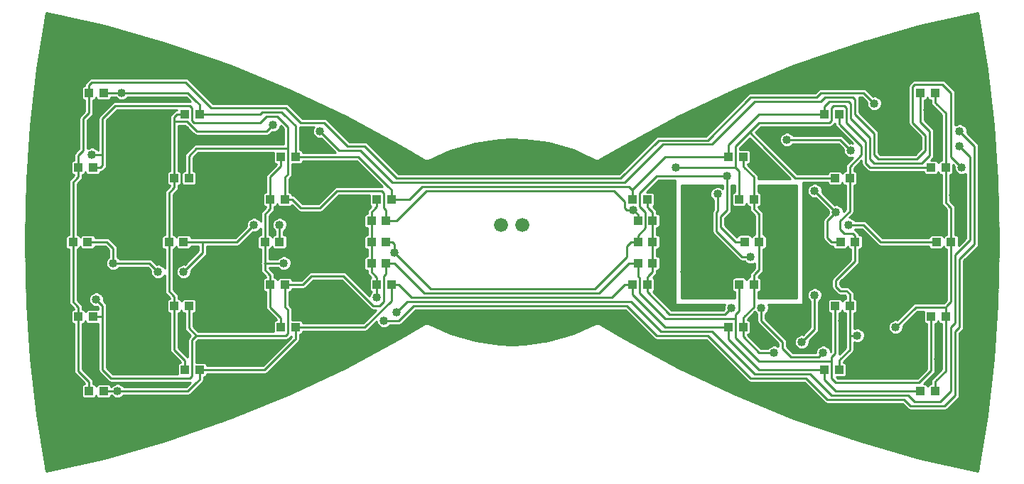
<source format=gbl>
G04 #@! TF.FileFunction,Copper,L2,Bot,Signal*
%FSLAX46Y46*%
G04 Gerber Fmt 4.6, Leading zero omitted, Abs format (unit mm)*
G04 Created by KiCad (PCBNEW 4.0.6) date 09/10/17 16:34:28*
%MOMM*%
%LPD*%
G01*
G04 APERTURE LIST*
%ADD10C,0.100000*%
%ADD11R,0.998220X0.998220*%
%ADD12C,1.676400*%
%ADD13C,1.016000*%
%ADD14C,0.254000*%
%ADD15C,0.508000*%
G04 APERTURE END LIST*
D10*
D11*
X198493700Y-112380000D03*
X200246300Y-112380000D03*
X197223700Y-104760000D03*
X198976300Y-104760000D03*
X187063700Y-114920000D03*
X188816300Y-114920000D03*
X185793700Y-109840000D03*
X187546300Y-109840000D03*
X198493700Y-127620000D03*
X200246300Y-127620000D03*
X174363700Y-114920000D03*
X176116300Y-114920000D03*
X174998700Y-117460000D03*
X176751300Y-117460000D03*
X174998700Y-122540000D03*
X176751300Y-122540000D03*
X174998700Y-120000000D03*
X176751300Y-120000000D03*
X174363700Y-125080000D03*
X176116300Y-125080000D03*
X134206300Y-109840000D03*
X132453700Y-109840000D03*
X132936300Y-114920000D03*
X131183700Y-114920000D03*
X132301300Y-120000000D03*
X130548700Y-120000000D03*
X132936300Y-125080000D03*
X131183700Y-125080000D03*
X122776300Y-135240000D03*
X121023700Y-135240000D03*
X134206300Y-130160000D03*
X132453700Y-130160000D03*
X121506300Y-127620000D03*
X119753700Y-127620000D03*
X121506300Y-112380000D03*
X119753700Y-112380000D03*
X111346300Y-102220000D03*
X109593700Y-102220000D03*
X122776300Y-104760000D03*
X121023700Y-104760000D03*
X110076300Y-111110000D03*
X108323700Y-111110000D03*
X109441300Y-120000000D03*
X107688700Y-120000000D03*
X120871300Y-120000000D03*
X119118700Y-120000000D03*
X145001300Y-122540000D03*
X143248700Y-122540000D03*
X145001300Y-117460000D03*
X143248700Y-117460000D03*
X145636300Y-114920000D03*
X143883700Y-114920000D03*
X187698700Y-120000000D03*
X189451300Y-120000000D03*
X187063700Y-125080000D03*
X188816300Y-125080000D03*
X185793700Y-130160000D03*
X187546300Y-130160000D03*
X110076300Y-128890000D03*
X108323700Y-128890000D03*
X111346300Y-137780000D03*
X109593700Y-137780000D03*
X199128700Y-120000000D03*
X200881300Y-120000000D03*
X197223700Y-135240000D03*
X198976300Y-135240000D03*
X209923700Y-128890000D03*
X211676300Y-128890000D03*
X210558700Y-120000000D03*
X212311300Y-120000000D03*
X209923700Y-111110000D03*
X211676300Y-111110000D03*
X208653700Y-102220000D03*
X210406300Y-102220000D03*
X145001300Y-120000000D03*
X143248700Y-120000000D03*
X145636300Y-125080000D03*
X143883700Y-125080000D03*
X208653700Y-137780000D03*
X210406300Y-137780000D03*
D12*
X161270000Y-118001020D03*
X158730000Y-118001020D03*
D13*
X211054000Y-124826000D03*
X197338000Y-121016000D03*
X212578000Y-114412000D03*
X207853600Y-108900200D03*
X206736000Y-102982000D03*
X208514000Y-114412000D03*
X211308000Y-116444000D03*
X213594000Y-117714000D03*
X210800000Y-133970000D03*
X190099000Y-132319000D03*
X216388000Y-120000000D03*
X213340000Y-145400000D03*
X205212000Y-109078000D03*
X201910000Y-104252000D03*
X207244000Y-115682000D03*
X209530000Y-104252000D03*
X178542000Y-124572000D03*
X193528000Y-127874000D03*
X178542000Y-113142000D03*
X178542000Y-116190000D03*
X208260000Y-130160000D03*
X200640000Y-124826000D03*
X193274000Y-132319000D03*
X149840000Y-128636000D03*
X170160000Y-128636000D03*
X199370000Y-129398000D03*
X202926000Y-129906000D03*
X197846000Y-113904000D03*
X196576000Y-110094000D03*
X190734000Y-107808000D03*
X189972000Y-111110000D03*
X149840000Y-111364000D03*
X170160000Y-111364000D03*
X213340000Y-94600000D03*
X109708000Y-130668000D03*
X106660000Y-145400000D03*
X103612000Y-120000000D03*
X138410000Y-125080000D03*
X125710000Y-133462000D03*
X106660000Y-94600000D03*
X135870000Y-114666000D03*
X135870000Y-107554000D03*
X115550000Y-123556000D03*
X111994000Y-116190000D03*
X111994000Y-118730000D03*
X111994000Y-113142000D03*
X124440000Y-123810000D03*
X120884000Y-132700000D03*
X107676000Y-108316000D03*
X112502000Y-105776000D03*
X110216000Y-105776000D03*
X118090000Y-114920000D03*
X120630000Y-114920000D03*
X120630000Y-117460000D03*
X115550000Y-114920000D03*
X121138000Y-106665000D03*
X129774000Y-114920000D03*
X125710000Y-114920000D03*
X123170000Y-114920000D03*
X139680000Y-115174000D03*
X186416000Y-123048000D03*
X180574000Y-123556000D03*
X184384000Y-122794000D03*
X190480000Y-117206000D03*
X193020000Y-114158000D03*
X185806400Y-117612400D03*
X188448000Y-117968000D03*
X190480000Y-125080000D03*
X188448000Y-121778000D03*
X184511000Y-114285000D03*
X196068000Y-126350000D03*
X194544000Y-131938000D03*
X137140000Y-106792000D03*
X213594000Y-111110000D03*
X113518000Y-102220000D03*
X205720000Y-130160000D03*
X179558000Y-111110000D03*
X174478000Y-116190000D03*
X109962000Y-109586000D03*
X185654000Y-112126000D03*
X196068000Y-113904000D03*
X200132000Y-117968000D03*
X198608000Y-116444000D03*
X146030000Y-121270000D03*
X132314000Y-117968000D03*
X129266000Y-117968000D03*
X120884000Y-123556000D03*
X117836000Y-123556000D03*
X112502000Y-122540000D03*
X110470000Y-126858000D03*
X113010000Y-137780000D03*
X201148000Y-131176000D03*
X191242000Y-133208000D03*
X197084000Y-133208000D03*
X186162000Y-127874000D03*
X189718000Y-127874000D03*
X143871000Y-126604000D03*
X213340000Y-106792000D03*
X144760000Y-129398000D03*
X146284000Y-128382000D03*
X213340000Y-108570000D03*
X132822000Y-122540000D03*
X192766000Y-107808000D03*
X200386000Y-109078000D03*
X131552000Y-106030000D03*
X203180000Y-103490000D03*
D14*
X202926000Y-125334000D02*
X210546000Y-125334000D01*
X210546000Y-125334000D02*
X211054000Y-124826000D01*
X212578000Y-114412000D02*
X213594000Y-115428000D01*
X208514000Y-114412000D02*
X209276000Y-114412000D01*
X206736000Y-107782600D02*
X207853600Y-108900200D01*
X206736000Y-102982000D02*
X206736000Y-107782600D01*
X209276000Y-114412000D02*
X211308000Y-116444000D01*
X213594000Y-115428000D02*
X213594000Y-117714000D01*
X213848000Y-122540000D02*
X216388000Y-120000000D01*
X213848000Y-130668000D02*
X213848000Y-122540000D01*
X213340000Y-131176000D02*
X213848000Y-130668000D01*
X213340000Y-145400000D02*
X213340000Y-131176000D01*
X205212000Y-107554000D02*
X205212000Y-109078000D01*
X201910000Y-104252000D02*
X205212000Y-107554000D01*
D15*
X178542000Y-116190000D02*
X178542000Y-124572000D01*
X178542000Y-116190000D02*
X178542000Y-113142000D01*
D14*
X200640000Y-124826000D02*
X202418000Y-124826000D01*
X170160000Y-128636000D02*
X149840000Y-128636000D01*
X202926000Y-125334000D02*
X202926000Y-129906000D01*
X202418000Y-124826000D02*
X202926000Y-125334000D01*
X193020000Y-110094000D02*
X196576000Y-110094000D01*
X190734000Y-107808000D02*
X193020000Y-110094000D01*
X141204000Y-108062000D02*
X142982000Y-108062000D01*
X142982000Y-108062000D02*
X146284000Y-111364000D01*
X146284000Y-111364000D02*
X149840000Y-111364000D01*
X135362000Y-105268000D02*
X138410000Y-105268000D01*
X138410000Y-105268000D02*
X139680000Y-106538000D01*
X107676000Y-100442000D02*
X121900000Y-100442000D01*
X133584000Y-103490000D02*
X134092000Y-103998000D01*
X124948000Y-103490000D02*
X133584000Y-103490000D01*
X121900000Y-100442000D02*
X124948000Y-103490000D01*
X134092000Y-103998000D02*
X135362000Y-105268000D01*
X139680000Y-106538000D02*
X141204000Y-108062000D01*
X107168000Y-108824000D02*
X107168000Y-112634000D01*
X107676000Y-108316000D02*
X107168000Y-108824000D01*
X107168000Y-113650000D02*
X104120000Y-116698000D01*
X107168000Y-112634000D02*
X107168000Y-113650000D01*
X103612000Y-117206000D02*
X104120000Y-116698000D01*
X103612000Y-117460000D02*
X103612000Y-117206000D01*
X103612000Y-120000000D02*
X103612000Y-117460000D01*
X107676000Y-108316000D02*
X107676000Y-100442000D01*
X107676000Y-100442000D02*
X107676000Y-95616000D01*
X107676000Y-95616000D02*
X106660000Y-94600000D01*
X111994000Y-118730000D02*
X111994000Y-116190000D01*
X111994000Y-113142000D02*
X111994000Y-116190000D01*
X112502000Y-112634000D02*
X112502000Y-105776000D01*
X111994000Y-113142000D02*
X112502000Y-112634000D01*
X113772000Y-114920000D02*
X111994000Y-113142000D01*
X115550000Y-114920000D02*
X118090000Y-114920000D01*
X120630000Y-117460000D02*
X120630000Y-114920000D01*
X115550000Y-114920000D02*
X113772000Y-114920000D01*
X120630000Y-108443000D02*
X120630000Y-107173000D01*
X120630000Y-114920000D02*
X120630000Y-108443000D01*
X120630000Y-107173000D02*
X121138000Y-106665000D01*
X123170000Y-114920000D02*
X125710000Y-114920000D01*
X129774000Y-114920000D02*
X125710000Y-114920000D01*
X120630000Y-114920000D02*
X123170000Y-114920000D01*
X180574000Y-123556000D02*
X183622000Y-123556000D01*
X183622000Y-123556000D02*
X184384000Y-122794000D01*
X190480000Y-117206000D02*
X193020000Y-114666000D01*
X193020000Y-114666000D02*
X193020000Y-114158000D01*
X184384000Y-116444000D02*
X184384000Y-118730000D01*
X184511000Y-116317000D02*
X184384000Y-116444000D01*
X184511000Y-116317000D02*
X184511000Y-114285000D01*
X187432000Y-121778000D02*
X188448000Y-121778000D01*
X184384000Y-118730000D02*
X187432000Y-121778000D01*
X196068000Y-126350000D02*
X196068000Y-130414000D01*
X196068000Y-130414000D02*
X194544000Y-131938000D01*
X213086000Y-110602000D02*
X213594000Y-111110000D01*
X209276000Y-109078000D02*
X208260000Y-110094000D01*
X208260000Y-110094000D02*
X207752000Y-110094000D01*
X207752000Y-105776000D02*
X209276000Y-107300000D01*
X208006000Y-101204000D02*
X207752000Y-101458000D01*
X207752000Y-101458000D02*
X207752000Y-103744000D01*
X210546000Y-101204000D02*
X211308000Y-101204000D01*
X211308000Y-101204000D02*
X212070000Y-101966000D01*
X212324000Y-102220000D02*
X212070000Y-101966000D01*
X212324000Y-109840000D02*
X212324000Y-102220000D01*
X213086000Y-110602000D02*
X212324000Y-109840000D01*
X210546000Y-101204000D02*
X208006000Y-101204000D01*
X207752000Y-103744000D02*
X207752000Y-105776000D01*
X209276000Y-107300000D02*
X209276000Y-108570000D01*
X178034000Y-108316000D02*
X173462000Y-112888000D01*
X197338000Y-102728000D02*
X200640000Y-102728000D01*
X200640000Y-102728000D02*
X200894000Y-102982000D01*
X200894000Y-102982000D02*
X200894000Y-104252000D01*
X196830000Y-103236000D02*
X197084000Y-102982000D01*
X188956000Y-103236000D02*
X183876000Y-108316000D01*
X195306000Y-103236000D02*
X188956000Y-103236000D01*
X183876000Y-108316000D02*
X178034000Y-108316000D01*
X195306000Y-103236000D02*
X196830000Y-103236000D01*
X197084000Y-102982000D02*
X197338000Y-102728000D01*
X141966000Y-109078000D02*
X145776000Y-112888000D01*
X139426000Y-109078000D02*
X137140000Y-106792000D01*
X141966000Y-109078000D02*
X139426000Y-109078000D01*
X145776000Y-112888000D02*
X146792000Y-112888000D01*
X172954000Y-112888000D02*
X146792000Y-112888000D01*
X173462000Y-112888000D02*
X172954000Y-112888000D01*
X200894000Y-104760000D02*
X200894000Y-104252000D01*
X202672000Y-106538000D02*
X200894000Y-104760000D01*
X203180000Y-107046000D02*
X202672000Y-106538000D01*
X203180000Y-109586000D02*
X203180000Y-107046000D01*
X203688000Y-110094000D02*
X203180000Y-109586000D01*
X207752000Y-110094000D02*
X203688000Y-110094000D01*
X209276000Y-108570000D02*
X209276000Y-109078000D01*
X209784000Y-109078000D02*
X209784000Y-109636798D01*
X208260000Y-110602000D02*
X203180000Y-110602000D01*
X203180000Y-110602000D02*
X202672000Y-110094000D01*
X202672000Y-110094000D02*
X202672000Y-107554000D01*
X202672000Y-107554000D02*
X202164000Y-107046000D01*
X208653700Y-103744000D02*
X208653700Y-105661700D01*
X200386000Y-104760000D02*
X200386000Y-105268000D01*
X200132000Y-103236000D02*
X200386000Y-103490000D01*
X200386000Y-103490000D02*
X200386000Y-104760000D01*
X197592000Y-103490000D02*
X197846000Y-103236000D01*
X197223700Y-103858300D02*
X197592000Y-103490000D01*
X197223700Y-103858300D02*
X197223700Y-104760000D01*
X197846000Y-103236000D02*
X199116000Y-103236000D01*
X199116000Y-103236000D02*
X200132000Y-103236000D01*
X200386000Y-105268000D02*
X202164000Y-107046000D01*
X209784000Y-106792000D02*
X209784000Y-109078000D01*
X208653700Y-105661700D02*
X209784000Y-106792000D01*
X208818798Y-110602000D02*
X208260000Y-110602000D01*
X209784000Y-109636798D02*
X208818798Y-110602000D01*
X208653700Y-102220000D02*
X208653700Y-103744000D01*
X208653700Y-103744000D02*
X208653700Y-103858300D01*
X170668000Y-113396000D02*
X173970000Y-113396000D01*
X149332000Y-113396000D02*
X170668000Y-113396000D01*
X145636300Y-114920000D02*
X147808000Y-114920000D01*
X147808000Y-114920000D02*
X149332000Y-113396000D01*
X173970000Y-113396000D02*
X174363700Y-113789700D01*
X132822000Y-104760000D02*
X132568000Y-104506000D01*
X134206300Y-106144300D02*
X132822000Y-104760000D01*
X122776300Y-104760000D02*
X128250000Y-104760000D01*
X134206300Y-106144300D02*
X134206300Y-109840000D01*
X130028000Y-104760000D02*
X128250000Y-104760000D01*
X130282000Y-104506000D02*
X130028000Y-104760000D01*
X130790000Y-104506000D02*
X130282000Y-104506000D01*
X132568000Y-104506000D02*
X130790000Y-104506000D01*
X122776300Y-104760000D02*
X122776300Y-103604300D01*
X122776300Y-103604300D02*
X122408000Y-103236000D01*
X121392000Y-102220000D02*
X113518000Y-102220000D01*
X121392000Y-102220000D02*
X122408000Y-103236000D01*
X113518000Y-102220000D02*
X111346300Y-102220000D01*
X185793700Y-109840000D02*
X185793700Y-108430300D01*
X189464000Y-104760000D02*
X185908000Y-108316000D01*
X189464000Y-104760000D02*
X197223700Y-104760000D01*
X185793700Y-108430300D02*
X185908000Y-108316000D01*
X174363700Y-114920000D02*
X174363700Y-113789700D01*
X174363700Y-113789700D02*
X174363700Y-113764300D01*
X174363700Y-113764300D02*
X174732000Y-113396000D01*
X178288000Y-109840000D02*
X185793700Y-109840000D01*
X178288000Y-109840000D02*
X174732000Y-113396000D01*
X145636300Y-114920000D02*
X145636300Y-113764300D01*
X145636300Y-113764300D02*
X145268000Y-113396000D01*
X141712000Y-109840000D02*
X134206300Y-109840000D01*
X141712000Y-109840000D02*
X145268000Y-113396000D01*
X212311300Y-120000000D02*
X212311300Y-115923300D01*
X211676300Y-115288300D02*
X212070000Y-115682000D01*
X211676300Y-112240300D02*
X211676300Y-111110000D01*
X211676300Y-112240300D02*
X211676300Y-115288300D01*
X212311300Y-115923300D02*
X212070000Y-115682000D01*
X208120300Y-127759700D02*
X205720000Y-130160000D01*
X208120300Y-127759700D02*
X211676300Y-127759700D01*
X210406300Y-137780000D02*
X210406300Y-136649700D01*
X211676300Y-135379700D02*
X210546000Y-136510000D01*
X211676300Y-135379700D02*
X211676300Y-128890000D01*
X210406300Y-136649700D02*
X210546000Y-136510000D01*
X211676300Y-128890000D02*
X211676300Y-127759700D01*
X212311300Y-127124700D02*
X211816000Y-127620000D01*
X212311300Y-127124700D02*
X212311300Y-120000000D01*
X211676300Y-127759700D02*
X211816000Y-127620000D01*
X210406300Y-102220000D02*
X210406300Y-103350300D01*
X210406300Y-103350300D02*
X210546000Y-103490000D01*
X211676300Y-104620300D02*
X211676300Y-111110000D01*
X211676300Y-104620300D02*
X210546000Y-103490000D01*
X201656000Y-107554000D02*
X202164000Y-108062000D01*
X199878000Y-105776000D02*
X201656000Y-107554000D01*
X198100000Y-103998000D02*
X198354000Y-103744000D01*
X198354000Y-103744000D02*
X199624000Y-103744000D01*
X199624000Y-103744000D02*
X199878000Y-103998000D01*
X199878000Y-103998000D02*
X199878000Y-105268000D01*
X198100000Y-104506000D02*
X198100000Y-105522000D01*
X197846000Y-105776000D02*
X198100000Y-105522000D01*
X188321000Y-106919000D02*
X188956000Y-106284000D01*
X188956000Y-106284000D02*
X189464000Y-105776000D01*
X189464000Y-105776000D02*
X197846000Y-105776000D01*
X198100000Y-104506000D02*
X198100000Y-103998000D01*
X199878000Y-105268000D02*
X199878000Y-105776000D01*
X205212000Y-111110000D02*
X209923700Y-111110000D01*
X202672000Y-111110000D02*
X205212000Y-111110000D01*
X202164000Y-110602000D02*
X202672000Y-111110000D01*
X202164000Y-110348000D02*
X202164000Y-110602000D01*
X202164000Y-108062000D02*
X202164000Y-110348000D01*
X179558000Y-111110000D02*
X186670000Y-111110000D01*
X190226000Y-108824000D02*
X193782000Y-112380000D01*
X188321000Y-106919000D02*
X190226000Y-108824000D01*
X193782000Y-112380000D02*
X198493700Y-112380000D01*
X132936300Y-114920000D02*
X133838000Y-114920000D01*
X145001300Y-116177300D02*
X144760000Y-115936000D01*
X144760000Y-115936000D02*
X144760000Y-114158000D01*
X144760000Y-114158000D02*
X144506000Y-113904000D01*
X145001300Y-116177300D02*
X145001300Y-117460000D01*
X139172000Y-113904000D02*
X144506000Y-113904000D01*
X137140000Y-115936000D02*
X139172000Y-113904000D01*
X134854000Y-115936000D02*
X137140000Y-115936000D01*
X133838000Y-114920000D02*
X134854000Y-115936000D01*
X111232000Y-109586000D02*
X109962000Y-109586000D01*
X110978000Y-111110000D02*
X111232000Y-110856000D01*
X112756000Y-103744000D02*
X118852000Y-103744000D01*
X110076300Y-111110000D02*
X110978000Y-111110000D01*
X121900000Y-104506000D02*
X121900000Y-103998000D01*
X132314000Y-105268000D02*
X132060000Y-105014000D01*
X132060000Y-105014000D02*
X131044000Y-105014000D01*
X131044000Y-105014000D02*
X130790000Y-105014000D01*
X130790000Y-105014000D02*
X130028000Y-105776000D01*
X130028000Y-105776000D02*
X122154000Y-105776000D01*
X122154000Y-105776000D02*
X121900000Y-105522000D01*
X121900000Y-105522000D02*
X121900000Y-104506000D01*
X133330000Y-106284000D02*
X133330000Y-108824000D01*
X133330000Y-106284000D02*
X132822000Y-105776000D01*
X132822000Y-105776000D02*
X132314000Y-105268000D01*
X121646000Y-103744000D02*
X118852000Y-103744000D01*
X121900000Y-103998000D02*
X121646000Y-103744000D01*
X111232000Y-105268000D02*
X112756000Y-103744000D01*
X111232000Y-110856000D02*
X111232000Y-109586000D01*
X111232000Y-109586000D02*
X111232000Y-105268000D01*
X187063700Y-111757700D02*
X187063700Y-111503700D01*
X187063700Y-111503700D02*
X186670000Y-111110000D01*
X187063700Y-114920000D02*
X187063700Y-111757700D01*
X173462000Y-115174000D02*
X173462000Y-115936000D01*
X173462000Y-115936000D02*
X173716000Y-116190000D01*
X173716000Y-116190000D02*
X174478000Y-116190000D01*
X170160000Y-113904000D02*
X172192000Y-113904000D01*
X150348000Y-113904000D02*
X170160000Y-113904000D01*
X149840000Y-113904000D02*
X150348000Y-113904000D01*
X145001300Y-117460000D02*
X146284000Y-117460000D01*
X146284000Y-117460000D02*
X149332000Y-114412000D01*
X149332000Y-114412000D02*
X149840000Y-113904000D01*
X172192000Y-113904000D02*
X173462000Y-115174000D01*
X174998700Y-116710700D02*
X174478000Y-116190000D01*
X174998700Y-116710700D02*
X174998700Y-117460000D01*
X187178000Y-108062000D02*
X188321000Y-106919000D01*
X186670000Y-108570000D02*
X187178000Y-108062000D01*
X186670000Y-110602000D02*
X186670000Y-108570000D01*
X186670000Y-111110000D02*
X186670000Y-110856000D01*
X186670000Y-110856000D02*
X186670000Y-110602000D01*
X133330000Y-108824000D02*
X133076000Y-108824000D01*
X121506300Y-109725700D02*
X122408000Y-108824000D01*
X122408000Y-108824000D02*
X130028000Y-108824000D01*
X133076000Y-108824000D02*
X130028000Y-108824000D01*
X121506300Y-109725700D02*
X121506300Y-112380000D01*
X133330000Y-109078000D02*
X133330000Y-108824000D01*
X133330000Y-109586000D02*
X133330000Y-109078000D01*
X132936300Y-112265700D02*
X133330000Y-111872000D01*
X133330000Y-111872000D02*
X133330000Y-109586000D01*
X132936300Y-114920000D02*
X132936300Y-112265700D01*
X180066000Y-112126000D02*
X177272000Y-112126000D01*
X185654000Y-112126000D02*
X180066000Y-112126000D01*
X175240000Y-114412000D02*
X175240000Y-114158000D01*
X175240000Y-115809000D02*
X175240000Y-114412000D01*
X175875000Y-116444000D02*
X175875000Y-116825000D01*
X174998700Y-119225300D02*
X175875000Y-118349000D01*
X175875000Y-118349000D02*
X175875000Y-116825000D01*
X174998700Y-119225300D02*
X174998700Y-120000000D01*
X175875000Y-116444000D02*
X175240000Y-115809000D01*
X175240000Y-114158000D02*
X175494000Y-113904000D01*
X177272000Y-112126000D02*
X175494000Y-113904000D01*
X198608000Y-116444000D02*
X196068000Y-113904000D01*
X199128700Y-120000000D02*
X198100000Y-120000000D01*
X197592000Y-117460000D02*
X198608000Y-116444000D01*
X197592000Y-119492000D02*
X197592000Y-117460000D01*
X198100000Y-120000000D02*
X197592000Y-119492000D01*
X201910000Y-117968000D02*
X200132000Y-117968000D01*
X203942000Y-120000000D02*
X210558700Y-120000000D01*
X203942000Y-120000000D02*
X202164000Y-118222000D01*
X202164000Y-118222000D02*
X201910000Y-117968000D01*
X187698700Y-120000000D02*
X186670000Y-120000000D01*
X186670000Y-120000000D02*
X184892000Y-118222000D01*
X184892000Y-118222000D02*
X184892000Y-116952000D01*
X184892000Y-116952000D02*
X185654000Y-116190000D01*
X185654000Y-116190000D02*
X185654000Y-112126000D01*
X174998700Y-120000000D02*
X174224000Y-120000000D01*
X174224000Y-120000000D02*
X173716000Y-120508000D01*
X173716000Y-120508000D02*
X173716000Y-121778000D01*
X150348000Y-125588000D02*
X146030000Y-121270000D01*
X168128000Y-125588000D02*
X158476000Y-125588000D01*
X169906000Y-125588000D02*
X168128000Y-125588000D01*
X173716000Y-121778000D02*
X169906000Y-125588000D01*
X150348000Y-125588000D02*
X158476000Y-125588000D01*
X145001300Y-120000000D02*
X145776000Y-120000000D01*
X145776000Y-120000000D02*
X146030000Y-120254000D01*
X146030000Y-120254000D02*
X146030000Y-121270000D01*
X120884000Y-123556000D02*
X123170000Y-121270000D01*
X123170000Y-121270000D02*
X123170000Y-120000000D01*
X132301300Y-120000000D02*
X132301300Y-117980700D01*
X132301300Y-117980700D02*
X132314000Y-117968000D01*
X127234000Y-120000000D02*
X123170000Y-120000000D01*
X127234000Y-120000000D02*
X129266000Y-117968000D01*
X123170000Y-120000000D02*
X120871300Y-120000000D01*
X112502000Y-122540000D02*
X116820000Y-122540000D01*
X120884000Y-123556000D02*
X120871300Y-123543300D01*
X116820000Y-122540000D02*
X117836000Y-123556000D01*
X111740000Y-120000000D02*
X112502000Y-120762000D01*
X109441300Y-120000000D02*
X111740000Y-120000000D01*
X112502000Y-122540000D02*
X112502000Y-120762000D01*
X132936300Y-125080000D02*
X135108000Y-125080000D01*
X139934000Y-124064000D02*
X136124000Y-124064000D01*
X142474000Y-126604000D02*
X140950000Y-125080000D01*
X144760000Y-127112000D02*
X144252000Y-127620000D01*
X144252000Y-127620000D02*
X143490000Y-127620000D01*
X143490000Y-127620000D02*
X142474000Y-126604000D01*
X145001300Y-123822700D02*
X145001300Y-122540000D01*
X144760000Y-124064000D02*
X144760000Y-125334000D01*
X145001300Y-123822700D02*
X144760000Y-124064000D01*
X144760000Y-125334000D02*
X144760000Y-127112000D01*
X140950000Y-125080000D02*
X139934000Y-124064000D01*
X135108000Y-125080000D02*
X136124000Y-124064000D01*
X209923700Y-128890000D02*
X209923700Y-135354300D01*
X208514000Y-136764000D02*
X209530000Y-135748000D01*
X198100000Y-134478000D02*
X198100000Y-136256000D01*
X198100000Y-136256000D02*
X198608000Y-136764000D01*
X198100000Y-134478000D02*
X198100000Y-134224000D01*
X198608000Y-136764000D02*
X208514000Y-136764000D01*
X209923700Y-135354300D02*
X209530000Y-135748000D01*
X198100000Y-134224000D02*
X197846000Y-134224000D01*
X186670000Y-131430000D02*
X189464000Y-134224000D01*
X189464000Y-134224000D02*
X197846000Y-134224000D01*
X186670000Y-130668000D02*
X186670000Y-129144000D01*
X186670000Y-130668000D02*
X186670000Y-131430000D01*
X198493700Y-127620000D02*
X198493700Y-133322300D01*
X198100000Y-133716000D02*
X198100000Y-134224000D01*
X198493700Y-133322300D02*
X198100000Y-133716000D01*
X187063700Y-126096000D02*
X187063700Y-128242300D01*
X187063700Y-128242300D02*
X186670000Y-128636000D01*
X186670000Y-128636000D02*
X186670000Y-129144000D01*
X175748000Y-126604000D02*
X178288000Y-129144000D01*
X174998700Y-122540000D02*
X174998700Y-124076700D01*
X175240000Y-126096000D02*
X175748000Y-126604000D01*
X175240000Y-124318000D02*
X175240000Y-126096000D01*
X174998700Y-124076700D02*
X175240000Y-124318000D01*
X178288000Y-129144000D02*
X186670000Y-129144000D01*
X187063700Y-125080000D02*
X187063700Y-126096000D01*
X187063700Y-126096000D02*
X187063700Y-126210300D01*
X174998700Y-122540000D02*
X173970000Y-122540000D01*
X146030000Y-122540000D02*
X149586000Y-126096000D01*
X149586000Y-126096000D02*
X151364000Y-126096000D01*
X151364000Y-126096000D02*
X159492000Y-126096000D01*
X159492000Y-126096000D02*
X168636000Y-126096000D01*
X146030000Y-122540000D02*
X145001300Y-122540000D01*
X170414000Y-126096000D02*
X168636000Y-126096000D01*
X173970000Y-122540000D02*
X170414000Y-126096000D01*
X111232000Y-128890000D02*
X110978000Y-128890000D01*
X110978000Y-128890000D02*
X110076300Y-128890000D01*
X111232000Y-128636000D02*
X111232000Y-128890000D01*
X111232000Y-128890000D02*
X111232000Y-135240000D01*
X111232000Y-128636000D02*
X111232000Y-127620000D01*
X111232000Y-127620000D02*
X110470000Y-126858000D01*
X121900000Y-135494000D02*
X121900000Y-136002000D01*
X121900000Y-131684000D02*
X121900000Y-135494000D01*
X121900000Y-131684000D02*
X122408000Y-131176000D01*
X121900000Y-136002000D02*
X121646000Y-136256000D01*
X114280000Y-136256000D02*
X121646000Y-136256000D01*
X112248000Y-136256000D02*
X114280000Y-136256000D01*
X111232000Y-135240000D02*
X112248000Y-136256000D01*
X121506300Y-127620000D02*
X121506300Y-130274300D01*
X133330000Y-130922000D02*
X133076000Y-131176000D01*
X133076000Y-131176000D02*
X128504000Y-131176000D01*
X132936300Y-127734300D02*
X132936300Y-125080000D01*
X133330000Y-128128000D02*
X133330000Y-130668000D01*
X132936300Y-127734300D02*
X133330000Y-128128000D01*
X133330000Y-130668000D02*
X133330000Y-130922000D01*
X122408000Y-131176000D02*
X128504000Y-131176000D01*
X121506300Y-130274300D02*
X122408000Y-131176000D01*
X174363700Y-125080000D02*
X173462000Y-125080000D01*
X146538000Y-125080000D02*
X148062000Y-126604000D01*
X148062000Y-126604000D02*
X150856000Y-126604000D01*
X169144000Y-126604000D02*
X167112000Y-126604000D01*
X167112000Y-126604000D02*
X150856000Y-126604000D01*
X146538000Y-125080000D02*
X145636300Y-125080000D01*
X171938000Y-126604000D02*
X169144000Y-126604000D01*
X173462000Y-125080000D02*
X171938000Y-126604000D01*
X145636300Y-126235700D02*
X145636300Y-126997700D01*
X145636300Y-126997700D02*
X142474000Y-130160000D01*
X142474000Y-130160000D02*
X141712000Y-130160000D01*
X145636300Y-126235700D02*
X145636300Y-125080000D01*
X134206300Y-130160000D02*
X141712000Y-130160000D01*
X122776300Y-135240000D02*
X122776300Y-136395700D01*
X121392000Y-137780000D02*
X122408000Y-136764000D01*
X121392000Y-137780000D02*
X113010000Y-137780000D01*
X113010000Y-137780000D02*
X111346300Y-137780000D01*
X122776300Y-136395700D02*
X122408000Y-136764000D01*
X197223700Y-135240000D02*
X197223700Y-136395700D01*
X198608000Y-137780000D02*
X197592000Y-136764000D01*
X198608000Y-137780000D02*
X208653700Y-137780000D01*
X197223700Y-136395700D02*
X197592000Y-136764000D01*
X185793700Y-130160000D02*
X185793700Y-131569700D01*
X189464000Y-135240000D02*
X185908000Y-131684000D01*
X189464000Y-135240000D02*
X197223700Y-135240000D01*
X185793700Y-131569700D02*
X185908000Y-131684000D01*
X134206300Y-130160000D02*
X134206300Y-131569700D01*
X130536000Y-135240000D02*
X134092000Y-131684000D01*
X130536000Y-135240000D02*
X122776300Y-135240000D01*
X134206300Y-131569700D02*
X134092000Y-131684000D01*
X174363700Y-125080000D02*
X174363700Y-126235700D01*
X174363700Y-126235700D02*
X174732000Y-126604000D01*
X178288000Y-130160000D02*
X185793700Y-130160000D01*
X178288000Y-130160000D02*
X174732000Y-126604000D01*
X200881300Y-120000000D02*
X200881300Y-122298700D01*
X200246300Y-126210300D02*
X199878000Y-125842000D01*
X199878000Y-125842000D02*
X199116000Y-125842000D01*
X199116000Y-125842000D02*
X198608000Y-125334000D01*
X198608000Y-125334000D02*
X198608000Y-124572000D01*
X198608000Y-124572000D02*
X200640000Y-122540000D01*
X200246300Y-126210300D02*
X200246300Y-127620000D01*
X200881300Y-122298700D02*
X200640000Y-122540000D01*
X200246300Y-131176000D02*
X201148000Y-131176000D01*
X200246300Y-112380000D02*
X200246300Y-116329700D01*
X199624000Y-118984000D02*
X199878000Y-118984000D01*
X199116000Y-117714000D02*
X199116000Y-117460000D01*
X199116000Y-118222000D02*
X199116000Y-117714000D01*
X199116000Y-118222000D02*
X199116000Y-118476000D01*
X200881300Y-119225300D02*
X200640000Y-118984000D01*
X200640000Y-118984000D02*
X199878000Y-118984000D01*
X200881300Y-119225300D02*
X200881300Y-120000000D01*
X199116000Y-118476000D02*
X199624000Y-118984000D01*
X200246300Y-116329700D02*
X199116000Y-117460000D01*
X200246300Y-112380000D02*
X200246300Y-110995700D01*
X201656000Y-108570000D02*
X200132000Y-107046000D01*
X201656000Y-109586000D02*
X201656000Y-108570000D01*
X200246300Y-110995700D02*
X201656000Y-109586000D01*
X198976300Y-135240000D02*
X198976300Y-134109700D01*
X200246300Y-132839700D02*
X199116000Y-133970000D01*
X200246300Y-132839700D02*
X200246300Y-131176000D01*
X200246300Y-131176000D02*
X200246300Y-127620000D01*
X198976300Y-134109700D02*
X199116000Y-133970000D01*
X198976300Y-104760000D02*
X198976300Y-105890300D01*
X198976300Y-105890300D02*
X199116000Y-106030000D01*
X200132000Y-107046000D02*
X199116000Y-106030000D01*
X200246300Y-107160300D02*
X200132000Y-107046000D01*
X187546300Y-130160000D02*
X187546300Y-131290300D01*
X187546300Y-131290300D02*
X189464000Y-133208000D01*
X189464000Y-133208000D02*
X191242000Y-133208000D01*
X188816300Y-114920000D02*
X188816300Y-116050300D01*
X189451300Y-118742700D02*
X189451300Y-120000000D01*
X189451300Y-116685300D02*
X189451300Y-118742700D01*
X188816300Y-116050300D02*
X189451300Y-116685300D01*
X187546300Y-130160000D02*
X187546300Y-129029700D01*
X188816300Y-127759700D02*
X187686000Y-128890000D01*
X188816300Y-127759700D02*
X188816300Y-125080000D01*
X187546300Y-129029700D02*
X187686000Y-128890000D01*
X188816300Y-125080000D02*
X188816300Y-123949700D01*
X189451300Y-123314700D02*
X188956000Y-123810000D01*
X189451300Y-123314700D02*
X189451300Y-120000000D01*
X188816300Y-123949700D02*
X188956000Y-123810000D01*
X187546300Y-109840000D02*
X187546300Y-110970300D01*
X188816300Y-112240300D02*
X187686000Y-111110000D01*
X188816300Y-112240300D02*
X188816300Y-114920000D01*
X187546300Y-110970300D02*
X187686000Y-111110000D01*
X192258000Y-132700000D02*
X193274000Y-133716000D01*
X192258000Y-132700000D02*
X192258000Y-131938000D01*
X192258000Y-131938000D02*
X189718000Y-129398000D01*
X185400000Y-128636000D02*
X186162000Y-127874000D01*
X176116300Y-125080000D02*
X176116300Y-125956300D01*
X178796000Y-128636000D02*
X179558000Y-128636000D01*
X176116300Y-125956300D02*
X178796000Y-128636000D01*
X179558000Y-128636000D02*
X185400000Y-128636000D01*
X189718000Y-127874000D02*
X189718000Y-129398000D01*
X196576000Y-133716000D02*
X197084000Y-133208000D01*
X193274000Y-133716000D02*
X196576000Y-133716000D01*
X176116300Y-125080000D02*
X176116300Y-124203700D01*
X176751300Y-123568700D02*
X176256000Y-124064000D01*
X176751300Y-123568700D02*
X176751300Y-122540000D01*
X176116300Y-124203700D02*
X176256000Y-124064000D01*
X176751300Y-120000000D02*
X176751300Y-122540000D01*
X176116300Y-114920000D02*
X176116300Y-115796300D01*
X176751300Y-116431300D02*
X176256000Y-115936000D01*
X176751300Y-116431300D02*
X176751300Y-117460000D01*
X176116300Y-115796300D02*
X176256000Y-115936000D01*
X176751300Y-120000000D02*
X176751300Y-117460000D01*
X173716000Y-127620000D02*
X148316000Y-127620000D01*
X213340000Y-122032000D02*
X215118000Y-120254000D01*
X215118000Y-120254000D02*
X215118000Y-108570000D01*
X215118000Y-108570000D02*
X213340000Y-106792000D01*
X212832000Y-138288000D02*
X212832000Y-130668000D01*
X211562000Y-139558000D02*
X212832000Y-138288000D01*
X197084000Y-138288000D02*
X197592000Y-138796000D01*
X188448000Y-136256000D02*
X195052000Y-136256000D01*
X195052000Y-136256000D02*
X197084000Y-138288000D01*
X187940000Y-135748000D02*
X183368000Y-131176000D01*
X177272000Y-131176000D02*
X183368000Y-131176000D01*
X143883700Y-125080000D02*
X143883700Y-126591300D01*
X143883700Y-126591300D02*
X143871000Y-126604000D01*
X173716000Y-127620000D02*
X174732000Y-128636000D01*
X174732000Y-128636000D02*
X177272000Y-131176000D01*
X187940000Y-135748000D02*
X188448000Y-136256000D01*
X206736000Y-138796000D02*
X207498000Y-139558000D01*
X197592000Y-138796000D02*
X206736000Y-138796000D01*
X207498000Y-139558000D02*
X211562000Y-139558000D01*
X212832000Y-130668000D02*
X213340000Y-130160000D01*
X213340000Y-130160000D02*
X213340000Y-122032000D01*
X146538000Y-129398000D02*
X144760000Y-129398000D01*
X148316000Y-127620000D02*
X146538000Y-129398000D01*
X143883700Y-125080000D02*
X143883700Y-124203700D01*
X143248700Y-123568700D02*
X143744000Y-124064000D01*
X143248700Y-123568700D02*
X143248700Y-122540000D01*
X143883700Y-124203700D02*
X143744000Y-124064000D01*
X143883700Y-114920000D02*
X143883700Y-115796300D01*
X143248700Y-116431300D02*
X143744000Y-115936000D01*
X143248700Y-116431300D02*
X143248700Y-117460000D01*
X143883700Y-115796300D02*
X143744000Y-115936000D01*
X143248700Y-120000000D02*
X143248700Y-122540000D01*
X143248700Y-120000000D02*
X143248700Y-117460000D01*
X147554000Y-127112000D02*
X146284000Y-128382000D01*
X214610000Y-119746000D02*
X214610000Y-109840000D01*
X214610000Y-109840000D02*
X213340000Y-108570000D01*
X212324000Y-137780000D02*
X212324000Y-130160000D01*
X212070000Y-138034000D02*
X212324000Y-137780000D01*
X210800000Y-139050000D02*
X211054000Y-139050000D01*
X198100000Y-138288000D02*
X207244000Y-138288000D01*
X207244000Y-138288000D02*
X208006000Y-139050000D01*
X208006000Y-139050000D02*
X210800000Y-139050000D01*
X185654000Y-132446000D02*
X188956000Y-135748000D01*
X183876000Y-130668000D02*
X185654000Y-132446000D01*
X151364000Y-127112000D02*
X174224000Y-127112000D01*
X174224000Y-127112000D02*
X177780000Y-130668000D01*
X177780000Y-130668000D02*
X183876000Y-130668000D01*
X195560000Y-135748000D02*
X197592000Y-137780000D01*
X188956000Y-135748000D02*
X195560000Y-135748000D01*
X197592000Y-137780000D02*
X198100000Y-138288000D01*
X211054000Y-139050000D02*
X211562000Y-138542000D01*
X211562000Y-138542000D02*
X212070000Y-138034000D01*
X212832000Y-121524000D02*
X214356000Y-120000000D01*
X212832000Y-129652000D02*
X212832000Y-121524000D01*
X212324000Y-130160000D02*
X212832000Y-129652000D01*
X214356000Y-120000000D02*
X214610000Y-119746000D01*
X151364000Y-127112000D02*
X147554000Y-127112000D01*
X132822000Y-122540000D02*
X130548700Y-122540000D01*
X130548700Y-122540000D02*
X130536000Y-122540000D01*
X130536000Y-122540000D02*
X130548700Y-122540000D01*
X132453700Y-130160000D02*
X132453700Y-129029700D01*
X131183700Y-127759700D02*
X131806000Y-128382000D01*
X131806000Y-128382000D02*
X132314000Y-128890000D01*
X131183700Y-127759700D02*
X131183700Y-125080000D01*
X132453700Y-129029700D02*
X132314000Y-128890000D01*
X131183700Y-125080000D02*
X131183700Y-123949700D01*
X130548700Y-123314700D02*
X131044000Y-123810000D01*
X130548700Y-123314700D02*
X130548700Y-122540000D01*
X130548700Y-122540000D02*
X130548700Y-120000000D01*
X131183700Y-123949700D02*
X131044000Y-123810000D01*
X132453700Y-109840000D02*
X132453700Y-110970300D01*
X131183700Y-112240300D02*
X132314000Y-111110000D01*
X131183700Y-112240300D02*
X131183700Y-114920000D01*
X132453700Y-110970300D02*
X132314000Y-111110000D01*
X131183700Y-114920000D02*
X131183700Y-116050300D01*
X130548700Y-116685300D02*
X131044000Y-116190000D01*
X130548700Y-116685300D02*
X130548700Y-120000000D01*
X131183700Y-116050300D02*
X131044000Y-116190000D01*
X199116000Y-107808000D02*
X192766000Y-107808000D01*
X200386000Y-109078000D02*
X199116000Y-107808000D01*
X130790000Y-106792000D02*
X122484200Y-106792000D01*
X131552000Y-106030000D02*
X130790000Y-106792000D01*
X121265000Y-105572800D02*
X119753700Y-105572800D01*
X122484200Y-106792000D02*
X121265000Y-105572800D01*
X119753700Y-107173000D02*
X119753700Y-105572800D01*
X119753700Y-105572800D02*
X119753700Y-105128300D01*
X120122000Y-104760000D02*
X121023700Y-104760000D01*
X119753700Y-105128300D02*
X120122000Y-104760000D01*
X119753700Y-107160300D02*
X119753700Y-107173000D01*
X119753700Y-107173000D02*
X119753700Y-112380000D01*
X121023700Y-135240000D02*
X121023700Y-134109700D01*
X119753700Y-132839700D02*
X120884000Y-133970000D01*
X119753700Y-132839700D02*
X119753700Y-127620000D01*
X121023700Y-134109700D02*
X120884000Y-133970000D01*
X119753700Y-127620000D02*
X119753700Y-126489700D01*
X119118700Y-125854700D02*
X119614000Y-126350000D01*
X119118700Y-125854700D02*
X119118700Y-120000000D01*
X119753700Y-126489700D02*
X119614000Y-126350000D01*
X119753700Y-112380000D02*
X119753700Y-113510300D01*
X119118700Y-114145300D02*
X119614000Y-113650000D01*
X119118700Y-114145300D02*
X119118700Y-120000000D01*
X119753700Y-113510300D02*
X119614000Y-113650000D01*
X108323700Y-111110000D02*
X108323700Y-109700300D01*
X109593700Y-104620300D02*
X108946000Y-105268000D01*
X108946000Y-105268000D02*
X108946000Y-108570000D01*
X109593700Y-103350300D02*
X109593700Y-102220000D01*
X109593700Y-103350300D02*
X109593700Y-104620300D01*
X108946000Y-109078000D02*
X108946000Y-108570000D01*
X108323700Y-109700300D02*
X108946000Y-109078000D01*
X196576000Y-102474000D02*
X196830000Y-102220000D01*
X196830000Y-102220000D02*
X201910000Y-102220000D01*
X201910000Y-102220000D02*
X202164000Y-102474000D01*
X121138000Y-100950000D02*
X122916000Y-102728000D01*
X109593700Y-101318300D02*
X109593700Y-102220000D01*
X109962000Y-100950000D02*
X121138000Y-100950000D01*
X109593700Y-101318300D02*
X109962000Y-100950000D01*
X133076000Y-103998000D02*
X124186000Y-103998000D01*
X124186000Y-103998000D02*
X122916000Y-102728000D01*
X202164000Y-102474000D02*
X203180000Y-103490000D01*
X193528000Y-102728000D02*
X196322000Y-102728000D01*
X181590000Y-107858798D02*
X183317202Y-107858798D01*
X142474000Y-108570000D02*
X146284000Y-112380000D01*
X146284000Y-112380000D02*
X172954000Y-112380000D01*
X172954000Y-112380000D02*
X177475202Y-107858798D01*
X177475202Y-107858798D02*
X181590000Y-107858798D01*
X140442000Y-108570000D02*
X141712000Y-108570000D01*
X137648000Y-105776000D02*
X140442000Y-108570000D01*
X141712000Y-108570000D02*
X142474000Y-108570000D01*
X188448000Y-102728000D02*
X189718000Y-102728000D01*
X183317202Y-107858798D02*
X188448000Y-102728000D01*
X193528000Y-102728000D02*
X189718000Y-102728000D01*
X196322000Y-102728000D02*
X196576000Y-102474000D01*
X134854000Y-105776000D02*
X137648000Y-105776000D01*
X133330000Y-104252000D02*
X134854000Y-105776000D01*
X133330000Y-104252000D02*
X133076000Y-103998000D01*
X109593700Y-137780000D02*
X109593700Y-136649700D01*
X108323700Y-135379700D02*
X109454000Y-136510000D01*
X108323700Y-135379700D02*
X108323700Y-128890000D01*
X109593700Y-136649700D02*
X109454000Y-136510000D01*
X108323700Y-128890000D02*
X108323700Y-127759700D01*
X107688700Y-127124700D02*
X108184000Y-127620000D01*
X107688700Y-127124700D02*
X107688700Y-120000000D01*
X108323700Y-127759700D02*
X108184000Y-127620000D01*
X108323700Y-111110000D02*
X108323700Y-112240300D01*
X107688700Y-112875300D02*
X108184000Y-112380000D01*
X107688700Y-112875300D02*
X107688700Y-120000000D01*
X108323700Y-112240300D02*
X108184000Y-112380000D01*
G36*
X185146000Y-113662775D02*
X185015236Y-113531782D01*
X184688609Y-113396154D01*
X184334943Y-113395846D01*
X184008080Y-113530903D01*
X183757782Y-113780764D01*
X183622154Y-114107391D01*
X183621846Y-114461057D01*
X183756903Y-114787920D01*
X184003000Y-115034447D01*
X184003000Y-116117401D01*
X183914669Y-116249597D01*
X183876000Y-116444000D01*
X183876000Y-118730000D01*
X183914669Y-118924403D01*
X184024790Y-119089210D01*
X187072790Y-122137210D01*
X187237597Y-122247331D01*
X187432000Y-122286000D01*
X187698974Y-122286000D01*
X187943764Y-122531218D01*
X188270391Y-122666846D01*
X188624057Y-122667154D01*
X188943300Y-122535246D01*
X188943300Y-123104280D01*
X188596793Y-123450787D01*
X188596790Y-123450789D01*
X188457090Y-123590490D01*
X188346969Y-123755297D01*
X188308300Y-123949700D01*
X188308300Y-124194099D01*
X188176000Y-124218993D01*
X188046325Y-124302436D01*
X187959331Y-124429756D01*
X187940414Y-124523173D01*
X187924707Y-124439700D01*
X187841264Y-124310025D01*
X187713944Y-124223031D01*
X187562810Y-124192426D01*
X186564590Y-124192426D01*
X186423400Y-124218993D01*
X186293725Y-124302436D01*
X186206731Y-124429756D01*
X186176126Y-124580890D01*
X186176126Y-125579110D01*
X186202693Y-125720300D01*
X186286136Y-125849975D01*
X186413456Y-125936969D01*
X186555700Y-125965774D01*
X186555700Y-126731000D01*
X180193000Y-126731000D01*
X180193000Y-113269000D01*
X185146000Y-113269000D01*
X185146000Y-113662775D01*
X185146000Y-113662775D01*
G37*
X185146000Y-113662775D02*
X185015236Y-113531782D01*
X184688609Y-113396154D01*
X184334943Y-113395846D01*
X184008080Y-113530903D01*
X183757782Y-113780764D01*
X183622154Y-114107391D01*
X183621846Y-114461057D01*
X183756903Y-114787920D01*
X184003000Y-115034447D01*
X184003000Y-116117401D01*
X183914669Y-116249597D01*
X183876000Y-116444000D01*
X183876000Y-118730000D01*
X183914669Y-118924403D01*
X184024790Y-119089210D01*
X187072790Y-122137210D01*
X187237597Y-122247331D01*
X187432000Y-122286000D01*
X187698974Y-122286000D01*
X187943764Y-122531218D01*
X188270391Y-122666846D01*
X188624057Y-122667154D01*
X188943300Y-122535246D01*
X188943300Y-123104280D01*
X188596793Y-123450787D01*
X188596790Y-123450789D01*
X188457090Y-123590490D01*
X188346969Y-123755297D01*
X188308300Y-123949700D01*
X188308300Y-124194099D01*
X188176000Y-124218993D01*
X188046325Y-124302436D01*
X187959331Y-124429756D01*
X187940414Y-124523173D01*
X187924707Y-124439700D01*
X187841264Y-124310025D01*
X187713944Y-124223031D01*
X187562810Y-124192426D01*
X186564590Y-124192426D01*
X186423400Y-124218993D01*
X186293725Y-124302436D01*
X186206731Y-124429756D01*
X186176126Y-124580890D01*
X186176126Y-125579110D01*
X186202693Y-125720300D01*
X186286136Y-125849975D01*
X186413456Y-125936969D01*
X186555700Y-125965774D01*
X186555700Y-126731000D01*
X180193000Y-126731000D01*
X180193000Y-113269000D01*
X185146000Y-113269000D01*
X185146000Y-113662775D01*
G36*
X193909000Y-126731000D02*
X189324300Y-126731000D01*
X189324300Y-125965901D01*
X189456600Y-125941007D01*
X189586275Y-125857564D01*
X189673269Y-125730244D01*
X189703874Y-125579110D01*
X189703874Y-124580890D01*
X189677307Y-124439700D01*
X189593864Y-124310025D01*
X189466544Y-124223031D01*
X189324300Y-124194226D01*
X189324300Y-124160120D01*
X189810510Y-123673910D01*
X189920631Y-123509103D01*
X189959300Y-123314700D01*
X189959300Y-120885901D01*
X190091600Y-120861007D01*
X190221275Y-120777564D01*
X190308269Y-120650244D01*
X190338874Y-120499110D01*
X190338874Y-119500890D01*
X190312307Y-119359700D01*
X190228864Y-119230025D01*
X190101544Y-119143031D01*
X189959300Y-119114226D01*
X189959300Y-116685300D01*
X189920631Y-116490897D01*
X189915133Y-116482669D01*
X189810511Y-116326090D01*
X189324300Y-115839880D01*
X189324300Y-115805901D01*
X189456600Y-115781007D01*
X189586275Y-115697564D01*
X189673269Y-115570244D01*
X189703874Y-115419110D01*
X189703874Y-114420890D01*
X189677307Y-114279700D01*
X189593864Y-114150025D01*
X189466544Y-114063031D01*
X189324300Y-114034226D01*
X189324300Y-113269000D01*
X193909000Y-113269000D01*
X193909000Y-126731000D01*
X193909000Y-126731000D01*
G37*
X193909000Y-126731000D02*
X189324300Y-126731000D01*
X189324300Y-125965901D01*
X189456600Y-125941007D01*
X189586275Y-125857564D01*
X189673269Y-125730244D01*
X189703874Y-125579110D01*
X189703874Y-124580890D01*
X189677307Y-124439700D01*
X189593864Y-124310025D01*
X189466544Y-124223031D01*
X189324300Y-124194226D01*
X189324300Y-124160120D01*
X189810510Y-123673910D01*
X189920631Y-123509103D01*
X189959300Y-123314700D01*
X189959300Y-120885901D01*
X190091600Y-120861007D01*
X190221275Y-120777564D01*
X190308269Y-120650244D01*
X190338874Y-120499110D01*
X190338874Y-119500890D01*
X190312307Y-119359700D01*
X190228864Y-119230025D01*
X190101544Y-119143031D01*
X189959300Y-119114226D01*
X189959300Y-116685300D01*
X189920631Y-116490897D01*
X189915133Y-116482669D01*
X189810511Y-116326090D01*
X189324300Y-115839880D01*
X189324300Y-115805901D01*
X189456600Y-115781007D01*
X189586275Y-115697564D01*
X189673269Y-115570244D01*
X189703874Y-115419110D01*
X189703874Y-114420890D01*
X189677307Y-114279700D01*
X189593864Y-114150025D01*
X189466544Y-114063031D01*
X189324300Y-114034226D01*
X189324300Y-113269000D01*
X193909000Y-113269000D01*
X193909000Y-126731000D01*
G36*
X186555700Y-114034099D02*
X186423400Y-114058993D01*
X186293725Y-114142436D01*
X186206731Y-114269756D01*
X186176126Y-114420890D01*
X186176126Y-115419110D01*
X186202693Y-115560300D01*
X186286136Y-115689975D01*
X186413456Y-115776969D01*
X186564590Y-115807574D01*
X187562810Y-115807574D01*
X187704000Y-115781007D01*
X187833675Y-115697564D01*
X187920669Y-115570244D01*
X187939586Y-115476827D01*
X187955293Y-115560300D01*
X188038736Y-115689975D01*
X188166056Y-115776969D01*
X188308300Y-115805774D01*
X188308300Y-116050300D01*
X188346969Y-116244703D01*
X188457090Y-116409510D01*
X188943300Y-116895721D01*
X188943300Y-119114099D01*
X188811000Y-119138993D01*
X188681325Y-119222436D01*
X188594331Y-119349756D01*
X188575414Y-119443173D01*
X188559707Y-119359700D01*
X188476264Y-119230025D01*
X188348944Y-119143031D01*
X188197810Y-119112426D01*
X187199590Y-119112426D01*
X187058400Y-119138993D01*
X186928725Y-119222436D01*
X186841731Y-119349756D01*
X186824292Y-119435872D01*
X185400000Y-118011580D01*
X185400000Y-117162420D01*
X186013210Y-116549210D01*
X186123331Y-116384403D01*
X186162000Y-116190000D01*
X186162000Y-113269000D01*
X186555700Y-113269000D01*
X186555700Y-114034099D01*
X186555700Y-114034099D01*
G37*
X186555700Y-114034099D02*
X186423400Y-114058993D01*
X186293725Y-114142436D01*
X186206731Y-114269756D01*
X186176126Y-114420890D01*
X186176126Y-115419110D01*
X186202693Y-115560300D01*
X186286136Y-115689975D01*
X186413456Y-115776969D01*
X186564590Y-115807574D01*
X187562810Y-115807574D01*
X187704000Y-115781007D01*
X187833675Y-115697564D01*
X187920669Y-115570244D01*
X187939586Y-115476827D01*
X187955293Y-115560300D01*
X188038736Y-115689975D01*
X188166056Y-115776969D01*
X188308300Y-115805774D01*
X188308300Y-116050300D01*
X188346969Y-116244703D01*
X188457090Y-116409510D01*
X188943300Y-116895721D01*
X188943300Y-119114099D01*
X188811000Y-119138993D01*
X188681325Y-119222436D01*
X188594331Y-119349756D01*
X188575414Y-119443173D01*
X188559707Y-119359700D01*
X188476264Y-119230025D01*
X188348944Y-119143031D01*
X188197810Y-119112426D01*
X187199590Y-119112426D01*
X187058400Y-119138993D01*
X186928725Y-119222436D01*
X186841731Y-119349756D01*
X186824292Y-119435872D01*
X185400000Y-118011580D01*
X185400000Y-117162420D01*
X186013210Y-116549210D01*
X186123331Y-116384403D01*
X186162000Y-116190000D01*
X186162000Y-113269000D01*
X186555700Y-113269000D01*
X186555700Y-114034099D01*
X215494253Y-92624890D02*
X215494253Y-92624890D01*
X104487429Y-92828090D02*
X105358378Y-92828090D01*
X214598325Y-92828090D02*
X215526935Y-92828090D01*
X104454631Y-93031290D02*
X106254306Y-93031290D01*
X213702398Y-93031290D02*
X215559618Y-93031290D01*
X104421834Y-93234490D02*
X107150234Y-93234490D01*
X212806471Y-93234490D02*
X215592300Y-93234490D01*
X104389037Y-93437690D02*
X108046162Y-93437690D01*
X211910544Y-93437690D02*
X215624983Y-93437690D01*
X104356240Y-93640890D02*
X108942090Y-93640890D01*
X211014616Y-93640890D02*
X215657665Y-93640890D01*
X104323443Y-93844090D02*
X109838018Y-93844090D01*
X210118689Y-93844090D02*
X215690348Y-93844090D01*
X104290645Y-94047290D02*
X110733946Y-94047290D01*
X209222762Y-94047290D02*
X215723030Y-94047290D01*
X104257848Y-94250490D02*
X111587350Y-94250490D01*
X208380899Y-94250490D02*
X215755713Y-94250490D01*
X104225051Y-94453690D02*
X112298550Y-94453690D01*
X207669699Y-94453690D02*
X215788395Y-94453690D01*
X104192254Y-94656890D02*
X113009750Y-94656890D01*
X206958499Y-94656890D02*
X215821078Y-94656890D01*
X104159457Y-94860090D02*
X113720950Y-94860090D01*
X206247299Y-94860090D02*
X215853760Y-94860090D01*
X104126659Y-95063290D02*
X114432150Y-95063290D01*
X205536099Y-95063290D02*
X215886443Y-95063290D01*
X104093862Y-95266490D02*
X115143350Y-95266490D01*
X204824899Y-95266490D02*
X215919125Y-95266490D01*
X104061065Y-95469690D02*
X115854550Y-95469690D01*
X204113699Y-95469690D02*
X215951808Y-95469690D01*
X104028268Y-95672890D02*
X116565750Y-95672890D01*
X203402499Y-95672890D02*
X215984490Y-95672890D01*
X103995471Y-95876090D02*
X117276950Y-95876090D01*
X202691299Y-95876090D02*
X216017173Y-95876090D01*
X103962673Y-96079290D02*
X117988150Y-96079290D01*
X201980099Y-96079290D02*
X216049855Y-96079290D01*
X103929876Y-96282490D02*
X118697577Y-96282490D01*
X201278459Y-96282490D02*
X216082538Y-96282490D01*
X103897079Y-96485690D02*
X119284173Y-96485690D01*
X200691863Y-96485690D02*
X216115220Y-96485690D01*
X103864282Y-96688890D02*
X119870770Y-96688890D01*
X200105267Y-96688890D02*
X216147903Y-96688890D01*
X103831485Y-96892090D02*
X120457366Y-96892090D01*
X199518671Y-96892090D02*
X216180585Y-96892090D01*
X103798687Y-97095290D02*
X121043962Y-97095290D01*
X198932075Y-97095290D02*
X216213268Y-97095290D01*
X103765890Y-97298490D02*
X121630558Y-97298490D01*
X198345479Y-97298490D02*
X216245950Y-97298490D01*
X103733093Y-97501690D02*
X122217154Y-97501690D01*
X197758882Y-97501690D02*
X216278633Y-97501690D01*
X103700296Y-97704890D02*
X122803750Y-97704890D01*
X197172286Y-97704890D02*
X216311315Y-97704890D01*
X103667499Y-97908090D02*
X123390346Y-97908090D01*
X196585690Y-97908090D02*
X216343998Y-97908090D01*
X103634701Y-98111290D02*
X123976942Y-98111290D01*
X195999094Y-98111290D02*
X216376680Y-98111290D01*
X103601904Y-98314490D02*
X124563538Y-98314490D01*
X195412498Y-98314490D02*
X216409363Y-98314490D01*
X103569107Y-98517690D02*
X125150135Y-98517690D01*
X194825902Y-98517690D02*
X216442045Y-98517690D01*
X103536310Y-98720890D02*
X125736731Y-98720890D01*
X194239305Y-98720890D02*
X216474728Y-98720890D01*
X103503513Y-98924090D02*
X126323327Y-98924090D01*
X193652709Y-98924090D02*
X216507410Y-98924090D01*
X103470716Y-99127290D02*
X126835971Y-99127290D01*
X193145806Y-99127290D02*
X216540093Y-99127290D01*
X103437918Y-99330490D02*
X127330719Y-99330490D01*
X192651059Y-99330490D02*
X216572775Y-99330490D01*
X103412286Y-99533690D02*
X127825467Y-99533690D01*
X192156311Y-99533690D02*
X216598980Y-99533690D01*
X103389369Y-99736890D02*
X128320215Y-99736890D01*
X191661563Y-99736890D02*
X216621898Y-99736890D01*
X103366452Y-99940090D02*
X128814963Y-99940090D01*
X191166815Y-99940090D02*
X216644815Y-99940090D01*
X103343534Y-100143290D02*
X129309711Y-100143290D01*
X190672067Y-100143290D02*
X216667732Y-100143290D01*
X103320617Y-100346490D02*
X129804458Y-100346490D01*
X190177319Y-100346490D02*
X216690650Y-100346490D01*
X103297700Y-100549690D02*
X109652905Y-100549690D01*
X121447465Y-100549690D02*
X130299206Y-100549690D01*
X189682571Y-100549690D02*
X216713567Y-100549690D01*
X103274782Y-100752890D02*
X109440690Y-100752890D01*
X121659310Y-100752890D02*
X130793954Y-100752890D01*
X189187823Y-100752890D02*
X207777512Y-100752890D01*
X211536882Y-100752890D02*
X216736484Y-100752890D01*
X103251865Y-100956090D02*
X109237490Y-100956090D01*
X121862510Y-100956090D02*
X131288702Y-100956090D01*
X188693076Y-100956090D02*
X207535490Y-100956090D01*
X211778510Y-100956090D02*
X216759401Y-100956090D01*
X103228948Y-101159290D02*
X109113638Y-101159290D01*
X122065710Y-101159290D02*
X131783450Y-101159290D01*
X188198328Y-101159290D02*
X207342666Y-101159290D01*
X211981710Y-101159290D02*
X216782319Y-101159290D01*
X103206031Y-101362490D02*
X108970612Y-101362490D01*
X122268910Y-101362490D02*
X132278198Y-101362490D01*
X187703580Y-101362490D02*
X207253525Y-101362490D01*
X212184910Y-101362490D02*
X216805236Y-101362490D01*
X103183113Y-101565690D02*
X108748786Y-101565690D01*
X122472110Y-101565690D02*
X132772946Y-101565690D01*
X187208832Y-101565690D02*
X207244000Y-101565690D01*
X212388110Y-101565690D02*
X216828153Y-101565690D01*
X103160196Y-101768890D02*
X108711747Y-101768890D01*
X122675310Y-101768890D02*
X133267694Y-101768890D01*
X186714084Y-101768890D02*
X196601512Y-101768890D01*
X202138882Y-101768890D02*
X207244000Y-101768890D01*
X212591310Y-101768890D02*
X216851071Y-101768890D01*
X103137279Y-101972090D02*
X108711747Y-101972090D01*
X122878510Y-101972090D02*
X133731187Y-101972090D01*
X186254691Y-101972090D02*
X196359490Y-101972090D01*
X202380510Y-101972090D02*
X207244000Y-101972090D01*
X212764956Y-101972090D02*
X216873988Y-101972090D01*
X103114361Y-102175290D02*
X108711747Y-102175290D01*
X123081710Y-102175290D02*
X134160346Y-102175290D01*
X185825533Y-102175290D02*
X196156290Y-102175290D01*
X202583710Y-102175290D02*
X207244000Y-102175290D01*
X212827617Y-102175290D02*
X216896905Y-102175290D01*
X103091444Y-102378490D02*
X108711747Y-102378490D01*
X123284910Y-102378490D02*
X134589504Y-102378490D01*
X185396374Y-102378490D02*
X188079090Y-102378490D01*
X202786910Y-102378490D02*
X207244000Y-102378490D01*
X212832000Y-102378490D02*
X216919823Y-102378490D01*
X103068527Y-102581690D02*
X108711747Y-102581690D01*
X123488110Y-102581690D02*
X135018662Y-102581690D01*
X184967216Y-102581690D02*
X187875890Y-102581690D01*
X202990110Y-102581690D02*
X207244000Y-102581690D01*
X212832000Y-102581690D02*
X216942740Y-102581690D01*
X103045610Y-102784890D02*
X108718166Y-102784890D01*
X123691310Y-102784890D02*
X135447821Y-102784890D01*
X184538057Y-102784890D02*
X187672690Y-102784890D01*
X201361795Y-102784890D02*
X201756470Y-102784890D01*
X203724490Y-102784890D02*
X207244000Y-102784890D01*
X212832000Y-102784890D02*
X216965657Y-102784890D01*
X103022692Y-102988090D02*
X108825851Y-102988090D01*
X123894510Y-102988090D02*
X135876979Y-102988090D01*
X184108899Y-102988090D02*
X187469490Y-102988090D01*
X201402000Y-102988090D02*
X201959670Y-102988090D01*
X203913905Y-102988090D02*
X207244000Y-102988090D01*
X212832000Y-102988090D02*
X216988575Y-102988090D01*
X102999775Y-103191290D02*
X109085700Y-103191290D01*
X124097710Y-103191290D02*
X136306137Y-103191290D01*
X183679740Y-103191290D02*
X187266290Y-103191290D01*
X201402000Y-103191290D02*
X202162870Y-103191290D01*
X204018474Y-103191290D02*
X207244000Y-103191290D01*
X212832000Y-103191290D02*
X217011492Y-103191290D01*
X102976858Y-103394490D02*
X109085700Y-103394490D01*
X124300910Y-103394490D02*
X136735296Y-103394490D01*
X183250582Y-103394490D02*
X187063090Y-103394490D01*
X201402000Y-103394490D02*
X202292210Y-103394490D01*
X204067387Y-103394490D02*
X207244000Y-103394490D01*
X212832000Y-103394490D02*
X217034409Y-103394490D01*
X102953940Y-103597690D02*
X109085700Y-103597690D01*
X133385465Y-103597690D02*
X137164454Y-103597690D01*
X182821423Y-103597690D02*
X186859890Y-103597690D01*
X201402000Y-103597690D02*
X202295877Y-103597690D01*
X204066316Y-103597690D02*
X207244000Y-103597690D01*
X212832000Y-103597690D02*
X217057327Y-103597690D01*
X102931023Y-103800890D02*
X109085700Y-103800890D01*
X133597310Y-103800890D02*
X137593612Y-103800890D01*
X182392265Y-103800890D02*
X186656690Y-103800890D01*
X201402000Y-103800890D02*
X202346905Y-103800890D01*
X204014756Y-103800890D02*
X207244000Y-103800890D01*
X212832000Y-103800890D02*
X217080244Y-103800890D01*
X102908106Y-104004090D02*
X109085700Y-104004090D01*
X133800511Y-104004090D02*
X138022771Y-104004090D01*
X181963106Y-104004090D02*
X186453490Y-104004090D01*
X201402000Y-104004090D02*
X202453643Y-104004090D01*
X203905329Y-104004090D02*
X207244000Y-104004090D01*
X212832000Y-104004090D02*
X217103161Y-104004090D01*
X102885188Y-104207290D02*
X109085700Y-104207290D01*
X134003711Y-104207290D02*
X138451929Y-104207290D01*
X181533948Y-104207290D02*
X186250290Y-104207290D01*
X201402000Y-104207290D02*
X202654279Y-104207290D01*
X203708920Y-104207290D02*
X207244000Y-104207290D01*
X212832000Y-104207290D02*
X217126078Y-104207290D01*
X102862271Y-104410490D02*
X109085090Y-104410490D01*
X134206911Y-104410490D02*
X138881088Y-104410490D01*
X181104789Y-104410490D02*
X186047090Y-104410490D01*
X201402000Y-104410490D02*
X207244000Y-104410490D01*
X212832000Y-104410490D02*
X217148996Y-104410490D01*
X102839354Y-104613690D02*
X108881890Y-104613690D01*
X134410111Y-104613690D02*
X139310246Y-104613690D01*
X180675631Y-104613690D02*
X185843890Y-104613690D01*
X201466110Y-104613690D02*
X207244000Y-104613690D01*
X212832000Y-104613690D02*
X217171913Y-104613690D01*
X102816437Y-104816890D02*
X108678690Y-104816890D01*
X134613311Y-104816890D02*
X139739404Y-104816890D01*
X180246472Y-104816890D02*
X185640690Y-104816890D01*
X201669310Y-104816890D02*
X207244000Y-104816890D01*
X212832000Y-104816890D02*
X217194830Y-104816890D01*
X102793519Y-105020090D02*
X108505261Y-105020090D01*
X134816511Y-105020090D02*
X140168563Y-105020090D01*
X179817314Y-105020090D02*
X185437490Y-105020090D01*
X201872510Y-105020090D02*
X207244000Y-105020090D01*
X212832000Y-105020090D02*
X217217748Y-105020090D01*
X102770602Y-105223290D02*
X108442270Y-105223290D01*
X135019711Y-105223290D02*
X140550836Y-105223290D01*
X179438291Y-105223290D02*
X185234290Y-105223290D01*
X202075710Y-105223290D02*
X207244000Y-105223290D01*
X212832000Y-105223290D02*
X217240665Y-105223290D01*
X102747685Y-105426490D02*
X108438000Y-105426490D01*
X138016910Y-105426490D02*
X140927998Y-105426490D01*
X179061128Y-105426490D02*
X185031090Y-105426490D01*
X202278910Y-105426490D02*
X207244000Y-105426490D01*
X212832000Y-105426490D02*
X217263582Y-105426490D01*
X102724767Y-105629690D02*
X108438000Y-105629690D01*
X138220110Y-105629690D02*
X141305161Y-105629690D01*
X178683965Y-105629690D02*
X184827890Y-105629690D01*
X202482110Y-105629690D02*
X207244000Y-105629690D01*
X212832000Y-105629690D02*
X217286500Y-105629690D01*
X102701850Y-105832890D02*
X108438000Y-105832890D01*
X138423310Y-105832890D02*
X141682323Y-105832890D01*
X178306803Y-105832890D02*
X184624690Y-105832890D01*
X202685310Y-105832890D02*
X207249470Y-105832890D01*
X212832000Y-105832890D02*
X217309417Y-105832890D01*
X102678933Y-106036090D02*
X108438000Y-106036090D01*
X138626510Y-106036090D02*
X142059486Y-106036090D01*
X177929640Y-106036090D02*
X184421490Y-106036090D01*
X202888510Y-106036090D02*
X207317357Y-106036090D01*
X212832000Y-106036090D02*
X212871526Y-106036090D01*
X213809176Y-106036090D02*
X217332334Y-106036090D01*
X102660911Y-106239290D02*
X108438000Y-106239290D01*
X138829710Y-106239290D02*
X142436648Y-106239290D01*
X177552478Y-106239290D02*
X184218290Y-106239290D01*
X203091711Y-106239290D02*
X207496869Y-106239290D01*
X214040154Y-106239290D02*
X217350888Y-106239290D01*
X102646511Y-106442490D02*
X108438000Y-106442490D01*
X139032910Y-106442490D02*
X142813811Y-106442490D01*
X177175315Y-106442490D02*
X184015090Y-106442490D01*
X203294911Y-106442490D02*
X207700069Y-106442490D01*
X214157536Y-106442490D02*
X217365288Y-106442490D01*
X102632111Y-106645690D02*
X108438000Y-106645690D01*
X139236110Y-106645690D02*
X143190973Y-106645690D01*
X176798152Y-106645690D02*
X183811890Y-106645690D01*
X203498111Y-106645690D02*
X207903269Y-106645690D01*
X214217328Y-106645690D02*
X217379688Y-106645690D01*
X102617711Y-106848890D02*
X108438000Y-106848890D01*
X139439310Y-106848890D02*
X143568136Y-106848890D01*
X176420990Y-106848890D02*
X183608690Y-106848890D01*
X203647795Y-106848890D02*
X208106469Y-106848890D01*
X214227026Y-106848890D02*
X217394088Y-106848890D01*
X102603311Y-107052090D02*
X108438000Y-107052090D01*
X139642510Y-107052090D02*
X143945298Y-107052090D01*
X176043827Y-107052090D02*
X183405490Y-107052090D01*
X203688000Y-107052090D02*
X208309669Y-107052090D01*
X214318510Y-107052090D02*
X217408488Y-107052090D01*
X102588911Y-107255290D02*
X108438000Y-107255290D01*
X139845710Y-107255290D02*
X144322461Y-107255290D01*
X175666665Y-107255290D02*
X183202290Y-107255290D01*
X203688000Y-107255290D02*
X208512869Y-107255290D01*
X214521710Y-107255290D02*
X217422888Y-107255290D01*
X102574511Y-107458490D02*
X108438000Y-107458490D01*
X140048910Y-107458490D02*
X144699624Y-107458490D01*
X175289502Y-107458490D02*
X177166104Y-107458490D01*
X203688000Y-107458490D02*
X208716069Y-107458490D01*
X214724910Y-107458490D02*
X217437288Y-107458490D01*
X102560111Y-107661690D02*
X108438000Y-107661690D01*
X140252110Y-107661690D02*
X145076786Y-107661690D01*
X174912340Y-107661690D02*
X176953890Y-107661690D01*
X203688000Y-107661690D02*
X208768000Y-107661690D01*
X214928110Y-107661690D02*
X217451688Y-107661690D01*
X102545711Y-107864890D02*
X108438000Y-107864890D01*
X140455310Y-107864890D02*
X145453949Y-107864890D01*
X158115450Y-107864890D02*
X161988527Y-107864890D01*
X174535177Y-107864890D02*
X176750690Y-107864890D01*
X203688000Y-107864890D02*
X208768000Y-107864890D01*
X215131310Y-107864890D02*
X217466088Y-107864890D01*
X102531311Y-108068090D02*
X108438000Y-108068090D01*
X142535701Y-108068090D02*
X145831111Y-108068090D01*
X156654951Y-108068090D02*
X163449027Y-108068090D01*
X174158014Y-108068090D02*
X176547490Y-108068090D01*
X203688000Y-108068090D02*
X208768000Y-108068090D01*
X215334510Y-108068090D02*
X217480488Y-108068090D01*
X102516911Y-108271290D02*
X108438000Y-108271290D01*
X142893710Y-108271290D02*
X146208274Y-108271290D01*
X155440950Y-108271290D02*
X164616197Y-108271290D01*
X173780852Y-108271290D02*
X176344290Y-108271290D01*
X203688000Y-108271290D02*
X208768000Y-108271290D01*
X215526781Y-108271290D02*
X217494888Y-108271290D01*
X102502511Y-108474490D02*
X108438000Y-108474490D01*
X143096910Y-108474490D02*
X146585436Y-108474490D01*
X154729750Y-108474490D02*
X165327398Y-108474490D01*
X173403689Y-108474490D02*
X176141090Y-108474490D01*
X203688000Y-108474490D02*
X208768000Y-108474490D01*
X215616732Y-108474490D02*
X217509288Y-108474490D01*
X102488111Y-108677690D02*
X108438000Y-108677690D01*
X143300110Y-108677690D02*
X146945842Y-108677690D01*
X154018550Y-108677690D02*
X166038598Y-108677690D01*
X173045113Y-108677690D02*
X175937890Y-108677690D01*
X203688000Y-108677690D02*
X208768000Y-108677690D01*
X215626000Y-108677690D02*
X217523688Y-108677690D01*
X102473711Y-108880890D02*
X108424690Y-108880890D01*
X143503310Y-108880890D02*
X147293745Y-108880890D01*
X153307350Y-108880890D02*
X166749799Y-108880890D01*
X172697210Y-108880890D02*
X175734690Y-108880890D01*
X203688000Y-108880890D02*
X208754690Y-108880890D01*
X215626000Y-108880890D02*
X217538088Y-108880890D01*
X102459311Y-109084090D02*
X108221490Y-109084090D01*
X143706510Y-109084090D02*
X147641648Y-109084090D01*
X152639144Y-109084090D02*
X167401866Y-109084090D01*
X172349307Y-109084090D02*
X175531490Y-109084090D01*
X203688000Y-109084090D02*
X208551490Y-109084090D01*
X215626000Y-109084090D02*
X217552488Y-109084090D01*
X102444911Y-109287290D02*
X108018290Y-109287290D01*
X143909710Y-109287290D02*
X147989551Y-109287290D01*
X152186177Y-109287290D02*
X167854833Y-109287290D01*
X172001404Y-109287290D02*
X175328290Y-109287290D01*
X203688000Y-109287290D02*
X208348290Y-109287290D01*
X215626000Y-109287290D02*
X217566888Y-109287290D01*
X102430511Y-109490490D02*
X107862106Y-109490490D01*
X144112910Y-109490490D02*
X148337454Y-109490490D01*
X151733210Y-109490490D02*
X168307799Y-109490490D01*
X171653501Y-109490490D02*
X175125090Y-109490490D01*
X203802911Y-109490490D02*
X208145090Y-109490490D01*
X215626000Y-109490490D02*
X217581288Y-109490490D01*
X102416111Y-109693690D02*
X107815747Y-109693690D01*
X144316110Y-109693690D02*
X148685357Y-109693690D01*
X151280244Y-109693690D02*
X168760766Y-109693690D01*
X171305598Y-109693690D02*
X174921890Y-109693690D01*
X215626000Y-109693690D02*
X217595688Y-109693690D01*
X102401711Y-109896890D02*
X107815700Y-109896890D01*
X144519310Y-109896890D02*
X149033260Y-109896890D01*
X150827277Y-109896890D02*
X169213733Y-109896890D01*
X170957695Y-109896890D02*
X174718690Y-109896890D01*
X215626000Y-109896890D02*
X217610088Y-109896890D01*
X102387311Y-110100090D02*
X107815700Y-110100090D01*
X144722510Y-110100090D02*
X149381163Y-110100090D01*
X150374310Y-110100090D02*
X169666699Y-110100090D01*
X170609792Y-110100090D02*
X174515490Y-110100090D01*
X215626000Y-110100090D02*
X217624488Y-110100090D01*
X102372911Y-110303290D02*
X107602530Y-110303290D01*
X144925710Y-110303290D02*
X174312290Y-110303290D01*
X215626000Y-110303290D02*
X217638888Y-110303290D01*
X102358511Y-110506490D02*
X107456584Y-110506490D01*
X145128910Y-110506490D02*
X174109090Y-110506490D01*
X215626000Y-110506490D02*
X217653288Y-110506490D01*
X102344111Y-110709690D02*
X107441747Y-110709690D01*
X145332110Y-110709690D02*
X173905890Y-110709690D01*
X215626000Y-110709690D02*
X217667688Y-110709690D01*
X102329711Y-110912890D02*
X107441747Y-110912890D01*
X145535310Y-110912890D02*
X173702690Y-110912890D01*
X215626000Y-110912890D02*
X217682088Y-110912890D01*
X102315311Y-111116090D02*
X107441747Y-111116090D01*
X145738510Y-111116090D02*
X173499490Y-111116090D01*
X215626000Y-111116090D02*
X217696488Y-111116090D01*
X102300911Y-111319290D02*
X107441747Y-111319290D01*
X145941710Y-111319290D02*
X173296290Y-111319290D01*
X215626000Y-111319290D02*
X217710888Y-111319290D01*
X102286511Y-111522490D02*
X107441747Y-111522490D01*
X146144910Y-111522490D02*
X173093090Y-111522490D01*
X215626000Y-111522490D02*
X217725288Y-111522490D01*
X102272111Y-111725690D02*
X107463898Y-111725690D01*
X146348110Y-111725690D02*
X172889890Y-111725690D01*
X215626000Y-111725690D02*
X217739688Y-111725690D01*
X102257711Y-111928890D02*
X107615455Y-111928890D01*
X215626000Y-111928890D02*
X217754088Y-111928890D01*
X102243311Y-112132090D02*
X107713490Y-112132090D01*
X215626000Y-112132090D02*
X217768488Y-112132090D01*
X102228911Y-112335290D02*
X107510290Y-112335290D01*
X215626000Y-112335290D02*
X217782888Y-112335290D01*
X102214511Y-112538490D02*
X107311091Y-112538490D01*
X215626000Y-112538490D02*
X217797288Y-112538490D01*
X102208945Y-112741690D02*
X107200681Y-112741690D01*
X215626000Y-112741690D02*
X217803451Y-112741690D01*
X102204107Y-112944890D02*
X107180700Y-112944890D01*
X215626000Y-112944890D02*
X217808289Y-112944890D01*
X102199269Y-113148090D02*
X107180700Y-113148090D01*
X215626000Y-113148090D02*
X217813127Y-113148090D01*
X102194431Y-113351290D02*
X107180700Y-113351290D01*
X215626000Y-113351290D02*
X217817966Y-113351290D01*
X102189593Y-113554490D02*
X107180700Y-113554490D01*
X215626000Y-113554490D02*
X217822804Y-113554490D01*
X102184755Y-113757690D02*
X107180700Y-113757690D01*
X215626000Y-113757690D02*
X217827642Y-113757690D01*
X102179917Y-113960890D02*
X107180700Y-113960890D01*
X215626000Y-113960890D02*
X217832480Y-113960890D01*
X102175079Y-114164090D02*
X107180700Y-114164090D01*
X215626000Y-114164090D02*
X217837318Y-114164090D01*
X102170240Y-114367290D02*
X107180700Y-114367290D01*
X215626000Y-114367290D02*
X217842156Y-114367290D01*
X102165402Y-114570490D02*
X107180700Y-114570490D01*
X215626000Y-114570490D02*
X217846994Y-114570490D01*
X102160564Y-114773690D02*
X107180700Y-114773690D01*
X215626000Y-114773690D02*
X217851832Y-114773690D01*
X102155726Y-114976890D02*
X107180700Y-114976890D01*
X215626000Y-114976890D02*
X217856670Y-114976890D01*
X102150888Y-115180090D02*
X107180700Y-115180090D01*
X215626000Y-115180090D02*
X217861508Y-115180090D01*
X102146050Y-115383290D02*
X107180700Y-115383290D01*
X215626000Y-115383290D02*
X217866346Y-115383290D01*
X102141212Y-115586490D02*
X107180700Y-115586490D01*
X215626000Y-115586490D02*
X217871185Y-115586490D01*
X102136374Y-115789690D02*
X107180700Y-115789690D01*
X215626000Y-115789690D02*
X217876023Y-115789690D01*
X102131536Y-115992890D02*
X107180700Y-115992890D01*
X215626000Y-115992890D02*
X217880861Y-115992890D01*
X102126697Y-116196090D02*
X107180700Y-116196090D01*
X215626000Y-116196090D02*
X217885699Y-116196090D01*
X102121859Y-116399290D02*
X107180700Y-116399290D01*
X215626000Y-116399290D02*
X217890537Y-116399290D01*
X102117021Y-116602490D02*
X107180700Y-116602490D01*
X215626000Y-116602490D02*
X217895375Y-116602490D01*
X102112183Y-116805690D02*
X107180700Y-116805690D01*
X215626000Y-116805690D02*
X217900213Y-116805690D01*
X102107345Y-117008890D02*
X107180700Y-117008890D01*
X215626000Y-117008890D02*
X217905051Y-117008890D01*
X102102507Y-117212090D02*
X107180700Y-117212090D01*
X215626000Y-117212090D02*
X217909889Y-117212090D01*
X102097669Y-117415290D02*
X107180700Y-117415290D01*
X215626000Y-117415290D02*
X217914727Y-117415290D01*
X102092831Y-117618490D02*
X107180700Y-117618490D01*
X215626000Y-117618490D02*
X217919566Y-117618490D01*
X102087993Y-117821690D02*
X107180700Y-117821690D01*
X215626000Y-117821690D02*
X217924404Y-117821690D01*
X102083154Y-118024890D02*
X107180700Y-118024890D01*
X215626000Y-118024890D02*
X217929242Y-118024890D01*
X102078316Y-118228090D02*
X107180700Y-118228090D01*
X215626000Y-118228090D02*
X217934080Y-118228090D01*
X102073478Y-118431290D02*
X107180700Y-118431290D01*
X215626000Y-118431290D02*
X217938918Y-118431290D01*
X102068640Y-118634490D02*
X107180700Y-118634490D01*
X215626000Y-118634490D02*
X217943756Y-118634490D01*
X102063802Y-118837690D02*
X107180700Y-118837690D01*
X215626000Y-118837690D02*
X217948594Y-118837690D01*
X102058964Y-119040890D02*
X107180700Y-119040890D01*
X215626000Y-119040890D02*
X217953432Y-119040890D01*
X102054126Y-119244090D02*
X106910435Y-119244090D01*
X215626000Y-119244090D02*
X217958270Y-119244090D01*
X102049288Y-119447290D02*
X106814365Y-119447290D01*
X215626000Y-119447290D02*
X217963108Y-119447290D01*
X102044450Y-119650490D02*
X106806747Y-119650490D01*
X215626000Y-119650490D02*
X217967946Y-119650490D01*
X102039612Y-119853690D02*
X106806747Y-119853690D01*
X215626000Y-119853690D02*
X217972785Y-119853690D01*
X102037484Y-120056890D02*
X106806747Y-120056890D01*
X215626000Y-120056890D02*
X217975519Y-120056890D01*
X102042322Y-120260090D02*
X106806747Y-120260090D01*
X215625957Y-120260090D02*
X217970681Y-120260090D01*
X102047160Y-120463290D02*
X106806747Y-120463290D01*
X215579880Y-120463290D02*
X217965843Y-120463290D01*
X102051998Y-120666490D02*
X106845958Y-120666490D01*
X215423930Y-120666490D02*
X217961005Y-120666490D01*
X102056836Y-120869690D02*
X107103296Y-120869690D01*
X215220730Y-120869690D02*
X217956167Y-120869690D01*
X102061674Y-121072890D02*
X107180700Y-121072890D01*
X215017530Y-121072890D02*
X217951329Y-121072890D01*
X102066513Y-121276090D02*
X107180700Y-121276090D01*
X214814330Y-121276090D02*
X217946491Y-121276090D01*
X102071351Y-121479290D02*
X107180700Y-121479290D01*
X214611130Y-121479290D02*
X217941653Y-121479290D01*
X102076189Y-121682490D02*
X107180700Y-121682490D01*
X214407930Y-121682490D02*
X217936815Y-121682490D01*
X102081027Y-121885690D02*
X107180700Y-121885690D01*
X214204730Y-121885690D02*
X217931976Y-121885690D01*
X102085865Y-122088890D02*
X107180700Y-122088890D01*
X214001530Y-122088890D02*
X217927138Y-122088890D01*
X102090703Y-122292090D02*
X107180700Y-122292090D01*
X213848000Y-122292090D02*
X217922300Y-122292090D01*
X102095541Y-122495290D02*
X107180700Y-122495290D01*
X213848000Y-122495290D02*
X217917462Y-122495290D01*
X102100379Y-122698490D02*
X107180700Y-122698490D01*
X213848000Y-122698490D02*
X217912624Y-122698490D01*
X102105217Y-122901690D02*
X107180700Y-122901690D01*
X213848000Y-122901690D02*
X217907786Y-122901690D01*
X102110055Y-123104890D02*
X107180700Y-123104890D01*
X213848000Y-123104890D02*
X217902948Y-123104890D01*
X102114894Y-123308090D02*
X107180700Y-123308090D01*
X213848000Y-123308090D02*
X217898110Y-123308090D01*
X102119732Y-123511290D02*
X107180700Y-123511290D01*
X213848000Y-123511290D02*
X217893272Y-123511290D01*
X102124570Y-123714490D02*
X107180700Y-123714490D01*
X213848000Y-123714490D02*
X217888434Y-123714490D01*
X102129408Y-123917690D02*
X107180700Y-123917690D01*
X213848000Y-123917690D02*
X217883596Y-123917690D01*
X102134246Y-124120890D02*
X107180700Y-124120890D01*
X213848000Y-124120890D02*
X217878757Y-124120890D01*
X102139084Y-124324090D02*
X107180700Y-124324090D01*
X213848000Y-124324090D02*
X217873919Y-124324090D01*
X102143922Y-124527290D02*
X107180700Y-124527290D01*
X213848000Y-124527290D02*
X217869081Y-124527290D01*
X102148760Y-124730490D02*
X107180700Y-124730490D01*
X213848000Y-124730490D02*
X217864243Y-124730490D01*
X102153598Y-124933690D02*
X107180700Y-124933690D01*
X213848000Y-124933690D02*
X217859405Y-124933690D01*
X102158436Y-125136890D02*
X107180700Y-125136890D01*
X213848000Y-125136890D02*
X217854567Y-125136890D01*
X102163274Y-125340090D02*
X107180700Y-125340090D01*
X213848000Y-125340090D02*
X217849729Y-125340090D01*
X102168113Y-125543290D02*
X107180700Y-125543290D01*
X213848000Y-125543290D02*
X217844891Y-125543290D01*
X102172951Y-125746490D02*
X107180700Y-125746490D01*
X213848000Y-125746490D02*
X217840053Y-125746490D01*
X102177789Y-125949690D02*
X107180700Y-125949690D01*
X213848000Y-125949690D02*
X217835215Y-125949690D01*
X102182627Y-126152890D02*
X107180700Y-126152890D01*
X213848000Y-126152890D02*
X217830376Y-126152890D01*
X102187465Y-126356090D02*
X107180700Y-126356090D01*
X213848000Y-126356090D02*
X217825538Y-126356090D01*
X102192303Y-126559290D02*
X107180700Y-126559290D01*
X213848000Y-126559290D02*
X217820700Y-126559290D01*
X102197141Y-126762490D02*
X107180700Y-126762490D01*
X213848000Y-126762490D02*
X217815862Y-126762490D01*
X102201979Y-126965690D02*
X107180700Y-126965690D01*
X213848000Y-126965690D02*
X217811024Y-126965690D01*
X102206817Y-127168890D02*
X107185032Y-127168890D01*
X213848000Y-127168890D02*
X217806186Y-127168890D01*
X102211655Y-127372090D02*
X107247474Y-127372090D01*
X213848000Y-127372090D02*
X217801348Y-127372090D01*
X102222575Y-127575290D02*
X107420870Y-127575290D01*
X213848000Y-127575290D02*
X217791026Y-127575290D01*
X102236975Y-127778490D02*
X107624070Y-127778490D01*
X213848000Y-127778490D02*
X217776626Y-127778490D01*
X102251375Y-127981690D02*
X107815700Y-127981690D01*
X213848000Y-127981690D02*
X217762226Y-127981690D01*
X102265775Y-128184890D02*
X107502139Y-128184890D01*
X148469530Y-128184890D02*
X173562470Y-128184890D01*
X213848000Y-128184890D02*
X217747826Y-128184890D01*
X102280175Y-128388090D02*
X107442145Y-128388090D01*
X148266330Y-128388090D02*
X173765670Y-128388090D01*
X213848000Y-128388090D02*
X217733426Y-128388090D01*
X102294575Y-128591290D02*
X107441747Y-128591290D01*
X148063130Y-128591290D02*
X173968870Y-128591290D01*
X213848000Y-128591290D02*
X217719026Y-128591290D01*
X102308975Y-128794490D02*
X107441747Y-128794490D01*
X147859930Y-128794490D02*
X174172070Y-128794490D01*
X213848000Y-128794490D02*
X217704626Y-128794490D01*
X102323375Y-128997690D02*
X107441747Y-128997690D01*
X147656730Y-128997690D02*
X174375269Y-128997690D01*
X213848000Y-128997690D02*
X217690226Y-128997690D01*
X102337775Y-129200890D02*
X107441747Y-129200890D01*
X147453530Y-129200890D02*
X174578469Y-129200890D01*
X213848000Y-129200890D02*
X217675826Y-129200890D01*
X102352175Y-129404090D02*
X107442941Y-129404090D01*
X147250330Y-129404090D02*
X174781669Y-129404090D01*
X213848000Y-129404090D02*
X217661426Y-129404090D01*
X102366575Y-129607290D02*
X107514432Y-129607290D01*
X143745130Y-129607290D02*
X143894524Y-129607290D01*
X147047130Y-129607290D02*
X174984869Y-129607290D01*
X213848000Y-129607290D02*
X217647026Y-129607290D01*
X102380975Y-129810490D02*
X107815700Y-129810490D01*
X143541930Y-129810490D02*
X143968166Y-129810490D01*
X146832161Y-129810490D02*
X149534262Y-129810490D01*
X150174979Y-129810490D02*
X169866032Y-129810490D01*
X170456695Y-129810490D02*
X175188069Y-129810490D01*
X213848000Y-129810490D02*
X217632626Y-129810490D01*
X102395375Y-130013690D02*
X107815700Y-130013690D01*
X143338730Y-130013690D02*
X144118657Y-130013690D01*
X145402632Y-130013690D02*
X149186359Y-130013690D01*
X150627946Y-130013690D02*
X169413066Y-130013690D01*
X170804598Y-130013690D02*
X175391269Y-130013690D01*
X213848000Y-130013690D02*
X217618226Y-130013690D01*
X102409775Y-130216890D02*
X107815700Y-130216890D01*
X143135530Y-130216890D02*
X144413708Y-130216890D01*
X145107230Y-130216890D02*
X148838456Y-130216890D01*
X151080912Y-130216890D02*
X168960099Y-130216890D01*
X171152501Y-130216890D02*
X175594469Y-130216890D01*
X213842397Y-130216890D02*
X217603826Y-130216890D01*
X102424175Y-130420090D02*
X107815700Y-130420090D01*
X142932330Y-130420090D02*
X148490553Y-130420090D01*
X151533879Y-130420090D02*
X168507132Y-130420090D01*
X171500404Y-130420090D02*
X175797669Y-130420090D01*
X213774208Y-130420090D02*
X217589426Y-130420090D01*
X102438575Y-130623290D02*
X107815700Y-130623290D01*
X142679581Y-130623290D02*
X148142650Y-130623290D01*
X151986846Y-130623290D02*
X168054166Y-130623290D01*
X171848307Y-130623290D02*
X176000869Y-130623290D01*
X213595130Y-130623290D02*
X217575026Y-130623290D01*
X102452975Y-130826490D02*
X107815700Y-130826490D01*
X135045724Y-130826490D02*
X147794747Y-130826490D01*
X152439812Y-130826490D02*
X167601199Y-130826490D01*
X172196210Y-130826490D02*
X176204069Y-130826490D01*
X213391930Y-130826490D02*
X217560626Y-130826490D01*
X102467375Y-131029690D02*
X107815700Y-131029690D01*
X134790058Y-131029690D02*
X147446844Y-131029690D01*
X152994381Y-131029690D02*
X167062770Y-131029690D01*
X172544113Y-131029690D02*
X176407269Y-131029690D01*
X213340000Y-131029690D02*
X217546226Y-131029690D01*
X102481775Y-131232890D02*
X107815700Y-131232890D01*
X134714300Y-131232890D02*
X147098941Y-131232890D01*
X153705581Y-131232890D02*
X166351569Y-131232890D01*
X172892016Y-131232890D02*
X176610469Y-131232890D01*
X213340000Y-131232890D02*
X217531826Y-131232890D01*
X102496175Y-131436090D02*
X107815700Y-131436090D01*
X134714300Y-131436090D02*
X146751038Y-131436090D01*
X154416781Y-131436090D02*
X165640369Y-131436090D01*
X173239919Y-131436090D02*
X176813669Y-131436090D01*
X213340000Y-131436090D02*
X217517426Y-131436090D01*
X102510575Y-131639290D02*
X107815700Y-131639290D01*
X134707408Y-131639290D02*
X146374248Y-131639290D01*
X155127981Y-131639290D02*
X164929168Y-131639290D01*
X173614879Y-131639290D02*
X177065273Y-131639290D01*
X213340000Y-131639290D02*
X217503026Y-131639290D01*
X102524975Y-131842490D02*
X107815700Y-131842490D01*
X134633698Y-131842490D02*
X145997086Y-131842490D01*
X156012246Y-131842490D02*
X164091734Y-131842490D01*
X173992042Y-131842490D02*
X183316069Y-131842490D01*
X213340000Y-131842490D02*
X217488626Y-131842490D01*
X102539375Y-132045690D02*
X107815700Y-132045690D01*
X134448730Y-132045690D02*
X145619923Y-132045690D01*
X157472745Y-132045690D02*
X162631234Y-132045690D01*
X174369204Y-132045690D02*
X183519269Y-132045690D01*
X213340000Y-132045690D02*
X217474226Y-132045690D01*
X102553775Y-132248890D02*
X107815700Y-132248890D01*
X134245530Y-132248890D02*
X145242761Y-132248890D01*
X174746367Y-132248890D02*
X183722469Y-132248890D01*
X213340000Y-132248890D02*
X217459826Y-132248890D01*
X102568175Y-132452090D02*
X107815700Y-132452090D01*
X134042330Y-132452090D02*
X144865598Y-132452090D01*
X175123529Y-132452090D02*
X183925669Y-132452090D01*
X213340000Y-132452090D02*
X217445426Y-132452090D01*
X102582575Y-132655290D02*
X107815700Y-132655290D01*
X133839130Y-132655290D02*
X144488436Y-132655290D01*
X175500692Y-132655290D02*
X184128869Y-132655290D01*
X213340000Y-132655290D02*
X217431026Y-132655290D01*
X102596975Y-132858490D02*
X107815700Y-132858490D01*
X133635930Y-132858490D02*
X144111273Y-132858490D01*
X175877854Y-132858490D02*
X184332069Y-132858490D01*
X213340000Y-132858490D02*
X217416626Y-132858490D01*
X102611375Y-133061690D02*
X107815700Y-133061690D01*
X133432730Y-133061690D02*
X143734111Y-133061690D01*
X176255017Y-133061690D02*
X184535269Y-133061690D01*
X213340000Y-133061690D02*
X217402226Y-133061690D01*
X102625775Y-133264890D02*
X107815700Y-133264890D01*
X133229530Y-133264890D02*
X143356948Y-133264890D01*
X176632180Y-133264890D02*
X184738469Y-133264890D01*
X213340000Y-133264890D02*
X217387826Y-133264890D01*
X102640175Y-133468090D02*
X107815700Y-133468090D01*
X133026330Y-133468090D02*
X142979786Y-133468090D01*
X177009342Y-133468090D02*
X184941669Y-133468090D01*
X213340000Y-133468090D02*
X217373426Y-133468090D01*
X102654575Y-133671290D02*
X107815700Y-133671290D01*
X132823130Y-133671290D02*
X142602623Y-133671290D01*
X177386505Y-133671290D02*
X185144869Y-133671290D01*
X213340000Y-133671290D02*
X217359026Y-133671290D01*
X102668975Y-133874490D02*
X107815700Y-133874490D01*
X132619930Y-133874490D02*
X142225461Y-133874490D01*
X177763667Y-133874490D02*
X185348069Y-133874490D01*
X213340000Y-133874490D02*
X217344626Y-133874490D01*
X102691766Y-134077690D02*
X107815700Y-134077690D01*
X132416730Y-134077690D02*
X141848298Y-134077690D01*
X178140830Y-134077690D02*
X185551269Y-134077690D01*
X213340000Y-134077690D02*
X217322368Y-134077690D01*
X102714683Y-134280890D02*
X107815700Y-134280890D01*
X132213530Y-134280890D02*
X141471136Y-134280890D01*
X178517993Y-134280890D02*
X185754469Y-134280890D01*
X213340000Y-134280890D02*
X217299450Y-134280890D01*
X102737601Y-134484090D02*
X107815700Y-134484090D01*
X132010330Y-134484090D02*
X141093973Y-134484090D01*
X178895155Y-134484090D02*
X185957669Y-134484090D01*
X213340000Y-134484090D02*
X217276533Y-134484090D01*
X102760518Y-134687290D02*
X107815700Y-134687290D01*
X131807130Y-134687290D02*
X140716810Y-134687290D01*
X179272318Y-134687290D02*
X186160869Y-134687290D01*
X213340000Y-134687290D02*
X217253616Y-134687290D01*
X102783435Y-134890490D02*
X107815700Y-134890490D01*
X131603930Y-134890490D02*
X140339648Y-134890490D01*
X179649480Y-134890490D02*
X186364069Y-134890490D01*
X213340000Y-134890490D02*
X217230698Y-134890490D01*
X102806353Y-135093690D02*
X107815700Y-135093690D01*
X131400730Y-135093690D02*
X139928260Y-135093690D01*
X180057618Y-135093690D02*
X186567269Y-135093690D01*
X213340000Y-135093690D02*
X217207781Y-135093690D01*
X102829270Y-135296890D02*
X107815700Y-135296890D01*
X131197530Y-135296890D02*
X139499102Y-135296890D01*
X180486777Y-135296890D02*
X186770469Y-135296890D01*
X213340000Y-135296890D02*
X217184864Y-135296890D01*
X102852187Y-135500090D02*
X107831932Y-135500090D01*
X130994330Y-135500090D02*
X139069944Y-135500090D01*
X180915935Y-135500090D02*
X186973669Y-135500090D01*
X213340000Y-135500090D02*
X217161946Y-135500090D01*
X102875104Y-135703290D02*
X107935106Y-135703290D01*
X130741581Y-135703290D02*
X138640785Y-135703290D01*
X181345094Y-135703290D02*
X187176869Y-135703290D01*
X213340000Y-135703290D02*
X217139029Y-135703290D01*
X102898022Y-135906490D02*
X108132069Y-135906490D01*
X123615724Y-135906490D02*
X138211627Y-135906490D01*
X181774252Y-135906490D02*
X187380069Y-135906490D01*
X213340000Y-135906490D02*
X217116112Y-135906490D01*
X102920939Y-136109690D02*
X108335269Y-136109690D01*
X123360058Y-136109690D02*
X137782468Y-136109690D01*
X182203411Y-136109690D02*
X187583269Y-136109690D01*
X213340000Y-136109690D02*
X217093194Y-136109690D01*
X102943856Y-136312890D02*
X108538469Y-136312890D01*
X123284300Y-136312890D02*
X137353310Y-136312890D01*
X182632569Y-136312890D02*
X187786469Y-136312890D01*
X213340000Y-136312890D02*
X217070277Y-136312890D01*
X102966774Y-136516090D02*
X108741669Y-136516090D01*
X123268513Y-136516090D02*
X136924152Y-136516090D01*
X183061728Y-136516090D02*
X187989669Y-136516090D01*
X213340000Y-136516090D02*
X217047360Y-136516090D01*
X102989691Y-136719290D02*
X108944869Y-136719290D01*
X123164768Y-136719290D02*
X136494993Y-136719290D01*
X183490886Y-136719290D02*
X188241273Y-136719290D01*
X213340000Y-136719290D02*
X217024443Y-136719290D01*
X103012608Y-136922490D02*
X108970612Y-136922490D01*
X122967930Y-136922490D02*
X136065835Y-136922490D01*
X183920045Y-136922490D02*
X195000070Y-136922490D01*
X213340000Y-136922490D02*
X217001525Y-136922490D01*
X103035526Y-137125690D02*
X108748786Y-137125690D01*
X122764730Y-137125690D02*
X135636677Y-137125690D01*
X184349203Y-137125690D02*
X195203270Y-137125690D01*
X213340000Y-137125690D02*
X216978608Y-137125690D01*
X103058443Y-137328890D02*
X108711747Y-137328890D01*
X122561530Y-137328890D02*
X135207518Y-137328890D01*
X184778362Y-137328890D02*
X195406470Y-137328890D01*
X213340000Y-137328890D02*
X216955691Y-137328890D01*
X103081360Y-137532090D02*
X108711747Y-137532090D01*
X122358330Y-137532090D02*
X134778360Y-137532090D01*
X185207520Y-137532090D02*
X195609670Y-137532090D01*
X213340000Y-137532090D02*
X216932773Y-137532090D01*
X103104277Y-137735290D02*
X108711747Y-137735290D01*
X122155130Y-137735290D02*
X134349202Y-137735290D01*
X185636678Y-137735290D02*
X195812870Y-137735290D01*
X213340000Y-137735290D02*
X216909856Y-137735290D01*
X103127195Y-137938490D02*
X108711747Y-137938490D01*
X121951930Y-137938490D02*
X133920043Y-137938490D01*
X186065837Y-137938490D02*
X196016070Y-137938490D01*
X213340000Y-137938490D02*
X216886939Y-137938490D01*
X103150112Y-138141690D02*
X108711747Y-138141690D01*
X121748694Y-138141690D02*
X133485413Y-138141690D01*
X186496367Y-138141690D02*
X196219270Y-138141690D01*
X213340000Y-138141690D02*
X216864021Y-138141690D01*
X103173029Y-138344890D02*
X108718166Y-138344890D01*
X110466305Y-138344890D02*
X110470766Y-138344890D01*
X112218905Y-138344890D02*
X112319600Y-138344890D01*
X113699493Y-138344890D02*
X132990665Y-138344890D01*
X186991115Y-138344890D02*
X196422470Y-138344890D01*
X213334398Y-138344890D02*
X216841104Y-138344890D01*
X103195947Y-138548090D02*
X108825851Y-138548090D01*
X110361584Y-138548090D02*
X110578451Y-138548090D01*
X112114184Y-138548090D02*
X112557371Y-138548090D01*
X113458872Y-138548090D02*
X132495917Y-138548090D01*
X187485863Y-138548090D02*
X196625670Y-138548090D01*
X213266208Y-138548090D02*
X216818187Y-138548090D01*
X103218864Y-138751290D02*
X132001169Y-138751290D01*
X187980610Y-138751290D02*
X196828869Y-138751290D01*
X213087130Y-138751290D02*
X216795269Y-138751290D01*
X103241781Y-138954490D02*
X131506421Y-138954490D01*
X188475358Y-138954490D02*
X197032069Y-138954490D01*
X212883930Y-138954490D02*
X216772352Y-138954490D01*
X103264699Y-139157690D02*
X131011674Y-139157690D01*
X188970106Y-139157690D02*
X197235808Y-139157690D01*
X212680730Y-139157690D02*
X216749435Y-139157690D01*
X103287616Y-139360890D02*
X130516926Y-139360890D01*
X189464854Y-139360890D02*
X206582470Y-139360890D01*
X212477530Y-139360890D02*
X216726518Y-139360890D01*
X103310533Y-139564090D02*
X130022178Y-139564090D01*
X189959602Y-139564090D02*
X206785670Y-139564090D01*
X212274330Y-139564090D02*
X216703600Y-139564090D01*
X103333450Y-139767290D02*
X129527430Y-139767290D01*
X190454350Y-139767290D02*
X206988870Y-139767290D01*
X212071130Y-139767290D02*
X216680683Y-139767290D01*
X103356368Y-139970490D02*
X129032682Y-139970490D01*
X190949098Y-139970490D02*
X207203050Y-139970490D01*
X211856161Y-139970490D02*
X216657766Y-139970490D01*
X103379285Y-140173690D02*
X128537934Y-140173690D01*
X191443846Y-140173690D02*
X216634848Y-140173690D01*
X103402202Y-140376890D02*
X128043186Y-140376890D01*
X191938593Y-140376890D02*
X216611931Y-140376890D01*
X103425120Y-140580090D02*
X127548438Y-140580090D01*
X192433341Y-140580090D02*
X216589014Y-140580090D01*
X103456284Y-140783290D02*
X127053690Y-140783290D01*
X192928089Y-140783290D02*
X216558467Y-140783290D01*
X103489081Y-140986490D02*
X126558942Y-140986490D01*
X193422837Y-140986490D02*
X216525670Y-140986490D01*
X103521878Y-141189690D02*
X125994869Y-141189690D01*
X193981169Y-141189690D02*
X216492873Y-141189690D01*
X103554675Y-141392890D02*
X125408272Y-141392890D01*
X194567766Y-141392890D02*
X216460075Y-141392890D01*
X103587473Y-141596090D02*
X124821676Y-141596090D01*
X195154362Y-141596090D02*
X216427278Y-141596090D01*
X103620270Y-141799290D02*
X124235080Y-141799290D01*
X195740958Y-141799290D02*
X216394481Y-141799290D01*
X103653067Y-142002490D02*
X123648484Y-142002490D01*
X196327554Y-142002490D02*
X216361684Y-142002490D01*
X103685864Y-142205690D02*
X123061888Y-142205690D01*
X196914150Y-142205690D02*
X216328887Y-142205690D01*
X103718661Y-142408890D02*
X122475292Y-142408890D01*
X197500746Y-142408890D02*
X216296089Y-142408890D01*
X103751459Y-142612090D02*
X121888696Y-142612090D01*
X198087343Y-142612090D02*
X216263292Y-142612090D01*
X103784256Y-142815290D02*
X121302100Y-142815290D01*
X198673939Y-142815290D02*
X216230495Y-142815290D01*
X103817053Y-143018490D02*
X120715504Y-143018490D01*
X199260535Y-143018490D02*
X216197698Y-143018490D01*
X103849850Y-143221690D02*
X120128907Y-143221690D01*
X199847131Y-143221690D02*
X216164901Y-143221690D01*
X103882647Y-143424890D02*
X119542311Y-143424890D01*
X200433727Y-143424890D02*
X216132103Y-143424890D01*
X103915445Y-143628090D02*
X118955715Y-143628090D01*
X201020323Y-143628090D02*
X216099306Y-143628090D01*
X103948242Y-143831290D02*
X118301121Y-143831290D01*
X201667130Y-143831290D02*
X216066509Y-143831290D01*
X103981039Y-144034490D02*
X117589921Y-144034490D01*
X202378330Y-144034490D02*
X216033712Y-144034490D01*
X104013836Y-144237690D02*
X116878721Y-144237690D01*
X203089530Y-144237690D02*
X216000915Y-144237690D01*
X104046633Y-144440890D02*
X116167521Y-144440890D01*
X203800730Y-144440890D02*
X215968117Y-144440890D01*
X104079431Y-144644090D02*
X115456321Y-144644090D01*
X204511930Y-144644090D02*
X215935320Y-144644090D01*
X104112228Y-144847290D02*
X114745121Y-144847290D01*
X205223130Y-144847290D02*
X215902523Y-144847290D01*
X104145025Y-145050490D02*
X114033921Y-145050490D01*
X205934330Y-145050490D02*
X215869726Y-145050490D01*
X104177822Y-145253690D02*
X113322721Y-145253690D01*
X206645530Y-145253690D02*
X215836929Y-145253690D01*
X104210619Y-145456890D02*
X112611521Y-145456890D01*
X207356730Y-145456890D02*
X215804131Y-145456890D01*
X104243417Y-145660090D02*
X111900321Y-145660090D01*
X208067930Y-145660090D02*
X215771334Y-145660090D01*
X104276214Y-145863290D02*
X111128209Y-145863290D01*
X208828502Y-145863290D02*
X215738537Y-145863290D01*
X104309011Y-146066490D02*
X110232281Y-146066490D01*
X209724430Y-146066490D02*
X215705740Y-146066490D01*
X104341808Y-146269690D02*
X109336352Y-146269690D01*
X210620357Y-146269690D02*
X215672943Y-146269690D01*
X104374605Y-146472890D02*
X108440424Y-146472890D01*
X211516284Y-146472890D02*
X215640146Y-146472890D01*
X104407403Y-146676090D02*
X107544496Y-146676090D01*
X212412211Y-146676090D02*
X215607348Y-146676090D01*
X104440200Y-146879290D02*
X106648568Y-146879290D01*
X213308139Y-146879290D02*
X215574551Y-146879290D01*
X104472997Y-147082490D02*
X105752640Y-147082490D01*
X214204066Y-147082490D02*
X215541754Y-147082490D01*
X104505794Y-147285690D02*
X104856712Y-147285690D01*
X215099993Y-147285690D02*
X215508957Y-147285690D01*
X109198411Y-129440073D02*
X109198411Y-129440073D01*
X109104212Y-129643273D02*
X109291066Y-129643273D01*
X108831700Y-129846473D02*
X110724000Y-129846473D01*
X108831700Y-130049673D02*
X110724000Y-130049673D01*
X108831700Y-130252873D02*
X110724000Y-130252873D01*
X108831700Y-130456073D02*
X110724000Y-130456073D01*
X108831700Y-130659273D02*
X110724000Y-130659273D01*
X108831700Y-130862473D02*
X110724000Y-130862473D01*
X108831700Y-131065673D02*
X110724000Y-131065673D01*
X108831700Y-131268873D02*
X110724000Y-131268873D01*
X108831700Y-131472073D02*
X110724000Y-131472073D01*
X108831700Y-131675273D02*
X110724000Y-131675273D01*
X108831700Y-131878473D02*
X110724000Y-131878473D01*
X108831700Y-132081673D02*
X110724000Y-132081673D01*
X108831700Y-132284873D02*
X110724000Y-132284873D01*
X108831700Y-132488073D02*
X110724000Y-132488073D01*
X108831700Y-132691273D02*
X110724000Y-132691273D01*
X108831700Y-132894473D02*
X110724000Y-132894473D01*
X108831700Y-133097673D02*
X110724000Y-133097673D01*
X108831700Y-133300873D02*
X110724000Y-133300873D01*
X108831700Y-133504073D02*
X110724000Y-133504073D01*
X108831700Y-133707273D02*
X110724000Y-133707273D01*
X108831700Y-133910473D02*
X110724000Y-133910473D01*
X108831700Y-134113673D02*
X110724000Y-134113673D01*
X108831700Y-134316873D02*
X110724000Y-134316873D01*
X108831700Y-134520073D02*
X110724000Y-134520073D01*
X108831700Y-134723273D02*
X110724000Y-134723273D01*
X108831700Y-134926473D02*
X110724000Y-134926473D01*
X108831700Y-135129673D02*
X110724000Y-135129673D01*
X108995294Y-135332873D02*
X110732618Y-135332873D01*
X109198494Y-135536073D02*
X110821069Y-135536073D01*
X109401694Y-135739273D02*
X111012853Y-135739273D01*
X109604894Y-135942473D02*
X111216053Y-135942473D01*
X109808094Y-136145673D02*
X111419253Y-136145673D01*
X110000754Y-136348873D02*
X111622453Y-136348873D01*
X110092128Y-136552073D02*
X111825653Y-136552073D01*
X110101700Y-136755273D02*
X112160338Y-136755273D01*
X110298851Y-136958473D02*
X110647615Y-136958473D01*
X112051451Y-136958473D02*
X112670094Y-136958473D01*
X113349863Y-136958473D02*
X121495107Y-136958473D01*
X110452685Y-137161673D02*
X110485166Y-137161673D01*
X112205285Y-137161673D02*
X112370750Y-137161673D01*
X113648898Y-137161673D02*
X121291907Y-137161673D01*
X210798411Y-129440073D02*
X210798411Y-129440073D01*
X210704212Y-129643273D02*
X210891066Y-129643273D01*
X210431700Y-129846473D02*
X211168300Y-129846473D01*
X210431700Y-130049673D02*
X211168300Y-130049673D01*
X210431700Y-130252873D02*
X211168300Y-130252873D01*
X210431700Y-130456073D02*
X211168300Y-130456073D01*
X210431700Y-130659273D02*
X211168300Y-130659273D01*
X210431700Y-130862473D02*
X211168300Y-130862473D01*
X210431700Y-131065673D02*
X211168300Y-131065673D01*
X210431700Y-131268873D02*
X211168300Y-131268873D01*
X210431700Y-131472073D02*
X211168300Y-131472073D01*
X210431700Y-131675273D02*
X211168300Y-131675273D01*
X210431700Y-131878473D02*
X211168300Y-131878473D01*
X210431700Y-132081673D02*
X211168300Y-132081673D01*
X210431700Y-132284873D02*
X211168300Y-132284873D01*
X210431700Y-132488073D02*
X211168300Y-132488073D01*
X210431700Y-132691273D02*
X211168300Y-132691273D01*
X210431700Y-132894473D02*
X211168300Y-132894473D01*
X210431700Y-133097673D02*
X211168300Y-133097673D01*
X210431700Y-133300873D02*
X211168300Y-133300873D01*
X210431700Y-133504073D02*
X211168300Y-133504073D01*
X210431700Y-133707273D02*
X211168300Y-133707273D01*
X210431700Y-133910473D02*
X211168300Y-133910473D01*
X210431700Y-134113673D02*
X211168300Y-134113673D01*
X210431700Y-134316873D02*
X211168300Y-134316873D01*
X210431700Y-134520073D02*
X211168300Y-134520073D01*
X210431700Y-134723273D02*
X211168300Y-134723273D01*
X210431700Y-134926473D02*
X211168300Y-134926473D01*
X210431700Y-135129673D02*
X211168300Y-135129673D01*
X210431700Y-135332873D02*
X211004707Y-135332873D01*
X210396802Y-135536073D02*
X210801507Y-135536073D01*
X210257147Y-135739273D02*
X210598307Y-135739273D01*
X210053947Y-135942473D02*
X210395107Y-135942473D01*
X209850747Y-136145673D02*
X210191907Y-136145673D01*
X209647547Y-136348873D02*
X209998742Y-136348873D01*
X209444347Y-136552073D02*
X209908040Y-136552073D01*
X209241147Y-136755273D02*
X209898300Y-136755273D01*
X209358851Y-136958473D02*
X209707615Y-136958473D01*
X209512685Y-137161673D02*
X209545166Y-137161673D01*
X200861625Y-118476000D02*
X201699580Y-118476000D01*
X201053620Y-118679200D02*
X201902780Y-118679200D01*
X201254479Y-118882400D02*
X202105980Y-118882400D01*
X201367238Y-119085600D02*
X202309180Y-119085600D01*
X201694581Y-119288800D02*
X202512380Y-119288800D01*
X201762545Y-119492000D02*
X202715580Y-119492000D01*
X201763253Y-119695200D02*
X202918780Y-119695200D01*
X201763253Y-119898400D02*
X203121980Y-119898400D01*
X201763253Y-120101600D02*
X203325180Y-120101600D01*
X201763253Y-120304800D02*
X203528380Y-120304800D01*
X201761989Y-120508000D02*
X209677456Y-120508000D01*
X201697671Y-120711200D02*
X209745419Y-120711200D01*
X211375071Y-120711200D02*
X211498019Y-120711200D01*
X201389300Y-120914400D02*
X211803300Y-120914400D01*
X201389300Y-121117600D02*
X211803300Y-121117600D01*
X201389300Y-121320800D02*
X211803300Y-121320800D01*
X201389300Y-121524000D02*
X211803300Y-121524000D01*
X201389300Y-121727200D02*
X211803300Y-121727200D01*
X201389300Y-121930400D02*
X211803300Y-121930400D01*
X201389300Y-122133600D02*
X211803300Y-122133600D01*
X201385772Y-122336800D02*
X211803300Y-122336800D01*
X201325583Y-122540000D02*
X211803300Y-122540000D01*
X201155220Y-122743200D02*
X211803300Y-122743200D01*
X200952020Y-122946400D02*
X211803300Y-122946400D01*
X200748820Y-123149600D02*
X211803300Y-123149600D01*
X200545620Y-123352800D02*
X211803300Y-123352800D01*
X200342420Y-123556000D02*
X211803300Y-123556000D01*
X200139220Y-123759200D02*
X211803300Y-123759200D01*
X199936020Y-123962400D02*
X211803300Y-123962400D01*
X199732820Y-124165600D02*
X211803300Y-124165600D01*
X199529620Y-124368800D02*
X211803300Y-124368800D01*
X199326420Y-124572000D02*
X211803300Y-124572000D01*
X199123220Y-124775200D02*
X211803300Y-124775200D01*
X199116000Y-124978400D02*
X211803300Y-124978400D01*
X199174021Y-125181600D02*
X211803300Y-125181600D01*
X200095805Y-125384800D02*
X211803300Y-125384800D01*
X200342420Y-125588000D02*
X211803300Y-125588000D01*
X200545620Y-125791200D02*
X211803300Y-125791200D01*
X200704104Y-125994400D02*
X211803300Y-125994400D01*
X200753055Y-126197600D02*
X211803300Y-126197600D01*
X200754300Y-126400800D02*
X211803300Y-126400800D01*
X200754300Y-126604000D02*
X211803300Y-126604000D01*
X200961691Y-126807200D02*
X211803300Y-126807200D01*
X201107988Y-127010400D02*
X211707180Y-127010400D01*
X201128253Y-127213600D02*
X211503980Y-127213600D01*
X201128253Y-127416800D02*
X207744780Y-127416800D01*
X201128253Y-127620000D02*
X207541580Y-127620000D01*
X201128253Y-127823200D02*
X207338380Y-127823200D01*
X201128253Y-128026400D02*
X207135180Y-128026400D01*
X201111368Y-128229600D02*
X206931980Y-128229600D01*
X200958228Y-128432800D02*
X206728780Y-128432800D01*
X208165620Y-128432800D02*
X209041747Y-128432800D01*
X200754300Y-128636000D02*
X206525580Y-128636000D01*
X207962420Y-128636000D02*
X209041747Y-128636000D01*
X200754300Y-128839200D02*
X206322380Y-128839200D01*
X207759220Y-128839200D02*
X209041747Y-128839200D01*
X200754300Y-129042400D02*
X206119180Y-129042400D01*
X207556020Y-129042400D02*
X209041747Y-129042400D01*
X200754300Y-129245600D02*
X205915980Y-129245600D01*
X207352820Y-129245600D02*
X209041747Y-129245600D01*
X200754300Y-129448800D02*
X205183203Y-129448800D01*
X207149620Y-129448800D02*
X209046506Y-129448800D01*
X200754300Y-129652000D02*
X204990362Y-129652000D01*
X206946420Y-129652000D02*
X209148706Y-129652000D01*
X200754300Y-129855200D02*
X204883384Y-129855200D01*
X206743220Y-129855200D02*
X209415700Y-129855200D01*
X200754300Y-130058400D02*
X204832697Y-130058400D01*
X206606181Y-130058400D02*
X209415700Y-130058400D01*
X200754300Y-130261600D02*
X204834759Y-130261600D01*
X206606401Y-130261600D02*
X209415700Y-130261600D01*
X201683461Y-130464800D02*
X204884494Y-130464800D01*
X206557467Y-130464800D02*
X209415700Y-130464800D01*
X201877859Y-130668000D02*
X204989718Y-130668000D01*
X206449625Y-130668000D02*
X209415700Y-130668000D01*
X201983964Y-130871200D02*
X205185517Y-130871200D01*
X206258516Y-130871200D02*
X209415700Y-130871200D01*
X202034181Y-131074400D02*
X209415700Y-131074400D01*
X202034401Y-131277600D02*
X209415700Y-131277600D01*
X201985467Y-131480800D02*
X209415700Y-131480800D01*
X201877625Y-131684000D02*
X209415700Y-131684000D01*
X201686516Y-131887200D02*
X209415700Y-131887200D01*
X200754300Y-132090400D02*
X209415700Y-132090400D01*
X200754300Y-132293600D02*
X209415700Y-132293600D01*
X200754300Y-132496800D02*
X209415700Y-132496800D01*
X200754300Y-132700000D02*
X209415700Y-132700000D01*
X200748027Y-132903200D02*
X209415700Y-132903200D01*
X200676964Y-133106400D02*
X209415700Y-133106400D01*
X200494820Y-133309600D02*
X209415700Y-133309600D01*
X200291620Y-133512800D02*
X209415700Y-133512800D01*
X200088420Y-133716000D02*
X209415700Y-133716000D01*
X199885220Y-133919200D02*
X209415700Y-133919200D01*
X199682020Y-134122400D02*
X209415700Y-134122400D01*
X199484300Y-134325600D02*
X209415700Y-134325600D01*
X199789581Y-134528800D02*
X209415700Y-134528800D01*
X199857545Y-134732000D02*
X209415700Y-134732000D01*
X199858253Y-134935200D02*
X209415700Y-134935200D01*
X199858253Y-135138400D02*
X209415700Y-135138400D01*
X199858253Y-135341600D02*
X209217980Y-135341600D01*
X199858253Y-135544800D02*
X209014780Y-135544800D01*
X199856989Y-135748000D02*
X208811580Y-135748000D01*
X199792671Y-135951200D02*
X208608380Y-135951200D01*
X198716821Y-136154400D02*
X208405180Y-136154400D01*
X110321990Y-120508000D02*
X111529580Y-120508000D01*
X108505071Y-120711200D02*
X108628019Y-120711200D01*
X110257671Y-120711200D02*
X111732780Y-120711200D01*
X108196700Y-120914400D02*
X111935980Y-120914400D01*
X108196700Y-121117600D02*
X111994000Y-121117600D01*
X108196700Y-121320800D02*
X111994000Y-121320800D01*
X108196700Y-121524000D02*
X111994000Y-121524000D01*
X108196700Y-121727200D02*
X111994000Y-121727200D01*
X108196700Y-121930400D02*
X111853839Y-121930400D01*
X108196700Y-122133600D02*
X111708929Y-122133600D01*
X108196700Y-122336800D02*
X111636293Y-122336800D01*
X108196700Y-122540000D02*
X111612876Y-122540000D01*
X108196700Y-122743200D02*
X111635407Y-122743200D01*
X108196700Y-122946400D02*
X111706720Y-122946400D01*
X108196700Y-123149600D02*
X111854776Y-123149600D01*
X113151027Y-123149600D02*
X116711180Y-123149600D01*
X108196700Y-123352800D02*
X112141769Y-123352800D01*
X112864931Y-123352800D02*
X116914380Y-123352800D01*
X108196700Y-123556000D02*
X116946876Y-123556000D01*
X108196700Y-123759200D02*
X116969407Y-123759200D01*
X108196700Y-123962400D02*
X117040720Y-123962400D01*
X108196700Y-124165600D02*
X117188776Y-124165600D01*
X118485027Y-124165600D02*
X118610700Y-124165600D01*
X108196700Y-124368800D02*
X117475769Y-124368800D01*
X118198931Y-124368800D02*
X118610700Y-124368800D01*
X108196700Y-124572000D02*
X118610700Y-124572000D01*
X108196700Y-124775200D02*
X118610700Y-124775200D01*
X108196700Y-124978400D02*
X118610700Y-124978400D01*
X108196700Y-125181600D02*
X118610700Y-125181600D01*
X108196700Y-125384800D02*
X118610700Y-125384800D01*
X108196700Y-125588000D02*
X118610700Y-125588000D01*
X108196700Y-125791200D02*
X118610700Y-125791200D01*
X108196700Y-125994400D02*
X110252613Y-125994400D01*
X110684227Y-125994400D02*
X118632762Y-125994400D01*
X108196700Y-126197600D02*
X109873714Y-126197600D01*
X111067118Y-126197600D02*
X118745521Y-126197600D01*
X108196700Y-126400800D02*
X109705578Y-126400800D01*
X111233610Y-126400800D02*
X118946380Y-126400800D01*
X108196700Y-126604000D02*
X109615091Y-126604000D01*
X111326005Y-126604000D02*
X119149580Y-126604000D01*
X108196700Y-126807200D02*
X109581585Y-126807200D01*
X111358530Y-126807200D02*
X119041772Y-126807200D01*
X108292820Y-127010400D02*
X109594083Y-127010400D01*
X111347068Y-127010400D02*
X118888632Y-127010400D01*
X108496020Y-127213600D02*
X109654607Y-127213600D01*
X111544020Y-127213600D02*
X118871747Y-127213600D01*
X108696879Y-127416800D02*
X109773719Y-127416800D01*
X111696557Y-127416800D02*
X118871747Y-127416800D01*
X108809638Y-127620000D02*
X110008609Y-127620000D01*
X111740000Y-127620000D02*
X118871747Y-127620000D01*
X108831700Y-127823200D02*
X110716780Y-127823200D01*
X111740000Y-127823200D02*
X118871747Y-127823200D01*
X108936559Y-128026400D02*
X109472877Y-128026400D01*
X110689158Y-128026400D02*
X110724000Y-128026400D01*
X111740000Y-128026400D02*
X118871747Y-128026400D01*
X109169656Y-128229600D02*
X109234131Y-128229600D01*
X111740000Y-128229600D02*
X118892012Y-128229600D01*
X111740000Y-128432800D02*
X119038309Y-128432800D01*
X111740000Y-128636000D02*
X119245700Y-128636000D01*
X111740000Y-128839200D02*
X119245700Y-128839200D01*
X111740000Y-129042400D02*
X119245700Y-129042400D01*
X111740000Y-129245600D02*
X119245700Y-129245600D01*
X111740000Y-129448800D02*
X119245700Y-129448800D01*
X111740000Y-129652000D02*
X119245700Y-129652000D01*
X111740000Y-129855200D02*
X119245700Y-129855200D01*
X111740000Y-130058400D02*
X119245700Y-130058400D01*
X111740000Y-130261600D02*
X119245700Y-130261600D01*
X111740000Y-130464800D02*
X119245700Y-130464800D01*
X111740000Y-130668000D02*
X119245700Y-130668000D01*
X111740000Y-130871200D02*
X119245700Y-130871200D01*
X111740000Y-131074400D02*
X119245700Y-131074400D01*
X111740000Y-131277600D02*
X119245700Y-131277600D01*
X111740000Y-131480800D02*
X119245700Y-131480800D01*
X111740000Y-131684000D02*
X119245700Y-131684000D01*
X111740000Y-131887200D02*
X119245700Y-131887200D01*
X111740000Y-132090400D02*
X119245700Y-132090400D01*
X111740000Y-132293600D02*
X119245700Y-132293600D01*
X111740000Y-132496800D02*
X119245700Y-132496800D01*
X111740000Y-132700000D02*
X119245700Y-132700000D01*
X111740000Y-132903200D02*
X119251748Y-132903200D01*
X111740000Y-133106400D02*
X119322483Y-133106400D01*
X111740000Y-133309600D02*
X119505179Y-133309600D01*
X111740000Y-133512800D02*
X119708379Y-133512800D01*
X111740000Y-133716000D02*
X119911579Y-133716000D01*
X111740000Y-133919200D02*
X120114779Y-133919200D01*
X111740000Y-134122400D02*
X120317979Y-134122400D01*
X111740000Y-134325600D02*
X120515700Y-134325600D01*
X111740000Y-134528800D02*
X120207329Y-134528800D01*
X111740000Y-134732000D02*
X120143011Y-134732000D01*
X111740000Y-134935200D02*
X120141747Y-134935200D01*
X111848820Y-135138400D02*
X120141747Y-135138400D01*
X112052020Y-135341600D02*
X120141747Y-135341600D01*
X112255220Y-135544800D02*
X120141747Y-135544800D01*
X133698300Y-131270144D02*
X133698300Y-131270144D01*
X133497076Y-131473344D02*
X133584236Y-131473344D01*
X133155584Y-131676544D02*
X133381036Y-131676544D01*
X122422676Y-131879744D02*
X133177836Y-131879744D01*
X122408000Y-132082944D02*
X132974636Y-132082944D01*
X122408000Y-132286144D02*
X132771436Y-132286144D01*
X122408000Y-132489344D02*
X132568236Y-132489344D01*
X122408000Y-132692544D02*
X132365036Y-132692544D01*
X122408000Y-132895744D02*
X132161836Y-132895744D01*
X122408000Y-133098944D02*
X131958636Y-133098944D01*
X122408000Y-133302144D02*
X131755436Y-133302144D01*
X122408000Y-133505344D02*
X131552236Y-133505344D01*
X122408000Y-133708544D02*
X131349036Y-133708544D01*
X122408000Y-133911744D02*
X131145836Y-133911744D01*
X122408000Y-134114944D02*
X130942636Y-134114944D01*
X122408000Y-134318144D02*
X130739436Y-134318144D01*
X123584668Y-134521344D02*
X130536236Y-134521344D01*
X123656950Y-134724544D02*
X130333036Y-134724544D01*
X120628411Y-128170073D02*
X120628411Y-128170073D01*
X120534212Y-128373273D02*
X120721066Y-128373273D01*
X120261700Y-128576473D02*
X120998300Y-128576473D01*
X120261700Y-128779673D02*
X120998300Y-128779673D01*
X120261700Y-128982873D02*
X120998300Y-128982873D01*
X120261700Y-129186073D02*
X120998300Y-129186073D01*
X120261700Y-129389273D02*
X120998300Y-129389273D01*
X120261700Y-129592473D02*
X120998300Y-129592473D01*
X120261700Y-129795673D02*
X120998300Y-129795673D01*
X120261700Y-129998873D02*
X120998300Y-129998873D01*
X120261700Y-130202073D02*
X120998300Y-130202073D01*
X120261700Y-130405273D02*
X121017727Y-130405273D01*
X120261700Y-130608473D02*
X121126155Y-130608473D01*
X120261700Y-130811673D02*
X121325253Y-130811673D01*
X120261700Y-131014873D02*
X121528453Y-131014873D01*
X120261700Y-131218073D02*
X121647507Y-131218073D01*
X120261700Y-131421273D02*
X121467206Y-131421273D01*
X120261700Y-131624473D02*
X121397870Y-131624473D01*
X120261700Y-131827673D02*
X121392000Y-131827673D01*
X120261700Y-132030873D02*
X121392000Y-132030873D01*
X120261700Y-132234073D02*
X121392000Y-132234073D01*
X120261700Y-132437273D02*
X121392000Y-132437273D01*
X120272894Y-132640473D02*
X121392000Y-132640473D01*
X120476094Y-132843673D02*
X121392000Y-132843673D01*
X120679294Y-133046873D02*
X121392000Y-133046873D01*
X120882494Y-133250073D02*
X121392000Y-133250073D01*
X121085694Y-133453273D02*
X121392000Y-133453273D01*
X121288894Y-133656473D02*
X121392000Y-133656473D01*
X199368411Y-128170073D02*
X199368411Y-128170073D01*
X199274212Y-128373273D02*
X199461066Y-128373273D01*
X199001700Y-128576473D02*
X199738300Y-128576473D01*
X199001700Y-128779673D02*
X199738300Y-128779673D01*
X199001700Y-128982873D02*
X199738300Y-128982873D01*
X199001700Y-129186073D02*
X199738300Y-129186073D01*
X199001700Y-129389273D02*
X199738300Y-129389273D01*
X199001700Y-129592473D02*
X199738300Y-129592473D01*
X199001700Y-129795673D02*
X199738300Y-129795673D01*
X199001700Y-129998873D02*
X199738300Y-129998873D01*
X199001700Y-130202073D02*
X199738300Y-130202073D01*
X199001700Y-130405273D02*
X199738300Y-130405273D01*
X199001700Y-130608473D02*
X199738300Y-130608473D01*
X199001700Y-130811673D02*
X199738300Y-130811673D01*
X199001700Y-131014873D02*
X199738300Y-131014873D01*
X199001700Y-131218073D02*
X199738300Y-131218073D01*
X199001700Y-131421273D02*
X199738300Y-131421273D01*
X199001700Y-131624473D02*
X199738300Y-131624473D01*
X199001700Y-131827673D02*
X199738300Y-131827673D01*
X199001700Y-132030873D02*
X199738300Y-132030873D01*
X199001700Y-132234073D02*
X199738300Y-132234073D01*
X199001700Y-132437273D02*
X199738300Y-132437273D01*
X199001700Y-132640473D02*
X199727107Y-132640473D01*
X199001700Y-132843673D02*
X199523907Y-132843673D01*
X199001700Y-133046873D02*
X199320707Y-133046873D01*
X199001700Y-133250073D02*
X199117507Y-133250073D01*
X194671000Y-112888000D02*
X197612456Y-112888000D01*
X194671000Y-113091200D02*
X195706494Y-113091200D01*
X196428624Y-113091200D02*
X197680419Y-113091200D01*
X199310071Y-113091200D02*
X199433019Y-113091200D01*
X194671000Y-113294400D02*
X195419839Y-113294400D01*
X196715564Y-113294400D02*
X199738300Y-113294400D01*
X194671000Y-113497600D02*
X195274929Y-113497600D01*
X196862088Y-113497600D02*
X199738300Y-113497600D01*
X194671000Y-113700800D02*
X195202293Y-113700800D01*
X196934064Y-113700800D02*
X199738300Y-113700800D01*
X194671000Y-113904000D02*
X195178876Y-113904000D01*
X196955820Y-113904000D02*
X199738300Y-113904000D01*
X194671000Y-114107200D02*
X195201407Y-114107200D01*
X196989621Y-114107200D02*
X199738300Y-114107200D01*
X194671000Y-114310400D02*
X195272720Y-114310400D01*
X197192821Y-114310400D02*
X199738300Y-114310400D01*
X194671000Y-114513600D02*
X195420776Y-114513600D01*
X197396021Y-114513600D02*
X199738300Y-114513600D01*
X194671000Y-114716800D02*
X195707769Y-114716800D01*
X197599221Y-114716800D02*
X199738300Y-114716800D01*
X194671000Y-114920000D02*
X196365579Y-114920000D01*
X197802421Y-114920000D02*
X199738300Y-114920000D01*
X194671000Y-115123200D02*
X196568779Y-115123200D01*
X198005621Y-115123200D02*
X199738300Y-115123200D01*
X194671000Y-115326400D02*
X196771979Y-115326400D01*
X198208821Y-115326400D02*
X199738300Y-115326400D01*
X194671000Y-115529600D02*
X196975179Y-115529600D01*
X198412021Y-115529600D02*
X199738300Y-115529600D01*
X194671000Y-115732800D02*
X197178379Y-115732800D01*
X199143461Y-115732800D02*
X199738300Y-115732800D01*
X194671000Y-115936000D02*
X197381579Y-115936000D01*
X199337859Y-115936000D02*
X199738300Y-115936000D01*
X194671000Y-116139200D02*
X197584779Y-116139200D01*
X199443964Y-116139200D02*
X199718379Y-116139200D01*
X194671000Y-116342400D02*
X197720697Y-116342400D01*
X199494181Y-116342400D02*
X199515179Y-116342400D01*
X194671000Y-116545600D02*
X197722759Y-116545600D01*
X194671000Y-116748800D02*
X197584780Y-116748800D01*
X194671000Y-116952000D02*
X197381580Y-116952000D01*
X194671000Y-117155200D02*
X197187776Y-117155200D01*
X194671000Y-117358400D02*
X197094386Y-117358400D01*
X194671000Y-117561600D02*
X197084000Y-117561600D01*
X194671000Y-117764800D02*
X197084000Y-117764800D01*
X194671000Y-117968000D02*
X197084000Y-117968000D01*
X194671000Y-118171200D02*
X197084000Y-118171200D01*
X194671000Y-118374400D02*
X197084000Y-118374400D01*
X194671000Y-118577600D02*
X197084000Y-118577600D01*
X194671000Y-118780800D02*
X197084000Y-118780800D01*
X194671000Y-118984000D02*
X197084000Y-118984000D01*
X194671000Y-119187200D02*
X197084000Y-119187200D01*
X194671000Y-119390400D02*
X197084000Y-119390400D01*
X194671000Y-119593600D02*
X197094559Y-119593600D01*
X194671000Y-119796800D02*
X197188186Y-119796800D01*
X194671000Y-120000000D02*
X197381579Y-120000000D01*
X194671000Y-120203200D02*
X197584779Y-120203200D01*
X194671000Y-120406400D02*
X197797792Y-120406400D01*
X194671000Y-120609600D02*
X198267012Y-120609600D01*
X199993768Y-120609600D02*
X200019612Y-120609600D01*
X194671000Y-120812800D02*
X198413309Y-120812800D01*
X199840628Y-120812800D02*
X200165909Y-120812800D01*
X194671000Y-121016000D02*
X200373300Y-121016000D01*
X194671000Y-121219200D02*
X200373300Y-121219200D01*
X194671000Y-121422400D02*
X200373300Y-121422400D01*
X194671000Y-121625600D02*
X200373300Y-121625600D01*
X194671000Y-121828800D02*
X200373300Y-121828800D01*
X194671000Y-122032000D02*
X200373300Y-122032000D01*
X194671000Y-122235200D02*
X200226380Y-122235200D01*
X194671000Y-122438400D02*
X200023180Y-122438400D01*
X194671000Y-122641600D02*
X199819980Y-122641600D01*
X194671000Y-122844800D02*
X199616780Y-122844800D01*
X194671000Y-123048000D02*
X199413580Y-123048000D01*
X194671000Y-123251200D02*
X199210380Y-123251200D01*
X194671000Y-123454400D02*
X199007180Y-123454400D01*
X194671000Y-123657600D02*
X198803980Y-123657600D01*
X194671000Y-123860800D02*
X198600780Y-123860800D01*
X194671000Y-124064000D02*
X198397580Y-124064000D01*
X194671000Y-124267200D02*
X198203776Y-124267200D01*
X194671000Y-124470400D02*
X198110386Y-124470400D01*
X194671000Y-124673600D02*
X198100000Y-124673600D01*
X194671000Y-124876800D02*
X198100000Y-124876800D01*
X194671000Y-125080000D02*
X198100000Y-125080000D01*
X194671000Y-125283200D02*
X198100000Y-125283200D01*
X194671000Y-125486400D02*
X195850613Y-125486400D01*
X196282227Y-125486400D02*
X198125796Y-125486400D01*
X194671000Y-125689600D02*
X195471714Y-125689600D01*
X196665118Y-125689600D02*
X198245230Y-125689600D01*
X194671000Y-125892800D02*
X195303578Y-125892800D01*
X196831610Y-125892800D02*
X198448379Y-125892800D01*
X194671000Y-126096000D02*
X195213091Y-126096000D01*
X196924005Y-126096000D02*
X198651579Y-126096000D01*
X194671000Y-126299200D02*
X195179585Y-126299200D01*
X196956530Y-126299200D02*
X198898195Y-126299200D01*
X194671000Y-126502400D02*
X195192083Y-126502400D01*
X196945069Y-126502400D02*
X199738300Y-126502400D01*
X194671000Y-126705600D02*
X195252607Y-126705600D01*
X196882849Y-126705600D02*
X199738300Y-126705600D01*
X194671000Y-126908800D02*
X195371719Y-126908800D01*
X196761789Y-126908800D02*
X197677329Y-126908800D01*
X199306981Y-126908800D02*
X199429929Y-126908800D01*
X194671000Y-127112000D02*
X195560000Y-127112000D01*
X196576000Y-127112000D02*
X197613011Y-127112000D01*
X194671000Y-127315200D02*
X195560000Y-127315200D01*
X196576000Y-127315200D02*
X197611747Y-127315200D01*
X190533026Y-127518400D02*
X195560000Y-127518400D01*
X196576000Y-127518400D02*
X197611747Y-127518400D01*
X190594122Y-127721600D02*
X195560000Y-127721600D01*
X196576000Y-127721600D02*
X197611747Y-127721600D01*
X190605111Y-127924800D02*
X195560000Y-127924800D01*
X196576000Y-127924800D02*
X197611747Y-127924800D01*
X190571986Y-128128000D02*
X195560000Y-128128000D01*
X196576000Y-128128000D02*
X197612455Y-128128000D01*
X190483461Y-128331200D02*
X195560000Y-128331200D01*
X196576000Y-128331200D02*
X197680419Y-128331200D01*
X190313682Y-128534400D02*
X195560000Y-128534400D01*
X196576000Y-128534400D02*
X197985700Y-128534400D01*
X190226000Y-128737600D02*
X195560000Y-128737600D01*
X196576000Y-128737600D02*
X197985700Y-128737600D01*
X190226000Y-128940800D02*
X195560000Y-128940800D01*
X196576000Y-128940800D02*
X197985700Y-128940800D01*
X190226000Y-129144000D02*
X195560000Y-129144000D01*
X196576000Y-129144000D02*
X197985700Y-129144000D01*
X190385621Y-129347200D02*
X195560000Y-129347200D01*
X196576000Y-129347200D02*
X197985700Y-129347200D01*
X190588821Y-129550400D02*
X195560000Y-129550400D01*
X196576000Y-129550400D02*
X197985700Y-129550400D01*
X190792021Y-129753600D02*
X195560000Y-129753600D01*
X196576000Y-129753600D02*
X197985700Y-129753600D01*
X190995221Y-129956800D02*
X195560000Y-129956800D01*
X196576000Y-129956800D02*
X197985700Y-129956800D01*
X191198421Y-130160000D02*
X195560000Y-130160000D01*
X196576000Y-130160000D02*
X197985700Y-130160000D01*
X191401621Y-130363200D02*
X195400380Y-130363200D01*
X196576000Y-130363200D02*
X197985700Y-130363200D01*
X191604821Y-130566400D02*
X195197180Y-130566400D01*
X196550081Y-130566400D02*
X197985700Y-130566400D01*
X191808021Y-130769600D02*
X194993980Y-130769600D01*
X196430176Y-130769600D02*
X197985700Y-130769600D01*
X192011221Y-130972800D02*
X194790780Y-130972800D01*
X196227621Y-130972800D02*
X197985700Y-130972800D01*
X192214421Y-131176000D02*
X194084833Y-131176000D01*
X196024421Y-131176000D02*
X197985700Y-131176000D01*
X192417621Y-131379200D02*
X193849146Y-131379200D01*
X195821221Y-131379200D02*
X197985700Y-131379200D01*
X192620771Y-131582400D02*
X193729156Y-131582400D01*
X195618021Y-131582400D02*
X197985700Y-131582400D01*
X192740204Y-131785600D02*
X193667495Y-131785600D01*
X195420123Y-131785600D02*
X197985700Y-131785600D01*
X192766000Y-131988800D02*
X193654167Y-131988800D01*
X195431111Y-131988800D02*
X197985700Y-131988800D01*
X192766000Y-132192000D02*
X193688381Y-132192000D01*
X195397986Y-132192000D02*
X197985700Y-132192000D01*
X192766000Y-132395200D02*
X193780980Y-132395200D01*
X195309461Y-132395200D02*
X196722494Y-132395200D01*
X197444624Y-132395200D02*
X197985700Y-132395200D01*
X192874820Y-132598400D02*
X193945833Y-132598400D01*
X195139682Y-132598400D02*
X196435839Y-132598400D01*
X197731564Y-132598400D02*
X197985700Y-132598400D01*
X193078020Y-132801600D02*
X194331722Y-132801600D01*
X194766043Y-132801600D02*
X196290929Y-132801600D01*
X197878088Y-132801600D02*
X197985700Y-132801600D01*
X193281220Y-133004800D02*
X196218293Y-133004800D01*
X197950064Y-133004800D02*
X197985700Y-133004800D01*
X188958210Y-128336211D02*
X188958210Y-128336211D01*
X188755009Y-128539411D02*
X189124672Y-128539411D01*
X188551809Y-128742611D02*
X189210000Y-128742611D01*
X188348609Y-128945811D02*
X189210000Y-128945811D01*
X188145409Y-129149011D02*
X189210000Y-129149011D01*
X188267570Y-129352211D02*
X189210000Y-129352211D01*
X188409540Y-129555411D02*
X189237252Y-129555411D01*
X188428253Y-129758611D02*
X189360190Y-129758611D01*
X188428253Y-129961811D02*
X189563390Y-129961811D01*
X188428253Y-130165011D02*
X189766590Y-130165011D01*
X188428253Y-130368211D02*
X189969790Y-130368211D01*
X188428253Y-130571411D02*
X190172990Y-130571411D01*
X188409109Y-130774611D02*
X190376190Y-130774611D01*
X188250624Y-130977811D02*
X190579390Y-130977811D01*
X188155431Y-131181011D02*
X190782590Y-131181011D01*
X188358631Y-131384211D02*
X190985790Y-131384211D01*
X188561831Y-131587411D02*
X191188990Y-131587411D01*
X188765031Y-131790611D02*
X191392190Y-131790611D01*
X188968231Y-131993811D02*
X191595390Y-131993811D01*
X189171431Y-132197011D02*
X191750000Y-132197011D01*
X189374631Y-132400211D02*
X190868091Y-132400211D01*
X191614545Y-132400211D02*
X191750000Y-132400211D01*
X189577831Y-132603411D02*
X190588722Y-132603411D01*
X130040700Y-118412104D02*
X130040700Y-118412104D01*
X129875434Y-118615304D02*
X130040700Y-118615304D01*
X129531724Y-118818504D02*
X130040700Y-118818504D01*
X128930716Y-119021704D02*
X130040700Y-119021704D01*
X128727516Y-119224904D02*
X129786788Y-119224904D01*
X128524316Y-119428104D02*
X129677091Y-119428104D01*
X128321116Y-119631304D02*
X129666747Y-119631304D01*
X128117916Y-119834504D02*
X129666747Y-119834504D01*
X127914716Y-120037704D02*
X129666747Y-120037704D01*
X127711516Y-120240904D02*
X129666747Y-120240904D01*
X127475837Y-120444104D02*
X129666747Y-120444104D01*
X119966772Y-120647304D02*
X120021289Y-120647304D01*
X121719372Y-120647304D02*
X122662000Y-120647304D01*
X123678000Y-120647304D02*
X129698689Y-120647304D01*
X119764411Y-120850504D02*
X120229389Y-120850504D01*
X121517011Y-120850504D02*
X122662000Y-120850504D01*
X123678000Y-120850504D02*
X129906789Y-120850504D01*
X119626700Y-121053704D02*
X122662000Y-121053704D01*
X123678000Y-121053704D02*
X130040700Y-121053704D01*
X119626700Y-121256904D02*
X122464676Y-121256904D01*
X123678000Y-121256904D02*
X130040700Y-121256904D01*
X119626700Y-121460104D02*
X122261476Y-121460104D01*
X123640555Y-121460104D02*
X130040700Y-121460104D01*
X119626700Y-121663304D02*
X122058276Y-121663304D01*
X123495116Y-121663304D02*
X130040700Y-121663304D01*
X119626700Y-121866504D02*
X121855076Y-121866504D01*
X123291916Y-121866504D02*
X130040700Y-121866504D01*
X119626700Y-122069704D02*
X121651876Y-122069704D01*
X123088716Y-122069704D02*
X130040700Y-122069704D01*
X119626700Y-122272904D02*
X121448676Y-122272904D01*
X122885516Y-122272904D02*
X130040700Y-122272904D01*
X119626700Y-122476104D02*
X121245476Y-122476104D01*
X122682316Y-122476104D02*
X130034356Y-122476104D01*
X119626700Y-122679304D02*
X120735263Y-122679304D01*
X121034426Y-122679304D02*
X121042276Y-122679304D01*
X122479116Y-122679304D02*
X130040700Y-122679304D01*
X119626700Y-122882504D02*
X120301087Y-122882504D01*
X122275916Y-122882504D02*
X130040700Y-122882504D01*
X119626700Y-123085704D02*
X120128546Y-123085704D01*
X122072716Y-123085704D02*
X130040700Y-123085704D01*
X119626700Y-123288904D02*
X120031874Y-123288904D01*
X121869516Y-123288904D02*
X130040700Y-123288904D01*
X119626700Y-123492104D02*
X119995768Y-123492104D01*
X121772712Y-123492104D02*
X130073760Y-123492104D01*
X119626700Y-123695304D02*
X120005679Y-123695304D01*
X121764044Y-123695304D02*
X130210884Y-123695304D01*
X119626700Y-123898504D02*
X120063422Y-123898504D01*
X121704680Y-123898504D02*
X130414084Y-123898504D01*
X119626700Y-124101704D02*
X120178017Y-124101704D01*
X121587028Y-124101704D02*
X130617284Y-124101704D01*
X119626700Y-124304904D02*
X120403766Y-124304904D01*
X121363104Y-124304904D02*
X130421788Y-124304904D01*
X119626700Y-124508104D02*
X130312091Y-124508104D01*
X119626700Y-124711304D02*
X130301747Y-124711304D01*
X119626700Y-124914504D02*
X130301747Y-124914504D01*
X119626700Y-125117704D02*
X130301747Y-125117704D01*
X119626700Y-125320904D02*
X130301747Y-125320904D01*
X119626700Y-125524104D02*
X130301747Y-125524104D01*
X119709724Y-125727304D02*
X130333689Y-125727304D01*
X119912924Y-125930504D02*
X130541789Y-125930504D01*
X120116081Y-126133704D02*
X130675700Y-126133704D01*
X120235790Y-126336904D02*
X130675700Y-126336904D01*
X120261700Y-126540104D02*
X130675700Y-126540104D01*
X120289805Y-126743304D02*
X120945165Y-126743304D01*
X122042403Y-126743304D02*
X130675700Y-126743304D01*
X120591826Y-126946504D02*
X120670034Y-126946504D01*
X122344426Y-126946504D02*
X130675700Y-126946504D01*
X122388253Y-127149704D02*
X130675700Y-127149704D01*
X122388253Y-127352904D02*
X130675700Y-127352904D01*
X122388253Y-127556104D02*
X130675700Y-127556104D01*
X122388253Y-127759304D02*
X130675700Y-127759304D01*
X122388253Y-127962504D02*
X130718933Y-127962504D01*
X122381631Y-128165704D02*
X130871284Y-128165704D01*
X122290536Y-128368904D02*
X131074484Y-128368904D01*
X122014300Y-128572104D02*
X131277684Y-128572104D01*
X122014300Y-128775304D02*
X131480883Y-128775304D01*
X122014300Y-128978504D02*
X131684083Y-128978504D01*
X122014300Y-129181704D02*
X131887283Y-129181704D01*
X122014300Y-129384904D02*
X131691788Y-129384904D01*
X122014300Y-129588104D02*
X131582091Y-129588104D01*
X122014300Y-129791304D02*
X131571747Y-129791304D01*
X122014300Y-129994504D02*
X131571747Y-129994504D01*
X122148125Y-130197704D02*
X131571747Y-130197704D01*
X122351325Y-130400904D02*
X131571747Y-130400904D01*
X122554525Y-130604104D02*
X131571747Y-130604104D01*
X136334420Y-124572000D02*
X139723580Y-124572000D01*
X136131220Y-124775200D02*
X139926780Y-124775200D01*
X135928020Y-124978400D02*
X140129980Y-124978400D01*
X135724820Y-125181600D02*
X140333180Y-125181600D01*
X135521620Y-125384800D02*
X140536380Y-125384800D01*
X133816990Y-125588000D02*
X140739579Y-125588000D01*
X133752671Y-125791200D02*
X140942779Y-125791200D01*
X133444300Y-125994400D02*
X141145979Y-125994400D01*
X133444300Y-126197600D02*
X141349179Y-126197600D01*
X133444300Y-126400800D02*
X141552379Y-126400800D01*
X133444300Y-126604000D02*
X141755579Y-126604000D01*
X133444300Y-126807200D02*
X141958779Y-126807200D01*
X133444300Y-127010400D02*
X142161980Y-127010400D01*
X133444300Y-127213600D02*
X142365180Y-127213600D01*
X133444300Y-127416800D02*
X142568380Y-127416800D01*
X133540420Y-127620000D02*
X142771580Y-127620000D01*
X133733814Y-127823200D02*
X142974780Y-127823200D01*
X133827441Y-128026400D02*
X143187792Y-128026400D01*
X133838000Y-128229600D02*
X143685980Y-128229600D01*
X133838000Y-128432800D02*
X143482780Y-128432800D01*
X133838000Y-128636000D02*
X143279580Y-128636000D01*
X133838000Y-128839200D02*
X143076380Y-128839200D01*
X133838000Y-129042400D02*
X142873180Y-129042400D01*
X133838000Y-129245600D02*
X142669980Y-129245600D01*
X135019581Y-129448800D02*
X142466780Y-129448800D01*
X177482420Y-112634000D02*
X179431000Y-112634000D01*
X177279220Y-112837200D02*
X179431000Y-112837200D01*
X177076020Y-113040400D02*
X179431000Y-113040400D01*
X176872820Y-113243600D02*
X179431000Y-113243600D01*
X176669620Y-113446800D02*
X179431000Y-113446800D01*
X176466420Y-113650000D02*
X179431000Y-113650000D01*
X176263220Y-113853200D02*
X179431000Y-113853200D01*
X176729159Y-114056400D02*
X179431000Y-114056400D01*
X176962256Y-114259600D02*
X179431000Y-114259600D01*
X176998253Y-114462800D02*
X179431000Y-114462800D01*
X176998253Y-114666000D02*
X179431000Y-114666000D01*
X176998253Y-114869200D02*
X179431000Y-114869200D01*
X176998253Y-115072400D02*
X179431000Y-115072400D01*
X176998253Y-115275600D02*
X179431000Y-115275600D01*
X176989770Y-115478800D02*
X179431000Y-115478800D01*
X176889374Y-115682000D02*
X179431000Y-115682000D01*
X176923620Y-115885200D02*
X179431000Y-115885200D01*
X177124479Y-116088400D02*
X179431000Y-116088400D01*
X177237238Y-116291600D02*
X179431000Y-116291600D01*
X177259300Y-116494800D02*
X179431000Y-116494800D01*
X177526294Y-116698000D02*
X179431000Y-116698000D01*
X177628494Y-116901200D02*
X179431000Y-116901200D01*
X177633253Y-117104400D02*
X179431000Y-117104400D01*
X177633253Y-117307600D02*
X179431000Y-117307600D01*
X177633253Y-117510800D02*
X179431000Y-117510800D01*
X177633253Y-117714000D02*
X179431000Y-117714000D01*
X177633253Y-117917200D02*
X179431000Y-117917200D01*
X177593469Y-118120400D02*
X179431000Y-118120400D01*
X177354723Y-118323600D02*
X179431000Y-118323600D01*
X177259300Y-118526800D02*
X179431000Y-118526800D01*
X177259300Y-118730000D02*
X179431000Y-118730000D01*
X177259300Y-118933200D02*
X179431000Y-118933200D01*
X177364159Y-119136400D02*
X179431000Y-119136400D01*
X177597256Y-119339600D02*
X179431000Y-119339600D01*
X177633253Y-119542800D02*
X179431000Y-119542800D01*
X177633253Y-119746000D02*
X179431000Y-119746000D01*
X177633253Y-119949200D02*
X179431000Y-119949200D01*
X177633253Y-120152400D02*
X179431000Y-120152400D01*
X177633253Y-120355600D02*
X179431000Y-120355600D01*
X177624770Y-120558800D02*
X179431000Y-120558800D01*
X177524374Y-120762000D02*
X179431000Y-120762000D01*
X177259300Y-120965200D02*
X179431000Y-120965200D01*
X177259300Y-121168400D02*
X179431000Y-121168400D01*
X177259300Y-121371600D02*
X179431000Y-121371600D01*
X177259300Y-121574800D02*
X179431000Y-121574800D01*
X177526294Y-121778000D02*
X179431000Y-121778000D01*
X177628494Y-121981200D02*
X179431000Y-121981200D01*
X177633253Y-122184400D02*
X179431000Y-122184400D01*
X177633253Y-122387600D02*
X179431000Y-122387600D01*
X177633253Y-122590800D02*
X179431000Y-122590800D01*
X177633253Y-122794000D02*
X179431000Y-122794000D01*
X177633253Y-122997200D02*
X179431000Y-122997200D01*
X177593469Y-123200400D02*
X179431000Y-123200400D01*
X177354723Y-123403600D02*
X179431000Y-123403600D01*
X177255772Y-123606800D02*
X179431000Y-123606800D01*
X177195583Y-123810000D02*
X179431000Y-123810000D01*
X177025220Y-124013200D02*
X179431000Y-124013200D01*
X176822020Y-124216400D02*
X179431000Y-124216400D01*
X176962256Y-124419600D02*
X179431000Y-124419600D01*
X176998253Y-124622800D02*
X179431000Y-124622800D01*
X176998253Y-124826000D02*
X179431000Y-124826000D01*
X176998253Y-125029200D02*
X179431000Y-125029200D01*
X176998253Y-125232400D02*
X179431000Y-125232400D01*
X176998253Y-125435600D02*
X179431000Y-125435600D01*
X176989770Y-125638800D02*
X179431000Y-125638800D01*
X176889374Y-125842000D02*
X179431000Y-125842000D01*
X176923620Y-126045200D02*
X179431000Y-126045200D01*
X177126820Y-126248400D02*
X179431000Y-126248400D01*
X177330020Y-126451600D02*
X179431000Y-126451600D01*
X177533220Y-126654800D02*
X179431000Y-126654800D01*
X177736420Y-126858000D02*
X179431000Y-126858000D01*
X177939620Y-127061200D02*
X179431000Y-127061200D01*
X178142820Y-127264400D02*
X179431000Y-127264400D01*
X178346020Y-127467600D02*
X179483668Y-127467600D01*
X178549220Y-127670800D02*
X185296293Y-127670800D01*
X178752420Y-127874000D02*
X185272876Y-127874000D01*
X178955620Y-128077200D02*
X185240380Y-128077200D01*
X139382420Y-114412000D02*
X143003010Y-114412000D01*
X139179220Y-114615200D02*
X143001747Y-114615200D01*
X138976020Y-114818400D02*
X143001747Y-114818400D01*
X138772820Y-115021600D02*
X143001747Y-115021600D01*
X138569620Y-115224800D02*
X143001747Y-115224800D01*
X138366420Y-115428000D02*
X143002455Y-115428000D01*
X132000071Y-115631200D02*
X132123019Y-115631200D01*
X133752671Y-115631200D02*
X133830780Y-115631200D01*
X138163220Y-115631200D02*
X143070419Y-115631200D01*
X131691700Y-115834400D02*
X134033980Y-115834400D01*
X137960020Y-115834400D02*
X143127180Y-115834400D01*
X131691700Y-116037600D02*
X134237180Y-116037600D01*
X137756820Y-116037600D02*
X142923980Y-116037600D01*
X131654134Y-116240800D02*
X134440380Y-116240800D01*
X137553620Y-116240800D02*
X142778266Y-116240800D01*
X131508420Y-116444000D02*
X142740700Y-116444000D01*
X131305220Y-116647200D02*
X142536772Y-116647200D01*
X131102020Y-116850400D02*
X142383632Y-116850400D01*
X131056700Y-117053600D02*
X142366747Y-117053600D01*
X131056700Y-117256800D02*
X131777203Y-117256800D01*
X132849461Y-117256800D02*
X142366747Y-117256800D01*
X131056700Y-117460000D02*
X131584362Y-117460000D01*
X133043859Y-117460000D02*
X142366747Y-117460000D01*
X131056700Y-117663200D02*
X131477384Y-117663200D01*
X133149964Y-117663200D02*
X142366747Y-117663200D01*
X131056700Y-117866400D02*
X131426697Y-117866400D01*
X133200181Y-117866400D02*
X142366747Y-117866400D01*
X131056700Y-118069600D02*
X131428759Y-118069600D01*
X133200401Y-118069600D02*
X142387012Y-118069600D01*
X131056700Y-118272800D02*
X131478494Y-118272800D01*
X133151467Y-118272800D02*
X142533309Y-118272800D01*
X131056700Y-118476000D02*
X131583718Y-118476000D01*
X133043625Y-118476000D02*
X142740700Y-118476000D01*
X131056700Y-118679200D02*
X131779517Y-118679200D01*
X132852516Y-118679200D02*
X142740700Y-118679200D01*
X131056700Y-118882400D02*
X131793300Y-118882400D01*
X132809300Y-118882400D02*
X142740700Y-118882400D01*
X131056700Y-119085600D02*
X131793300Y-119085600D01*
X132809300Y-119085600D02*
X142740700Y-119085600D01*
X131361981Y-119288800D02*
X131484929Y-119288800D01*
X133114581Y-119288800D02*
X142432329Y-119288800D01*
X133182545Y-119492000D02*
X142368011Y-119492000D01*
X133183253Y-119695200D02*
X142366747Y-119695200D01*
X133183253Y-119898400D02*
X142366747Y-119898400D01*
X133183253Y-120101600D02*
X142366747Y-120101600D01*
X133183253Y-120304800D02*
X142366747Y-120304800D01*
X133181989Y-120508000D02*
X142367455Y-120508000D01*
X131365071Y-120711200D02*
X131488019Y-120711200D01*
X133117671Y-120711200D02*
X142435419Y-120711200D01*
X131056700Y-120914400D02*
X142740700Y-120914400D01*
X131056700Y-121117600D02*
X142740700Y-121117600D01*
X131056700Y-121320800D02*
X142740700Y-121320800D01*
X131056700Y-121524000D02*
X142740700Y-121524000D01*
X131056700Y-121727200D02*
X132460494Y-121727200D01*
X133182624Y-121727200D02*
X142536772Y-121727200D01*
X131056700Y-121930400D02*
X132173839Y-121930400D01*
X133469564Y-121930400D02*
X142383632Y-121930400D01*
X133616088Y-122133600D02*
X142366747Y-122133600D01*
X133688064Y-122336800D02*
X142366747Y-122336800D01*
X133709820Y-122540000D02*
X142366747Y-122540000D01*
X133687527Y-122743200D02*
X142366747Y-122743200D01*
X133614232Y-122946400D02*
X142366747Y-122946400D01*
X131102020Y-123149600D02*
X132174776Y-123149600D01*
X133471027Y-123149600D02*
X142387012Y-123149600D01*
X131305220Y-123352800D02*
X132461769Y-123352800D01*
X133184931Y-123352800D02*
X142533309Y-123352800D01*
X131508421Y-123556000D02*
X136124000Y-123556000D01*
X139934000Y-123556000D02*
X142740700Y-123556000D01*
X131654415Y-123759200D02*
X135710380Y-123759200D01*
X140347620Y-123759200D02*
X142777985Y-123759200D01*
X131691700Y-123962400D02*
X135507180Y-123962400D01*
X140550820Y-123962400D02*
X142923980Y-123962400D01*
X131691700Y-124165600D02*
X135303980Y-124165600D01*
X140754020Y-124165600D02*
X143127180Y-124165600D01*
X131996981Y-124368800D02*
X132119929Y-124368800D01*
X133749581Y-124368800D02*
X135100780Y-124368800D01*
X140957220Y-124368800D02*
X143067329Y-124368800D01*
X141160420Y-124572000D02*
X143003011Y-124572000D01*
X141363621Y-124775200D02*
X143001747Y-124775200D01*
X141566821Y-124978400D02*
X143001747Y-124978400D01*
X141770021Y-125181600D02*
X143001747Y-125181600D01*
X141973221Y-125384800D02*
X143001747Y-125384800D01*
X142176421Y-125588000D02*
X143002455Y-125588000D01*
X142379621Y-125791200D02*
X143070419Y-125791200D01*
X142582821Y-125994400D02*
X143222839Y-125994400D01*
X142786021Y-126197600D02*
X143077929Y-126197600D01*
X142989220Y-126400800D02*
X143005293Y-126400800D01*
X112966421Y-104252000D02*
X120122000Y-104252000D01*
X112763220Y-104455200D02*
X119708380Y-104455200D01*
X112560020Y-104658400D02*
X119505180Y-104658400D01*
X112356820Y-104861600D02*
X119323036Y-104861600D01*
X112153620Y-105064800D02*
X119251973Y-105064800D01*
X111950420Y-105268000D02*
X119245700Y-105268000D01*
X111747220Y-105471200D02*
X119245700Y-105471200D01*
X111740000Y-105674400D02*
X119245700Y-105674400D01*
X111740000Y-105877600D02*
X119245700Y-105877600D01*
X111740000Y-106080800D02*
X119245700Y-106080800D01*
X111740000Y-106284000D02*
X119245700Y-106284000D01*
X111740000Y-106487200D02*
X119245700Y-106487200D01*
X111740000Y-106690400D02*
X119245700Y-106690400D01*
X111740000Y-106893600D02*
X119245700Y-106893600D01*
X111740000Y-107096800D02*
X119245700Y-107096800D01*
X111740000Y-107300000D02*
X119245700Y-107300000D01*
X111740000Y-107503200D02*
X119245700Y-107503200D01*
X111740000Y-107706400D02*
X119245700Y-107706400D01*
X111740000Y-107909600D02*
X119245700Y-107909600D01*
X111740000Y-108112800D02*
X119245700Y-108112800D01*
X111740000Y-108316000D02*
X119245700Y-108316000D01*
X111740000Y-108519200D02*
X119245700Y-108519200D01*
X111740000Y-108722400D02*
X119245700Y-108722400D01*
X111740000Y-108925600D02*
X119245700Y-108925600D01*
X111740000Y-109128800D02*
X119245700Y-109128800D01*
X111740000Y-109332000D02*
X119245700Y-109332000D01*
X111740000Y-109535200D02*
X119245700Y-109535200D01*
X111740000Y-109738400D02*
X119245700Y-109738400D01*
X111740000Y-109941600D02*
X119245700Y-109941600D01*
X111740000Y-110144800D02*
X119245700Y-110144800D01*
X111740000Y-110348000D02*
X119245700Y-110348000D01*
X111740000Y-110551200D02*
X119245700Y-110551200D01*
X111740000Y-110754400D02*
X119245700Y-110754400D01*
X111729614Y-110957600D02*
X119245700Y-110957600D01*
X111636224Y-111160800D02*
X119245700Y-111160800D01*
X111442420Y-111364000D02*
X119245700Y-111364000D01*
X111195034Y-111567200D02*
X119041772Y-111567200D01*
X109165869Y-111770400D02*
X109230344Y-111770400D01*
X110918469Y-111770400D02*
X118888632Y-111770400D01*
X108927123Y-111973600D02*
X109463441Y-111973600D01*
X110679723Y-111973600D02*
X118871747Y-111973600D01*
X108831700Y-112176800D02*
X118871747Y-112176800D01*
X108809787Y-112380000D02*
X118871747Y-112380000D01*
X108696307Y-112583200D02*
X118871747Y-112583200D01*
X108496020Y-112786400D02*
X118871747Y-112786400D01*
X108292820Y-112989600D02*
X118892012Y-112989600D01*
X108196700Y-113192800D02*
X119038309Y-113192800D01*
X108196700Y-113396000D02*
X119149580Y-113396000D01*
X108196700Y-113599200D02*
X118946380Y-113599200D01*
X108196700Y-113802400D02*
X118746093Y-113802400D01*
X108196700Y-114005600D02*
X118632613Y-114005600D01*
X108196700Y-114208800D02*
X118610700Y-114208800D01*
X108196700Y-114412000D02*
X118610700Y-114412000D01*
X108196700Y-114615200D02*
X118610700Y-114615200D01*
X108196700Y-114818400D02*
X118610700Y-114818400D01*
X108196700Y-115021600D02*
X118610700Y-115021600D01*
X108196700Y-115224800D02*
X118610700Y-115224800D01*
X108196700Y-115428000D02*
X118610700Y-115428000D01*
X108196700Y-115631200D02*
X118610700Y-115631200D01*
X108196700Y-115834400D02*
X118610700Y-115834400D01*
X108196700Y-116037600D02*
X118610700Y-116037600D01*
X108196700Y-116240800D02*
X118610700Y-116240800D01*
X108196700Y-116444000D02*
X118610700Y-116444000D01*
X108196700Y-116647200D02*
X118610700Y-116647200D01*
X108196700Y-116850400D02*
X118610700Y-116850400D01*
X108196700Y-117053600D02*
X118610700Y-117053600D01*
X108196700Y-117256800D02*
X118610700Y-117256800D01*
X108196700Y-117460000D02*
X118610700Y-117460000D01*
X108196700Y-117663200D02*
X118610700Y-117663200D01*
X108196700Y-117866400D02*
X118610700Y-117866400D01*
X108196700Y-118069600D02*
X118610700Y-118069600D01*
X108196700Y-118272800D02*
X118610700Y-118272800D01*
X108196700Y-118476000D02*
X118610700Y-118476000D01*
X108196700Y-118679200D02*
X118610700Y-118679200D01*
X108196700Y-118882400D02*
X118610700Y-118882400D01*
X108196700Y-119085600D02*
X118610700Y-119085600D01*
X108501981Y-119288800D02*
X108624929Y-119288800D01*
X110254581Y-119288800D02*
X118302329Y-119288800D01*
X111740000Y-119492000D02*
X118238011Y-119492000D01*
X112153620Y-119695200D02*
X118236747Y-119695200D01*
X112356820Y-119898400D02*
X118236747Y-119898400D01*
X112560020Y-120101600D02*
X118236747Y-120101600D01*
X112763220Y-120304800D02*
X118236747Y-120304800D01*
X112939800Y-120508000D02*
X118237455Y-120508000D01*
X113005063Y-120711200D02*
X118305419Y-120711200D01*
X113010000Y-120914400D02*
X118610700Y-120914400D01*
X113010000Y-121117600D02*
X118610700Y-121117600D01*
X113010000Y-121320800D02*
X118610700Y-121320800D01*
X113010000Y-121524000D02*
X118610700Y-121524000D01*
X113010000Y-121727200D02*
X118610700Y-121727200D01*
X113149564Y-121930400D02*
X118610700Y-121930400D01*
X117122208Y-122133600D02*
X118610700Y-122133600D01*
X117335220Y-122336800D02*
X118610700Y-122336800D01*
X117538420Y-122540000D02*
X118610700Y-122540000D01*
X118196624Y-122743200D02*
X118610700Y-122743200D01*
X118483564Y-122946400D02*
X118610700Y-122946400D01*
X212558253Y-110792673D02*
X212558253Y-110792673D01*
X212558253Y-110995873D02*
X212709360Y-110995873D01*
X212558253Y-111199073D02*
X212706460Y-111199073D01*
X212558253Y-111402273D02*
X212753534Y-111402273D01*
X212558253Y-111605473D02*
X212855645Y-111605473D01*
X212501217Y-111808673D02*
X213041493Y-111808673D01*
X212184300Y-112011873D02*
X214102000Y-112011873D01*
X212184300Y-112215073D02*
X214102000Y-112215073D01*
X212184300Y-112418273D02*
X214102000Y-112418273D01*
X212184300Y-112621473D02*
X214102000Y-112621473D01*
X212184300Y-112824673D02*
X214102000Y-112824673D01*
X212184300Y-113027873D02*
X214102000Y-113027873D01*
X212184300Y-113231073D02*
X214102000Y-113231073D01*
X212184300Y-113434273D02*
X214102000Y-113434273D01*
X212184300Y-113637473D02*
X214102000Y-113637473D01*
X212184300Y-113840673D02*
X214102000Y-113840673D01*
X212184300Y-114043873D02*
X214102000Y-114043873D01*
X212184300Y-114247073D02*
X214102000Y-114247073D01*
X212184300Y-114450273D02*
X214102000Y-114450273D01*
X212184300Y-114653473D02*
X214102000Y-114653473D01*
X212184300Y-114856673D02*
X214102000Y-114856673D01*
X212184300Y-115059873D02*
X214102000Y-115059873D01*
X212369493Y-115263073D02*
X214102000Y-115263073D01*
X212572693Y-115466273D02*
X214102000Y-115466273D01*
X212749190Y-115669473D02*
X214102000Y-115669473D01*
X212814378Y-115872673D02*
X214102000Y-115872673D01*
X212819300Y-116075873D02*
X214102000Y-116075873D01*
X212819300Y-116279073D02*
X214102000Y-116279073D01*
X212819300Y-116482273D02*
X214102000Y-116482273D01*
X212819300Y-116685473D02*
X214102000Y-116685473D01*
X212819300Y-116888673D02*
X214102000Y-116888673D01*
X212819300Y-117091873D02*
X214102000Y-117091873D01*
X212819300Y-117295073D02*
X214102000Y-117295073D01*
X212819300Y-117498273D02*
X214102000Y-117498273D01*
X212819300Y-117701473D02*
X214102000Y-117701473D01*
X212819300Y-117904673D02*
X214102000Y-117904673D01*
X212819300Y-118107873D02*
X214102000Y-118107873D01*
X212819300Y-118311073D02*
X214102000Y-118311073D01*
X212819300Y-118514273D02*
X214102000Y-118514273D01*
X212819300Y-118717473D02*
X214102000Y-118717473D01*
X212819300Y-118920673D02*
X214102000Y-118920673D01*
X212851409Y-119123873D02*
X214102000Y-119123873D01*
X213149801Y-119327073D02*
X214102000Y-119327073D01*
X213193253Y-119530273D02*
X214102000Y-119530273D01*
X213193253Y-119733473D02*
X213904107Y-119733473D01*
X213193253Y-119936673D02*
X213700907Y-119936673D01*
X213193253Y-120139873D02*
X213497707Y-120139873D01*
X213193253Y-120343073D02*
X213294507Y-120343073D01*
X201656000Y-110304420D02*
X201656000Y-110304420D01*
X201452800Y-110507620D02*
X201656000Y-110507620D01*
X201249600Y-110710820D02*
X201668739Y-110710820D01*
X201046400Y-110914020D02*
X201766075Y-110914020D01*
X200843200Y-111117220D02*
X201960799Y-111117220D01*
X200754300Y-111320420D02*
X202163999Y-111320420D01*
X200875176Y-111523620D02*
X202378396Y-111523620D01*
X201094492Y-111726820D02*
X209064248Y-111726820D01*
X210785514Y-111726820D02*
X210816848Y-111726820D01*
X201128253Y-111930020D02*
X209216780Y-111930020D01*
X210624672Y-111930020D02*
X210969380Y-111930020D01*
X201128253Y-112133220D02*
X211168300Y-112133220D01*
X201128253Y-112336420D02*
X211168300Y-112336420D01*
X201128253Y-112539620D02*
X211168300Y-112539620D01*
X201128253Y-112742820D02*
X211168300Y-112742820D01*
X201118744Y-112946020D02*
X211168300Y-112946020D01*
X201013221Y-113149220D02*
X211168300Y-113149220D01*
X200754300Y-113352420D02*
X211168300Y-113352420D01*
X200754300Y-113555620D02*
X211168300Y-113555620D01*
X200754300Y-113758820D02*
X211168300Y-113758820D01*
X200754300Y-113962020D02*
X211168300Y-113962020D01*
X200754300Y-114165220D02*
X211168300Y-114165220D01*
X200754300Y-114368420D02*
X211168300Y-114368420D01*
X200754300Y-114571620D02*
X211168300Y-114571620D01*
X200754300Y-114774820D02*
X211168300Y-114774820D01*
X200754300Y-114978020D02*
X211168300Y-114978020D01*
X200754300Y-115181220D02*
X211168300Y-115181220D01*
X200754300Y-115384420D02*
X211177724Y-115384420D01*
X200754300Y-115587620D02*
X211268017Y-115587620D01*
X200754300Y-115790820D02*
X211460400Y-115790820D01*
X200754300Y-115994020D02*
X211663600Y-115994020D01*
X200754300Y-116197220D02*
X211803300Y-116197220D01*
X200747293Y-116400420D02*
X211803300Y-116400420D01*
X200673093Y-116603620D02*
X211803300Y-116603620D01*
X200487601Y-116806820D02*
X211803300Y-116806820D01*
X200284401Y-117010020D02*
X211803300Y-117010020D01*
X200602852Y-117213220D02*
X211803300Y-117213220D01*
X200832905Y-117416420D02*
X211803300Y-117416420D01*
X202280040Y-117619620D02*
X211803300Y-117619620D01*
X202483240Y-117822820D02*
X211803300Y-117822820D01*
X202686440Y-118026020D02*
X211803300Y-118026020D01*
X202889640Y-118229220D02*
X211803300Y-118229220D01*
X203092840Y-118432420D02*
X211803300Y-118432420D01*
X203296040Y-118635620D02*
X211803300Y-118635620D01*
X203499240Y-118838820D02*
X211803300Y-118838820D01*
X203702440Y-119042020D02*
X211803300Y-119042020D01*
X203905640Y-119245220D02*
X209779472Y-119245220D01*
X211342166Y-119245220D02*
X211532072Y-119245220D01*
X204108840Y-119448420D02*
X209684204Y-119448420D01*
X211436469Y-119448420D02*
X211436804Y-119448420D01*
X122618421Y-109332000D02*
X131573010Y-109332000D01*
X122415220Y-109535200D02*
X131571747Y-109535200D01*
X122212020Y-109738400D02*
X131571747Y-109738400D01*
X122014300Y-109941600D02*
X131571747Y-109941600D01*
X122014300Y-110144800D02*
X131571747Y-110144800D01*
X122014300Y-110348000D02*
X131572455Y-110348000D01*
X122014300Y-110551200D02*
X131640419Y-110551200D01*
X122014300Y-110754400D02*
X131945700Y-110754400D01*
X122014300Y-110957600D02*
X131747980Y-110957600D01*
X122014300Y-111160800D02*
X131544780Y-111160800D01*
X122014300Y-111364000D02*
X131341580Y-111364000D01*
X122221691Y-111567200D02*
X131138380Y-111567200D01*
X122367988Y-111770400D02*
X130935180Y-111770400D01*
X122388253Y-111973600D02*
X130753036Y-111973600D01*
X122388253Y-112176800D02*
X130681973Y-112176800D01*
X122388253Y-112380000D02*
X130675700Y-112380000D01*
X122388253Y-112583200D02*
X130675700Y-112583200D01*
X122388253Y-112786400D02*
X130675700Y-112786400D01*
X120618768Y-112989600D02*
X120644612Y-112989600D01*
X122371368Y-112989600D02*
X130675700Y-112989600D01*
X120465628Y-113192800D02*
X120790909Y-113192800D01*
X122218228Y-113192800D02*
X130675700Y-113192800D01*
X120261700Y-113396000D02*
X130675700Y-113396000D01*
X120252847Y-113599200D02*
X130675700Y-113599200D01*
X120168581Y-113802400D02*
X130675700Y-113802400D01*
X119976820Y-114005600D02*
X130675700Y-114005600D01*
X119773620Y-114208800D02*
X130367329Y-114208800D01*
X119626700Y-114412000D02*
X130303011Y-114412000D01*
X119626700Y-114615200D02*
X130301747Y-114615200D01*
X119626700Y-114818400D02*
X130301747Y-114818400D01*
X119626700Y-115021600D02*
X130301747Y-115021600D01*
X119626700Y-115224800D02*
X130301747Y-115224800D01*
X119626700Y-115428000D02*
X130302455Y-115428000D01*
X119626700Y-115631200D02*
X130370419Y-115631200D01*
X119626700Y-115834400D02*
X130675700Y-115834400D01*
X119626700Y-116037600D02*
X130477980Y-116037600D01*
X119626700Y-116240800D02*
X130274780Y-116240800D01*
X119626700Y-116444000D02*
X130104417Y-116444000D01*
X119626700Y-116647200D02*
X130044228Y-116647200D01*
X119626700Y-116850400D02*
X130040700Y-116850400D01*
X119626700Y-117053600D02*
X130040700Y-117053600D01*
X119626700Y-117256800D02*
X128729203Y-117256800D01*
X129801461Y-117256800D02*
X130040700Y-117256800D01*
X119626700Y-117460000D02*
X128536362Y-117460000D01*
X129995859Y-117460000D02*
X130040700Y-117460000D01*
X119626700Y-117663200D02*
X128429384Y-117663200D01*
X119626700Y-117866400D02*
X128378697Y-117866400D01*
X119626700Y-118069600D02*
X128380759Y-118069600D01*
X119626700Y-118272800D02*
X128242780Y-118272800D01*
X119626700Y-118476000D02*
X128039580Y-118476000D01*
X119626700Y-118679200D02*
X127836380Y-118679200D01*
X119626700Y-118882400D02*
X127633180Y-118882400D01*
X119626700Y-119085600D02*
X127429980Y-119085600D01*
X119931981Y-119288800D02*
X120054929Y-119288800D01*
X121684581Y-119288800D02*
X127226780Y-119288800D01*
X135086990Y-110348000D02*
X141501580Y-110348000D01*
X135022671Y-110551200D02*
X141704779Y-110551200D01*
X133838000Y-110754400D02*
X141907979Y-110754400D01*
X133838000Y-110957600D02*
X142111179Y-110957600D01*
X133838000Y-111160800D02*
X142314379Y-111160800D01*
X133838000Y-111364000D02*
X142517579Y-111364000D01*
X133838000Y-111567200D02*
X142720779Y-111567200D01*
X133838000Y-111770400D02*
X142923979Y-111770400D01*
X133827614Y-111973600D02*
X143127179Y-111973600D01*
X133734224Y-112176800D02*
X143330379Y-112176800D01*
X133540420Y-112380000D02*
X143533579Y-112380000D01*
X133444300Y-112583200D02*
X143736779Y-112583200D01*
X133444300Y-112786400D02*
X143939979Y-112786400D01*
X133444300Y-112989600D02*
X144143179Y-112989600D01*
X133444300Y-113192800D02*
X144346379Y-113192800D01*
X133444300Y-113396000D02*
X139172000Y-113396000D01*
X144506000Y-113396000D02*
X144549579Y-113396000D01*
X133444300Y-113599200D02*
X138758380Y-113599200D01*
X133444300Y-113802400D02*
X138555180Y-113802400D01*
X133444300Y-114005600D02*
X138351980Y-114005600D01*
X133749581Y-114208800D02*
X138148780Y-114208800D01*
X133838000Y-114412000D02*
X137945580Y-114412000D01*
X134251620Y-114615200D02*
X137742380Y-114615200D01*
X134454820Y-114818400D02*
X137539180Y-114818400D01*
X134658020Y-115021600D02*
X137335980Y-115021600D01*
X134861220Y-115224800D02*
X137132780Y-115224800D01*
X188321000Y-107637420D02*
X188321000Y-107637420D01*
X188117800Y-107840620D02*
X188524200Y-107840620D01*
X187914600Y-108043820D02*
X188727400Y-108043820D01*
X187711400Y-108247020D02*
X188930600Y-108247020D01*
X187508200Y-108450220D02*
X189133800Y-108450220D01*
X187305000Y-108653420D02*
X189337000Y-108653420D01*
X187178000Y-108856620D02*
X189540200Y-108856620D01*
X188299964Y-109059820D02*
X189743400Y-109059820D01*
X188418090Y-109263020D02*
X189946599Y-109263020D01*
X188428253Y-109466220D02*
X190149799Y-109466220D01*
X188428253Y-109669420D02*
X190352999Y-109669420D01*
X188428253Y-109872620D02*
X190556199Y-109872620D01*
X188428253Y-110075820D02*
X190759399Y-110075820D01*
X188428253Y-110279020D02*
X190962599Y-110279020D01*
X188396664Y-110482220D02*
X191165799Y-110482220D01*
X188208428Y-110685420D02*
X191368999Y-110685420D01*
X188183041Y-110888620D02*
X191572199Y-110888620D01*
X188386241Y-111091820D02*
X191775399Y-111091820D01*
X188589441Y-111295020D02*
X191978599Y-111295020D01*
X188792641Y-111498220D02*
X192181799Y-111498220D01*
X188995841Y-111701420D02*
X192384999Y-111701420D01*
X189195243Y-111904620D02*
X192588199Y-111904620D01*
X189304418Y-112107820D02*
X192791399Y-112107820D01*
X189324300Y-112311020D02*
X192994599Y-112311020D01*
X198468300Y-105870144D02*
X198468300Y-105870144D01*
X198267076Y-106073344D02*
X198502998Y-106073344D01*
X197925584Y-106276544D02*
X198644123Y-106276544D01*
X189478676Y-106479744D02*
X198847324Y-106479744D01*
X189275476Y-106682944D02*
X199050524Y-106682944D01*
X189072276Y-106886144D02*
X199253724Y-106886144D01*
X189209764Y-107089344D02*
X192240597Y-107089344D01*
X193290407Y-107089344D02*
X199456924Y-107089344D01*
X189412964Y-107292544D02*
X192041467Y-107292544D01*
X193490906Y-107292544D02*
X199660124Y-107292544D01*
X189616164Y-107495744D02*
X191932579Y-107495744D01*
X199522164Y-107495744D02*
X199863323Y-107495744D01*
X189819364Y-107698944D02*
X191880282Y-107698944D01*
X199725364Y-107698944D02*
X200066524Y-107698944D01*
X190022564Y-107902144D02*
X191879391Y-107902144D01*
X199928564Y-107902144D02*
X200269724Y-107902144D01*
X190225764Y-108105344D02*
X191927542Y-108105344D01*
X200131764Y-108105344D02*
X200472924Y-108105344D01*
X190428964Y-108308544D02*
X192030913Y-108308544D01*
X190632165Y-108511744D02*
X192220789Y-108511744D01*
X193316167Y-108511744D02*
X199101324Y-108511744D01*
X190835365Y-108714944D02*
X199304524Y-108714944D01*
X191038565Y-108918144D02*
X199507724Y-108918144D01*
X191241765Y-109121344D02*
X199496271Y-109121344D01*
X191444965Y-109324544D02*
X199527429Y-109324544D01*
X191648165Y-109527744D02*
X199618175Y-109527744D01*
X191851365Y-109730944D02*
X199780633Y-109730944D01*
X192054565Y-109934144D02*
X200139810Y-109934144D01*
X192257765Y-110137344D02*
X200386236Y-110137344D01*
X192460965Y-110340544D02*
X200183036Y-110340544D01*
X192664165Y-110543744D02*
X199979836Y-110543744D01*
X192867365Y-110746944D02*
X199806015Y-110746944D01*
X193070565Y-110950144D02*
X199742665Y-110950144D01*
X193273765Y-111153344D02*
X199738300Y-111153344D01*
X193476965Y-111356544D02*
X199738300Y-111356544D01*
X193680165Y-111559744D02*
X197793087Y-111559744D01*
X199200343Y-111559744D02*
X199545687Y-111559744D01*
X193883365Y-111762944D02*
X197631993Y-111762944D01*
X199353079Y-111762944D02*
X199384593Y-111762944D01*
X120261700Y-106080800D02*
X121054580Y-106080800D01*
X120261700Y-106284000D02*
X121257780Y-106284000D01*
X132405986Y-106284000D02*
X132611579Y-106284000D01*
X120261700Y-106487200D02*
X121460980Y-106487200D01*
X132317461Y-106487200D02*
X132814779Y-106487200D01*
X120261700Y-106690400D02*
X121664180Y-106690400D01*
X132147682Y-106690400D02*
X132822000Y-106690400D01*
X120261700Y-106893600D02*
X121867380Y-106893600D01*
X131774043Y-106893600D02*
X132822000Y-106893600D01*
X120261700Y-107096800D02*
X122070580Y-107096800D01*
X131203620Y-107096800D02*
X132822000Y-107096800D01*
X120261700Y-107300000D02*
X132822000Y-107300000D01*
X120261700Y-107503200D02*
X132822000Y-107503200D01*
X120261700Y-107706400D02*
X132822000Y-107706400D01*
X120261700Y-107909600D02*
X132822000Y-107909600D01*
X120261700Y-108112800D02*
X132822000Y-108112800D01*
X120261700Y-108316000D02*
X122408000Y-108316000D01*
X120261700Y-108519200D02*
X121994380Y-108519200D01*
X120261700Y-108722400D02*
X121791180Y-108722400D01*
X120261700Y-108925600D02*
X121587980Y-108925600D01*
X120261700Y-109128800D02*
X121384780Y-109128800D01*
X120261700Y-109332000D02*
X121181580Y-109332000D01*
X120261700Y-109535200D02*
X121035866Y-109535200D01*
X120261700Y-109738400D02*
X120998300Y-109738400D01*
X120261700Y-109941600D02*
X120998300Y-109941600D01*
X120261700Y-110144800D02*
X120998300Y-110144800D01*
X120261700Y-110348000D02*
X120998300Y-110348000D01*
X120261700Y-110551200D02*
X120998300Y-110551200D01*
X120261700Y-110754400D02*
X120998300Y-110754400D01*
X120261700Y-110957600D02*
X120998300Y-110957600D01*
X120261700Y-111160800D02*
X120998300Y-111160800D01*
X120261700Y-111364000D02*
X120998300Y-111364000D01*
X120469091Y-111567200D02*
X120794372Y-111567200D01*
X120615388Y-111770400D02*
X120641232Y-111770400D01*
X209528411Y-102770073D02*
X209528411Y-102770073D01*
X209434212Y-102973273D02*
X209621066Y-102973273D01*
X209161700Y-103176473D02*
X209898300Y-103176473D01*
X209161700Y-103379673D02*
X209901179Y-103379673D01*
X209161700Y-103582873D02*
X209957361Y-103582873D01*
X209161700Y-103786073D02*
X210123652Y-103786073D01*
X209161700Y-103989273D02*
X210326852Y-103989273D01*
X209161700Y-104192473D02*
X210530052Y-104192473D01*
X209161700Y-104395673D02*
X210733252Y-104395673D01*
X209161700Y-104598873D02*
X210936452Y-104598873D01*
X209161700Y-104802073D02*
X211139652Y-104802073D01*
X209161700Y-105005273D02*
X211168300Y-105005273D01*
X209161700Y-105208473D02*
X211168300Y-105208473D01*
X209161700Y-105411673D02*
X211168300Y-105411673D01*
X209325294Y-105614873D02*
X211168300Y-105614873D01*
X209528494Y-105818073D02*
X211168300Y-105818073D01*
X209731694Y-106021273D02*
X211168300Y-106021273D01*
X209934894Y-106224473D02*
X211168300Y-106224473D01*
X210138094Y-106427673D02*
X211168300Y-106427673D01*
X210263669Y-106630873D02*
X211168300Y-106630873D01*
X210292000Y-106834073D02*
X211168300Y-106834073D01*
X210292000Y-107037273D02*
X211168300Y-107037273D01*
X210292000Y-107240473D02*
X211168300Y-107240473D01*
X210292000Y-107443673D02*
X211168300Y-107443673D01*
X210292000Y-107646873D02*
X211168300Y-107646873D01*
X210292000Y-107850073D02*
X211168300Y-107850073D01*
X210292000Y-108053273D02*
X211168300Y-108053273D01*
X210292000Y-108256473D02*
X211168300Y-108256473D01*
X210292000Y-108459673D02*
X211168300Y-108459673D01*
X210292000Y-108662873D02*
X211168300Y-108662873D01*
X210292000Y-108866073D02*
X211168300Y-108866073D01*
X210292000Y-109069273D02*
X211168300Y-109069273D01*
X210292000Y-109272473D02*
X211168300Y-109272473D01*
X210292000Y-109475673D02*
X211168300Y-109475673D01*
X210288026Y-109678873D02*
X211168300Y-109678873D01*
X210226152Y-109882073D02*
X211168300Y-109882073D01*
X210053945Y-110085273D02*
X211168300Y-110085273D01*
X210628851Y-110288473D02*
X210977615Y-110288473D01*
X210782685Y-110491673D02*
X210815166Y-110491673D01*
X134714300Y-106262088D02*
X134714300Y-106262088D01*
X134714300Y-106465288D02*
X136312775Y-106465288D01*
X134714300Y-106668488D02*
X136257355Y-106668488D01*
X134714300Y-106871688D02*
X136250738Y-106871688D01*
X134714300Y-107074888D02*
X136295818Y-107074888D01*
X134714300Y-107278088D02*
X136395597Y-107278088D01*
X134714300Y-107481288D02*
X136573990Y-107481288D01*
X134714300Y-107684488D02*
X137314068Y-107684488D01*
X134714300Y-107887688D02*
X137517268Y-107887688D01*
X134714300Y-108090888D02*
X137720468Y-108090888D01*
X134714300Y-108294088D02*
X137923668Y-108294088D01*
X134714300Y-108497288D02*
X138126868Y-108497288D01*
X134714300Y-108700488D02*
X138330068Y-108700488D01*
X134714300Y-108903688D02*
X138533268Y-108903688D01*
X135005142Y-109106888D02*
X138736468Y-109106888D01*
X135085797Y-109310088D02*
X138939668Y-109310088D01*
X112226990Y-102728000D02*
X112787719Y-102728000D01*
X114247626Y-102728000D02*
X121181580Y-102728000D01*
X110410071Y-102931200D02*
X110533019Y-102931200D01*
X112162671Y-102931200D02*
X112983517Y-102931200D01*
X114056516Y-102931200D02*
X121384780Y-102931200D01*
X110101700Y-103134400D02*
X121587980Y-103134400D01*
X110101700Y-103337600D02*
X112454372Y-103337600D01*
X110101700Y-103540800D02*
X112240780Y-103540800D01*
X110101700Y-103744000D02*
X112037580Y-103744000D01*
X110101700Y-103947200D02*
X111834380Y-103947200D01*
X110101700Y-104150400D02*
X111631180Y-104150400D01*
X110101700Y-104353600D02*
X111427980Y-104353600D01*
X110101700Y-104556800D02*
X111224780Y-104556800D01*
X110079787Y-104760000D02*
X111021580Y-104760000D01*
X109966307Y-104963200D02*
X110827776Y-104963200D01*
X109766020Y-105166400D02*
X110734386Y-105166400D01*
X109562820Y-105369600D02*
X110724000Y-105369600D01*
X109454000Y-105572800D02*
X110724000Y-105572800D01*
X109454000Y-105776000D02*
X110724000Y-105776000D01*
X109454000Y-105979200D02*
X110724000Y-105979200D01*
X109454000Y-106182400D02*
X110724000Y-106182400D01*
X109454000Y-106385600D02*
X110724000Y-106385600D01*
X109454000Y-106588800D02*
X110724000Y-106588800D01*
X109454000Y-106792000D02*
X110724000Y-106792000D01*
X109454000Y-106995200D02*
X110724000Y-106995200D01*
X109454000Y-107198400D02*
X110724000Y-107198400D01*
X109454000Y-107401600D02*
X110724000Y-107401600D01*
X109454000Y-107604800D02*
X110724000Y-107604800D01*
X109454000Y-107808000D02*
X110724000Y-107808000D01*
X109454000Y-108011200D02*
X110724000Y-108011200D01*
X109454000Y-108214400D02*
X110724000Y-108214400D01*
X109454000Y-108417600D02*
X110724000Y-108417600D01*
X109454000Y-108620800D02*
X110724000Y-108620800D01*
X109454000Y-108824000D02*
X109502832Y-108824000D01*
X110422148Y-108824000D02*
X110724000Y-108824000D01*
X110658108Y-109027200D02*
X110724000Y-109027200D01*
X216583779Y-99398901D02*
X217343511Y-106135186D01*
X217799284Y-112566646D01*
X217976571Y-120012700D01*
X217799284Y-127458754D01*
X217343511Y-133890214D01*
X216583793Y-140626376D01*
X215494514Y-147375169D01*
X208589044Y-145808980D01*
X201323465Y-143733100D01*
X193575081Y-141049019D01*
X186486021Y-138137441D01*
X179801956Y-134972638D01*
X173266107Y-131451386D01*
X170402682Y-129778943D01*
X170370711Y-129764246D01*
X170339374Y-129748252D01*
X170330350Y-129745692D01*
X170321821Y-129741771D01*
X170287600Y-129733563D01*
X170253757Y-129723962D01*
X170244402Y-129723203D01*
X170235280Y-129721015D01*
X170200135Y-129719611D01*
X170165053Y-129716764D01*
X170155728Y-129717837D01*
X170146355Y-129717462D01*
X170111599Y-129722912D01*
X170076640Y-129726933D01*
X170067703Y-129729795D01*
X170058434Y-129731249D01*
X170025407Y-129743343D01*
X169991886Y-129754080D01*
X169986059Y-129756646D01*
X167298141Y-130962441D01*
X164337783Y-131808257D01*
X161474011Y-132206695D01*
X160001979Y-132243805D01*
X158540656Y-132194269D01*
X155674915Y-131795557D01*
X152714559Y-130949741D01*
X150026641Y-129743946D01*
X149993294Y-129732749D01*
X149960419Y-129720187D01*
X149951172Y-129718604D01*
X149942275Y-129715617D01*
X149907369Y-129711108D01*
X149872698Y-129705174D01*
X149863320Y-129705417D01*
X149854012Y-129704215D01*
X149818911Y-129706571D01*
X149783733Y-129707484D01*
X149774575Y-129709546D01*
X149765216Y-129710174D01*
X149731244Y-129719302D01*
X149696911Y-129727032D01*
X149688329Y-129730833D01*
X149679269Y-129733267D01*
X149647724Y-129748816D01*
X149615538Y-129763070D01*
X149610018Y-129766243D01*
X146746605Y-131438679D01*
X140210744Y-134959938D01*
X133526687Y-138124738D01*
X126437624Y-141036317D01*
X118689235Y-143720400D01*
X111423635Y-145796286D01*
X104518186Y-147362469D01*
X103428907Y-140613676D01*
X102669189Y-133877511D01*
X102213416Y-127446054D01*
X102036129Y-120000000D01*
X102048012Y-119500890D01*
X106806747Y-119500890D01*
X106806747Y-120499110D01*
X106811585Y-120559783D01*
X106843454Y-120662690D01*
X106902730Y-120752645D01*
X106984720Y-120822525D01*
X107082932Y-120866796D01*
X107180700Y-120880690D01*
X107180700Y-127124700D01*
X107185279Y-127171404D01*
X107189369Y-127218148D01*
X107190114Y-127220714D01*
X107190375Y-127223371D01*
X107203927Y-127268256D01*
X107217029Y-127313355D01*
X107218260Y-127315729D01*
X107219031Y-127318284D01*
X107241040Y-127359677D01*
X107262655Y-127401377D01*
X107264323Y-127403466D01*
X107265576Y-127405823D01*
X107295252Y-127442209D01*
X107324510Y-127478859D01*
X107328173Y-127482574D01*
X107328238Y-127482654D01*
X107328312Y-127482715D01*
X107329490Y-127483910D01*
X107815700Y-127970120D01*
X107815700Y-128008756D01*
X107763917Y-128012885D01*
X107661010Y-128044754D01*
X107571055Y-128104030D01*
X107501175Y-128186020D01*
X107456904Y-128284232D01*
X107441747Y-128390890D01*
X107441747Y-129389110D01*
X107446585Y-129449783D01*
X107478454Y-129552690D01*
X107537730Y-129642645D01*
X107619720Y-129712525D01*
X107717932Y-129756796D01*
X107815700Y-129770690D01*
X107815700Y-135379700D01*
X107820279Y-135426404D01*
X107824369Y-135473148D01*
X107825114Y-135475714D01*
X107825375Y-135478371D01*
X107838927Y-135523256D01*
X107852029Y-135568355D01*
X107853260Y-135570729D01*
X107854031Y-135573284D01*
X107876040Y-135614677D01*
X107897655Y-135656377D01*
X107899323Y-135658466D01*
X107900576Y-135660823D01*
X107930252Y-135697209D01*
X107959510Y-135733859D01*
X107963173Y-135737574D01*
X107963238Y-135737654D01*
X107963312Y-135737715D01*
X107964490Y-135738910D01*
X109085700Y-136860121D01*
X109085700Y-136898756D01*
X109033917Y-136902885D01*
X108931010Y-136934754D01*
X108841055Y-136994030D01*
X108771175Y-137076020D01*
X108726904Y-137174232D01*
X108711747Y-137280890D01*
X108711747Y-138279110D01*
X108716585Y-138339783D01*
X108748454Y-138442690D01*
X108807730Y-138532645D01*
X108889720Y-138602525D01*
X108987932Y-138646796D01*
X109094590Y-138661953D01*
X110092810Y-138661953D01*
X110153483Y-138657115D01*
X110256390Y-138625246D01*
X110346345Y-138565970D01*
X110416225Y-138483980D01*
X110460496Y-138385768D01*
X110468411Y-138330073D01*
X110469185Y-138339783D01*
X110501054Y-138442690D01*
X110560330Y-138532645D01*
X110642320Y-138602525D01*
X110740532Y-138646796D01*
X110847190Y-138661953D01*
X111845410Y-138661953D01*
X111906083Y-138657115D01*
X112008990Y-138625246D01*
X112098945Y-138565970D01*
X112168825Y-138483980D01*
X112213096Y-138385768D01*
X112226990Y-138288000D01*
X112279719Y-138288000D01*
X112309926Y-138334872D01*
X112431034Y-138460283D01*
X112574194Y-138559782D01*
X112733955Y-138629580D01*
X112904230Y-138667017D01*
X113078533Y-138670668D01*
X113250226Y-138640394D01*
X113412769Y-138577348D01*
X113559971Y-138483931D01*
X113686224Y-138363701D01*
X113739626Y-138288000D01*
X121392000Y-138288000D01*
X121438704Y-138283421D01*
X121485448Y-138279331D01*
X121488014Y-138278586D01*
X121490671Y-138278325D01*
X121535556Y-138264773D01*
X121580655Y-138251671D01*
X121583029Y-138250440D01*
X121585584Y-138249669D01*
X121626977Y-138227660D01*
X121668677Y-138206045D01*
X121670766Y-138204377D01*
X121673123Y-138203124D01*
X121709509Y-138173448D01*
X121746159Y-138144190D01*
X121749874Y-138140527D01*
X121749954Y-138140462D01*
X121750015Y-138140388D01*
X121751210Y-138139210D01*
X123135510Y-136754910D01*
X123165276Y-136718672D01*
X123195458Y-136682703D01*
X123196746Y-136680361D01*
X123198440Y-136678298D01*
X123220600Y-136636969D01*
X123243221Y-136595822D01*
X123244029Y-136593274D01*
X123245291Y-136590921D01*
X123259011Y-136546044D01*
X123273199Y-136501319D01*
X123273497Y-136498666D01*
X123274278Y-136496110D01*
X123279024Y-136449387D01*
X123284250Y-136402793D01*
X123284287Y-136397573D01*
X123284297Y-136397473D01*
X123284288Y-136397379D01*
X123284300Y-136395700D01*
X123284300Y-136121244D01*
X123336083Y-136117115D01*
X123438990Y-136085246D01*
X123528945Y-136025970D01*
X123598825Y-135943980D01*
X123643096Y-135845768D01*
X123656990Y-135748000D01*
X130536000Y-135748000D01*
X130582704Y-135743421D01*
X130629448Y-135739331D01*
X130632014Y-135738586D01*
X130634671Y-135738325D01*
X130679556Y-135724773D01*
X130724655Y-135711671D01*
X130727029Y-135710440D01*
X130729584Y-135709669D01*
X130770977Y-135687660D01*
X130812677Y-135666045D01*
X130814766Y-135664377D01*
X130817123Y-135663124D01*
X130853509Y-135633448D01*
X130890159Y-135604190D01*
X130893874Y-135600527D01*
X130893954Y-135600462D01*
X130894015Y-135600388D01*
X130895210Y-135599210D01*
X134451210Y-132043211D01*
X134451215Y-132043205D01*
X134565511Y-131928910D01*
X134595301Y-131892642D01*
X134625458Y-131856703D01*
X134626746Y-131854361D01*
X134628440Y-131852298D01*
X134650600Y-131810969D01*
X134673221Y-131769822D01*
X134674029Y-131767274D01*
X134675291Y-131764921D01*
X134689011Y-131720044D01*
X134703199Y-131675319D01*
X134703497Y-131672666D01*
X134704278Y-131670110D01*
X134709024Y-131623387D01*
X134714250Y-131576793D01*
X134714287Y-131571573D01*
X134714297Y-131571473D01*
X134714288Y-131571379D01*
X134714300Y-131569700D01*
X134714300Y-131041244D01*
X134766083Y-131037115D01*
X134868990Y-131005246D01*
X134958945Y-130945970D01*
X135028825Y-130863980D01*
X135073096Y-130765768D01*
X135086990Y-130668000D01*
X142474000Y-130668000D01*
X142520704Y-130663421D01*
X142567448Y-130659331D01*
X142570014Y-130658586D01*
X142572671Y-130658325D01*
X142617556Y-130644773D01*
X142662655Y-130631671D01*
X142665029Y-130630440D01*
X142667584Y-130629669D01*
X142708977Y-130607660D01*
X142750677Y-130586045D01*
X142752766Y-130584377D01*
X142755123Y-130583124D01*
X142791509Y-130553448D01*
X142828159Y-130524190D01*
X142831874Y-130520527D01*
X142831954Y-130520462D01*
X142832015Y-130520388D01*
X142833210Y-130519210D01*
X143871358Y-129481063D01*
X143901304Y-129644227D01*
X143965483Y-129806326D01*
X144059926Y-129952872D01*
X144181034Y-130078283D01*
X144324194Y-130177782D01*
X144483955Y-130247580D01*
X144654230Y-130285017D01*
X144828533Y-130288668D01*
X145000226Y-130258394D01*
X145162769Y-130195348D01*
X145309971Y-130101931D01*
X145436224Y-129981701D01*
X145489626Y-129906000D01*
X146538000Y-129906000D01*
X146584704Y-129901421D01*
X146631448Y-129897331D01*
X146634014Y-129896586D01*
X146636671Y-129896325D01*
X146681556Y-129882773D01*
X146726655Y-129869671D01*
X146729029Y-129868440D01*
X146731584Y-129867669D01*
X146772977Y-129845660D01*
X146814677Y-129824045D01*
X146816766Y-129822377D01*
X146819123Y-129821124D01*
X146855509Y-129791448D01*
X146892159Y-129762190D01*
X146895874Y-129758527D01*
X146895954Y-129758462D01*
X146896015Y-129758388D01*
X146897210Y-129757210D01*
X148526420Y-128128000D01*
X173505580Y-128128000D01*
X174372790Y-128995210D01*
X176912789Y-131535210D01*
X176949052Y-131564997D01*
X176984997Y-131595158D01*
X176987339Y-131596446D01*
X176989402Y-131598140D01*
X177030714Y-131620291D01*
X177071878Y-131642921D01*
X177074428Y-131643730D01*
X177076778Y-131644990D01*
X177121624Y-131658701D01*
X177166381Y-131672899D01*
X177169034Y-131673197D01*
X177171590Y-131673978D01*
X177218318Y-131678724D01*
X177264907Y-131683950D01*
X177270125Y-131683987D01*
X177270226Y-131683997D01*
X177270320Y-131683988D01*
X177272000Y-131684000D01*
X183157580Y-131684000D01*
X187580789Y-136107210D01*
X187580795Y-136107215D01*
X188088789Y-136615210D01*
X188125052Y-136644997D01*
X188160997Y-136675158D01*
X188163339Y-136676446D01*
X188165402Y-136678140D01*
X188206714Y-136700291D01*
X188247878Y-136722921D01*
X188250428Y-136723730D01*
X188252778Y-136724990D01*
X188297583Y-136738688D01*
X188342381Y-136752899D01*
X188345039Y-136753197D01*
X188347590Y-136753977D01*
X188394223Y-136758714D01*
X188440907Y-136763950D01*
X188446136Y-136763987D01*
X188446226Y-136763996D01*
X188446310Y-136763988D01*
X188448000Y-136764000D01*
X194841580Y-136764000D01*
X196724790Y-138647210D01*
X197232789Y-139155210D01*
X197269052Y-139184997D01*
X197304997Y-139215158D01*
X197307339Y-139216446D01*
X197309402Y-139218140D01*
X197350714Y-139240291D01*
X197391878Y-139262921D01*
X197394428Y-139263730D01*
X197396778Y-139264990D01*
X197441583Y-139278688D01*
X197486381Y-139292899D01*
X197489039Y-139293197D01*
X197491590Y-139293977D01*
X197538223Y-139298714D01*
X197584907Y-139303950D01*
X197590136Y-139303987D01*
X197590226Y-139303996D01*
X197590310Y-139303988D01*
X197592000Y-139304000D01*
X206525580Y-139304000D01*
X207138790Y-139917210D01*
X207175028Y-139946976D01*
X207210997Y-139977158D01*
X207213339Y-139978446D01*
X207215402Y-139980140D01*
X207256731Y-140002300D01*
X207297878Y-140024921D01*
X207300426Y-140025729D01*
X207302779Y-140026991D01*
X207347656Y-140040711D01*
X207392381Y-140054899D01*
X207395034Y-140055197D01*
X207397590Y-140055978D01*
X207444313Y-140060724D01*
X207490907Y-140065950D01*
X207496127Y-140065987D01*
X207496227Y-140065997D01*
X207496321Y-140065988D01*
X207498000Y-140066000D01*
X211562000Y-140066000D01*
X211608704Y-140061421D01*
X211655448Y-140057331D01*
X211658014Y-140056586D01*
X211660671Y-140056325D01*
X211705556Y-140042773D01*
X211750655Y-140029671D01*
X211753029Y-140028440D01*
X211755584Y-140027669D01*
X211796977Y-140005660D01*
X211838677Y-139984045D01*
X211840766Y-139982377D01*
X211843123Y-139981124D01*
X211879509Y-139951448D01*
X211916159Y-139922190D01*
X211919874Y-139918527D01*
X211919954Y-139918462D01*
X211920015Y-139918388D01*
X211921210Y-139917210D01*
X213191210Y-138647210D01*
X213220976Y-138610972D01*
X213251158Y-138575003D01*
X213252446Y-138572661D01*
X213254140Y-138570598D01*
X213276310Y-138529251D01*
X213298921Y-138488122D01*
X213299728Y-138485577D01*
X213300991Y-138483222D01*
X213314716Y-138438330D01*
X213328899Y-138393619D01*
X213329197Y-138390966D01*
X213329978Y-138388410D01*
X213334724Y-138341682D01*
X213339950Y-138295093D01*
X213339987Y-138289875D01*
X213339997Y-138289774D01*
X213339988Y-138289680D01*
X213340000Y-138288000D01*
X213340000Y-130878420D01*
X213699210Y-130519211D01*
X213728997Y-130482948D01*
X213759158Y-130447003D01*
X213760446Y-130444661D01*
X213762140Y-130442598D01*
X213784291Y-130401286D01*
X213806921Y-130360122D01*
X213807730Y-130357572D01*
X213808990Y-130355222D01*
X213822688Y-130310417D01*
X213836899Y-130265619D01*
X213837197Y-130262961D01*
X213837977Y-130260410D01*
X213842714Y-130213777D01*
X213847950Y-130167093D01*
X213847987Y-130161864D01*
X213847996Y-130161774D01*
X213847988Y-130161690D01*
X213848000Y-130160000D01*
X213848000Y-122242420D01*
X215477210Y-120613210D01*
X215506976Y-120576972D01*
X215537158Y-120541003D01*
X215538446Y-120538661D01*
X215540140Y-120536598D01*
X215562300Y-120495269D01*
X215584921Y-120454122D01*
X215585729Y-120451574D01*
X215586991Y-120449221D01*
X215600711Y-120404344D01*
X215614899Y-120359619D01*
X215615197Y-120356966D01*
X215615978Y-120354410D01*
X215620724Y-120307687D01*
X215625950Y-120261093D01*
X215625987Y-120255873D01*
X215625997Y-120255773D01*
X215625988Y-120255679D01*
X215626000Y-120254000D01*
X215626000Y-108570000D01*
X215621420Y-108523292D01*
X215617331Y-108476553D01*
X215616586Y-108473988D01*
X215616325Y-108471329D01*
X215602770Y-108426432D01*
X215589671Y-108381345D01*
X215588440Y-108378971D01*
X215587669Y-108376416D01*
X215565660Y-108335023D01*
X215544045Y-108293323D01*
X215542377Y-108291234D01*
X215541124Y-108288877D01*
X215511473Y-108252522D01*
X215482191Y-108215841D01*
X215478526Y-108212125D01*
X215478462Y-108212046D01*
X215478389Y-108211986D01*
X215477210Y-108210790D01*
X214215912Y-106949492D01*
X214226257Y-106903960D01*
X214229038Y-106704829D01*
X214195174Y-106533808D01*
X214128738Y-106372621D01*
X214032259Y-106227408D01*
X213909411Y-106103700D01*
X213764876Y-106006209D01*
X213604156Y-105938649D01*
X213433375Y-105903593D01*
X213259038Y-105902375D01*
X213087784Y-105935044D01*
X212926137Y-106000353D01*
X212832000Y-106061955D01*
X212832000Y-102220000D01*
X212827421Y-102173300D01*
X212823331Y-102126552D01*
X212822586Y-102123986D01*
X212822325Y-102121329D01*
X212808763Y-102076411D01*
X212795670Y-102031344D01*
X212794441Y-102028973D01*
X212793669Y-102026416D01*
X212771630Y-101984966D01*
X212750044Y-101943323D01*
X212748379Y-101941237D01*
X212747124Y-101938877D01*
X212717446Y-101902488D01*
X212688190Y-101865840D01*
X212684526Y-101862125D01*
X212684462Y-101862046D01*
X212684389Y-101861986D01*
X212683210Y-101860790D01*
X211667210Y-100844790D01*
X211630972Y-100815024D01*
X211595003Y-100784842D01*
X211592661Y-100783554D01*
X211590598Y-100781860D01*
X211549251Y-100759690D01*
X211508122Y-100737079D01*
X211505577Y-100736272D01*
X211503222Y-100735009D01*
X211458330Y-100721284D01*
X211413619Y-100707101D01*
X211410966Y-100706803D01*
X211408410Y-100706022D01*
X211361687Y-100701276D01*
X211315093Y-100696050D01*
X211309873Y-100696013D01*
X211309773Y-100696003D01*
X211309679Y-100696012D01*
X211308000Y-100696000D01*
X208006000Y-100696000D01*
X207959300Y-100700579D01*
X207912552Y-100704669D01*
X207909986Y-100705414D01*
X207907329Y-100705675D01*
X207862411Y-100719237D01*
X207817344Y-100732330D01*
X207814973Y-100733559D01*
X207812416Y-100734331D01*
X207770966Y-100756370D01*
X207729323Y-100777956D01*
X207727237Y-100779621D01*
X207724877Y-100780876D01*
X207688488Y-100810554D01*
X207651840Y-100839810D01*
X207648125Y-100843474D01*
X207648046Y-100843538D01*
X207647986Y-100843611D01*
X207646790Y-100844790D01*
X207392790Y-101098790D01*
X207363024Y-101135028D01*
X207332842Y-101170997D01*
X207331554Y-101173339D01*
X207329860Y-101175402D01*
X207307690Y-101216749D01*
X207285079Y-101257878D01*
X207284272Y-101260423D01*
X207283009Y-101262778D01*
X207269284Y-101307670D01*
X207255101Y-101352381D01*
X207254803Y-101355034D01*
X207254022Y-101357590D01*
X207249276Y-101404313D01*
X207244050Y-101450907D01*
X207244013Y-101456127D01*
X207244003Y-101456227D01*
X207244012Y-101456321D01*
X207244000Y-101458000D01*
X207244000Y-105776000D01*
X207248579Y-105822704D01*
X207252669Y-105869448D01*
X207253414Y-105872014D01*
X207253675Y-105874671D01*
X207267227Y-105919556D01*
X207280329Y-105964655D01*
X207281560Y-105967029D01*
X207282331Y-105969584D01*
X207304340Y-106010977D01*
X207325955Y-106052677D01*
X207327623Y-106054766D01*
X207328876Y-106057123D01*
X207358552Y-106093509D01*
X207387810Y-106130159D01*
X207391473Y-106133874D01*
X207391538Y-106133954D01*
X207391612Y-106134015D01*
X207392790Y-106135210D01*
X208768000Y-107510421D01*
X208768000Y-108867580D01*
X208049580Y-109586000D01*
X203898421Y-109586000D01*
X203688000Y-109375580D01*
X203688000Y-107046000D01*
X203683421Y-106999300D01*
X203679331Y-106952552D01*
X203678586Y-106949986D01*
X203678325Y-106947329D01*
X203664763Y-106902411D01*
X203651670Y-106857344D01*
X203650441Y-106854973D01*
X203649669Y-106852416D01*
X203627630Y-106810966D01*
X203606044Y-106769323D01*
X203604379Y-106767237D01*
X203603124Y-106764877D01*
X203573446Y-106728488D01*
X203544190Y-106691840D01*
X203540523Y-106688120D01*
X203540462Y-106688046D01*
X203540393Y-106687989D01*
X203539210Y-106686789D01*
X203031210Y-106178790D01*
X201402000Y-104549580D01*
X201402000Y-102982000D01*
X201397421Y-102935300D01*
X201393331Y-102888552D01*
X201392586Y-102885986D01*
X201392325Y-102883329D01*
X201378763Y-102838411D01*
X201365670Y-102793344D01*
X201364441Y-102790973D01*
X201363669Y-102788416D01*
X201341630Y-102746966D01*
X201331799Y-102728000D01*
X201699580Y-102728000D01*
X202304491Y-103332911D01*
X202292266Y-103390425D01*
X202289832Y-103564750D01*
X202321304Y-103736227D01*
X202385483Y-103898326D01*
X202479926Y-104044872D01*
X202601034Y-104170283D01*
X202744194Y-104269782D01*
X202903955Y-104339580D01*
X203074230Y-104377017D01*
X203248533Y-104380668D01*
X203420226Y-104350394D01*
X203582769Y-104287348D01*
X203729971Y-104193931D01*
X203856224Y-104073701D01*
X203956721Y-103931239D01*
X204027632Y-103771970D01*
X204066257Y-103601960D01*
X204069038Y-103402829D01*
X204035174Y-103231808D01*
X203968738Y-103070621D01*
X203872259Y-102925408D01*
X203749411Y-102801700D01*
X203604876Y-102704209D01*
X203444156Y-102636649D01*
X203273375Y-102601593D01*
X203099038Y-102600375D01*
X203023252Y-102614832D01*
X202269210Y-101860790D01*
X202232972Y-101831024D01*
X202197003Y-101800842D01*
X202194661Y-101799554D01*
X202192598Y-101797860D01*
X202151251Y-101775690D01*
X202110122Y-101753079D01*
X202107577Y-101752272D01*
X202105222Y-101751009D01*
X202060330Y-101737284D01*
X202015619Y-101723101D01*
X202012966Y-101722803D01*
X202010410Y-101722022D01*
X201963687Y-101717276D01*
X201917093Y-101712050D01*
X201911873Y-101712013D01*
X201911773Y-101712003D01*
X201911679Y-101712012D01*
X201910000Y-101712000D01*
X196830000Y-101712000D01*
X196783300Y-101716579D01*
X196736552Y-101720669D01*
X196733986Y-101721414D01*
X196731329Y-101721675D01*
X196686411Y-101735237D01*
X196641344Y-101748330D01*
X196638973Y-101749559D01*
X196636416Y-101750331D01*
X196594966Y-101772370D01*
X196553323Y-101793956D01*
X196551237Y-101795621D01*
X196548877Y-101796876D01*
X196512488Y-101826554D01*
X196475840Y-101855810D01*
X196472125Y-101859474D01*
X196472046Y-101859538D01*
X196471986Y-101859611D01*
X196470790Y-101860790D01*
X196111580Y-102220000D01*
X188448000Y-102220000D01*
X188401300Y-102224579D01*
X188354552Y-102228669D01*
X188351986Y-102229414D01*
X188349329Y-102229675D01*
X188304444Y-102243227D01*
X188259345Y-102256329D01*
X188256971Y-102257560D01*
X188254416Y-102258331D01*
X188212984Y-102280361D01*
X188171323Y-102301956D01*
X188169237Y-102303621D01*
X188166877Y-102304876D01*
X188130464Y-102334574D01*
X188093841Y-102363810D01*
X188090126Y-102367473D01*
X188090046Y-102367538D01*
X188089985Y-102367612D01*
X188088790Y-102368790D01*
X183106782Y-107350798D01*
X177475202Y-107350798D01*
X177428502Y-107355377D01*
X177381754Y-107359467D01*
X177379188Y-107360212D01*
X177376531Y-107360473D01*
X177331613Y-107374035D01*
X177286546Y-107387128D01*
X177284175Y-107388357D01*
X177281618Y-107389129D01*
X177240168Y-107411168D01*
X177198525Y-107432754D01*
X177196439Y-107434419D01*
X177194079Y-107435674D01*
X177157690Y-107465352D01*
X177121042Y-107494608D01*
X177117327Y-107498272D01*
X177117248Y-107498336D01*
X177117188Y-107498409D01*
X177115992Y-107499588D01*
X172743580Y-111872000D01*
X146494420Y-111872000D01*
X142833210Y-108210790D01*
X142796972Y-108181024D01*
X142761003Y-108150842D01*
X142758661Y-108149554D01*
X142756598Y-108147860D01*
X142715251Y-108125690D01*
X142674122Y-108103079D01*
X142671577Y-108102272D01*
X142669222Y-108101009D01*
X142624330Y-108087284D01*
X142579619Y-108073101D01*
X142576966Y-108072803D01*
X142574410Y-108072022D01*
X142527687Y-108067276D01*
X142481093Y-108062050D01*
X142475873Y-108062013D01*
X142475773Y-108062003D01*
X142475679Y-108062012D01*
X142474000Y-108062000D01*
X140652420Y-108062000D01*
X138007210Y-105416790D01*
X137970972Y-105387024D01*
X137935003Y-105356842D01*
X137932661Y-105355554D01*
X137930598Y-105353860D01*
X137889251Y-105331690D01*
X137848122Y-105309079D01*
X137845577Y-105308272D01*
X137843222Y-105307009D01*
X137798330Y-105293284D01*
X137753619Y-105279101D01*
X137750966Y-105278803D01*
X137748410Y-105278022D01*
X137701687Y-105273276D01*
X137655093Y-105268050D01*
X137649873Y-105268013D01*
X137649773Y-105268003D01*
X137649679Y-105268012D01*
X137648000Y-105268000D01*
X135064421Y-105268000D01*
X133689210Y-103892790D01*
X133435210Y-103638790D01*
X133398972Y-103609024D01*
X133363003Y-103578842D01*
X133360661Y-103577554D01*
X133358598Y-103575860D01*
X133317251Y-103553690D01*
X133276122Y-103531079D01*
X133273577Y-103530272D01*
X133271222Y-103529009D01*
X133226330Y-103515284D01*
X133181619Y-103501101D01*
X133178966Y-103500803D01*
X133176410Y-103500022D01*
X133129687Y-103495276D01*
X133083093Y-103490050D01*
X133077873Y-103490013D01*
X133077773Y-103490003D01*
X133077679Y-103490012D01*
X133076000Y-103490000D01*
X124396420Y-103490000D01*
X121497210Y-100590790D01*
X121460972Y-100561024D01*
X121425003Y-100530842D01*
X121422661Y-100529554D01*
X121420598Y-100527860D01*
X121379251Y-100505690D01*
X121338122Y-100483079D01*
X121335577Y-100482272D01*
X121333222Y-100481009D01*
X121288330Y-100467284D01*
X121243619Y-100453101D01*
X121240966Y-100452803D01*
X121238410Y-100452022D01*
X121191687Y-100447276D01*
X121145093Y-100442050D01*
X121139873Y-100442013D01*
X121139773Y-100442003D01*
X121139679Y-100442012D01*
X121138000Y-100442000D01*
X109962000Y-100442000D01*
X109915296Y-100446579D01*
X109868552Y-100450669D01*
X109865986Y-100451414D01*
X109863329Y-100451675D01*
X109818444Y-100465227D01*
X109773345Y-100478329D01*
X109770971Y-100479560D01*
X109768416Y-100480331D01*
X109727023Y-100502340D01*
X109685323Y-100523955D01*
X109683234Y-100525623D01*
X109680877Y-100526876D01*
X109644522Y-100556527D01*
X109607841Y-100585809D01*
X109604125Y-100589474D01*
X109604046Y-100589538D01*
X109603986Y-100589611D01*
X109602790Y-100590790D01*
X109234490Y-100959090D01*
X109204724Y-100995328D01*
X109174542Y-101031297D01*
X109173254Y-101033639D01*
X109171560Y-101035702D01*
X109149390Y-101077049D01*
X109126779Y-101118178D01*
X109125972Y-101120723D01*
X109124709Y-101123078D01*
X109110984Y-101167970D01*
X109096801Y-101212681D01*
X109096503Y-101215334D01*
X109095722Y-101217890D01*
X109090976Y-101264613D01*
X109085750Y-101311207D01*
X109085713Y-101316427D01*
X109085703Y-101316527D01*
X109085712Y-101316621D01*
X109085700Y-101318300D01*
X109085700Y-101338756D01*
X109033917Y-101342885D01*
X108931010Y-101374754D01*
X108841055Y-101434030D01*
X108771175Y-101516020D01*
X108726904Y-101614232D01*
X108711747Y-101720890D01*
X108711747Y-102719110D01*
X108716585Y-102779783D01*
X108748454Y-102882690D01*
X108807730Y-102972645D01*
X108889720Y-103042525D01*
X108987932Y-103086796D01*
X109085700Y-103100690D01*
X109085700Y-104409880D01*
X108586790Y-104908790D01*
X108557024Y-104945028D01*
X108526842Y-104980997D01*
X108525554Y-104983339D01*
X108523860Y-104985402D01*
X108501690Y-105026749D01*
X108479079Y-105067878D01*
X108478272Y-105070423D01*
X108477009Y-105072778D01*
X108463284Y-105117670D01*
X108449101Y-105162381D01*
X108448803Y-105165034D01*
X108448022Y-105167590D01*
X108443276Y-105214313D01*
X108438050Y-105260907D01*
X108438013Y-105266127D01*
X108438003Y-105266227D01*
X108438012Y-105266321D01*
X108438000Y-105268000D01*
X108438000Y-108867580D01*
X107964490Y-109341090D01*
X107934724Y-109377328D01*
X107904542Y-109413297D01*
X107903254Y-109415639D01*
X107901560Y-109417702D01*
X107879390Y-109459049D01*
X107856779Y-109500178D01*
X107855972Y-109502723D01*
X107854709Y-109505078D01*
X107840984Y-109549970D01*
X107826801Y-109594681D01*
X107826503Y-109597334D01*
X107825722Y-109599890D01*
X107820976Y-109646613D01*
X107815750Y-109693207D01*
X107815713Y-109698427D01*
X107815703Y-109698527D01*
X107815712Y-109698621D01*
X107815700Y-109700300D01*
X107815700Y-110228756D01*
X107763917Y-110232885D01*
X107661010Y-110264754D01*
X107571055Y-110324030D01*
X107501175Y-110406020D01*
X107456904Y-110504232D01*
X107441747Y-110610890D01*
X107441747Y-111609110D01*
X107446585Y-111669783D01*
X107478454Y-111772690D01*
X107537730Y-111862645D01*
X107619720Y-111932525D01*
X107717932Y-111976796D01*
X107815700Y-111990690D01*
X107815700Y-112029880D01*
X107329490Y-112516090D01*
X107299724Y-112552328D01*
X107269542Y-112588297D01*
X107268254Y-112590639D01*
X107266560Y-112592702D01*
X107244390Y-112634049D01*
X107221779Y-112675178D01*
X107220972Y-112677723D01*
X107219709Y-112680078D01*
X107205984Y-112724970D01*
X107191801Y-112769681D01*
X107191503Y-112772334D01*
X107190722Y-112774890D01*
X107185976Y-112821613D01*
X107180750Y-112868207D01*
X107180713Y-112873427D01*
X107180703Y-112873527D01*
X107180712Y-112873621D01*
X107180700Y-112875300D01*
X107180700Y-119118756D01*
X107128917Y-119122885D01*
X107026010Y-119154754D01*
X106936055Y-119214030D01*
X106866175Y-119296020D01*
X106821904Y-119394232D01*
X106806747Y-119500890D01*
X102048012Y-119500890D01*
X102213416Y-112553946D01*
X102669189Y-106122489D01*
X103428907Y-99386324D01*
X104518186Y-92637531D01*
X111423635Y-94203714D01*
X118689235Y-96279600D01*
X126437624Y-98963683D01*
X133526687Y-101875262D01*
X140210744Y-105040062D01*
X146746605Y-108561321D01*
X149610018Y-110233757D01*
X149641981Y-110248450D01*
X149673326Y-110264448D01*
X149682355Y-110267010D01*
X149690879Y-110270928D01*
X149725086Y-110279133D01*
X149758943Y-110288738D01*
X149768298Y-110289497D01*
X149777420Y-110291685D01*
X149812565Y-110293089D01*
X149847647Y-110295936D01*
X149856972Y-110294863D01*
X149866345Y-110295238D01*
X149901101Y-110289788D01*
X149936060Y-110285767D01*
X149944997Y-110282905D01*
X149954266Y-110281451D01*
X149987293Y-110269357D01*
X150020814Y-110258620D01*
X150026641Y-110256054D01*
X152714559Y-109050259D01*
X155674915Y-108204443D01*
X158540656Y-107805731D01*
X160001979Y-107756195D01*
X161474011Y-107793305D01*
X164337783Y-108191743D01*
X167298141Y-109037559D01*
X169986059Y-110243354D01*
X170019406Y-110254551D01*
X170052281Y-110267113D01*
X170061528Y-110268696D01*
X170070425Y-110271683D01*
X170105331Y-110276192D01*
X170140002Y-110282126D01*
X170149380Y-110281883D01*
X170158688Y-110283085D01*
X170193789Y-110280729D01*
X170228967Y-110279816D01*
X170238125Y-110277754D01*
X170247484Y-110277126D01*
X170281456Y-110267998D01*
X170315789Y-110260268D01*
X170324371Y-110256467D01*
X170333431Y-110254033D01*
X170364976Y-110238484D01*
X170397162Y-110224230D01*
X170402682Y-110221057D01*
X173266107Y-108548614D01*
X179801956Y-105027362D01*
X186486021Y-101862559D01*
X193575081Y-98950981D01*
X201323465Y-96266900D01*
X208589044Y-94191020D01*
X215494253Y-92624890D01*
X216583779Y-99398901D01*
X215494253Y-92624890D02*
X215494253Y-92624890D01*
X104487429Y-92828090D02*
X105358378Y-92828090D01*
X214598325Y-92828090D02*
X215526935Y-92828090D01*
X104454631Y-93031290D02*
X106254306Y-93031290D01*
X213702398Y-93031290D02*
X215559618Y-93031290D01*
X104421834Y-93234490D02*
X107150234Y-93234490D01*
X212806471Y-93234490D02*
X215592300Y-93234490D01*
X104389037Y-93437690D02*
X108046162Y-93437690D01*
X211910544Y-93437690D02*
X215624983Y-93437690D01*
X104356240Y-93640890D02*
X108942090Y-93640890D01*
X211014616Y-93640890D02*
X215657665Y-93640890D01*
X104323443Y-93844090D02*
X109838018Y-93844090D01*
X210118689Y-93844090D02*
X215690348Y-93844090D01*
X104290645Y-94047290D02*
X110733946Y-94047290D01*
X209222762Y-94047290D02*
X215723030Y-94047290D01*
X104257848Y-94250490D02*
X111587350Y-94250490D01*
X208380899Y-94250490D02*
X215755713Y-94250490D01*
X104225051Y-94453690D02*
X112298550Y-94453690D01*
X207669699Y-94453690D02*
X215788395Y-94453690D01*
X104192254Y-94656890D02*
X113009750Y-94656890D01*
X206958499Y-94656890D02*
X215821078Y-94656890D01*
X104159457Y-94860090D02*
X113720950Y-94860090D01*
X206247299Y-94860090D02*
X215853760Y-94860090D01*
X104126659Y-95063290D02*
X114432150Y-95063290D01*
X205536099Y-95063290D02*
X215886443Y-95063290D01*
X104093862Y-95266490D02*
X115143350Y-95266490D01*
X204824899Y-95266490D02*
X215919125Y-95266490D01*
X104061065Y-95469690D02*
X115854550Y-95469690D01*
X204113699Y-95469690D02*
X215951808Y-95469690D01*
X104028268Y-95672890D02*
X116565750Y-95672890D01*
X203402499Y-95672890D02*
X215984490Y-95672890D01*
X103995471Y-95876090D02*
X117276950Y-95876090D01*
X202691299Y-95876090D02*
X216017173Y-95876090D01*
X103962673Y-96079290D02*
X117988150Y-96079290D01*
X201980099Y-96079290D02*
X216049855Y-96079290D01*
X103929876Y-96282490D02*
X118697577Y-96282490D01*
X201278459Y-96282490D02*
X216082538Y-96282490D01*
X103897079Y-96485690D02*
X119284173Y-96485690D01*
X200691863Y-96485690D02*
X216115220Y-96485690D01*
X103864282Y-96688890D02*
X119870770Y-96688890D01*
X200105267Y-96688890D02*
X216147903Y-96688890D01*
X103831485Y-96892090D02*
X120457366Y-96892090D01*
X199518671Y-96892090D02*
X216180585Y-96892090D01*
X103798687Y-97095290D02*
X121043962Y-97095290D01*
X198932075Y-97095290D02*
X216213268Y-97095290D01*
X103765890Y-97298490D02*
X121630558Y-97298490D01*
X198345479Y-97298490D02*
X216245950Y-97298490D01*
X103733093Y-97501690D02*
X122217154Y-97501690D01*
X197758882Y-97501690D02*
X216278633Y-97501690D01*
X103700296Y-97704890D02*
X122803750Y-97704890D01*
X197172286Y-97704890D02*
X216311315Y-97704890D01*
X103667499Y-97908090D02*
X123390346Y-97908090D01*
X196585690Y-97908090D02*
X216343998Y-97908090D01*
X103634701Y-98111290D02*
X123976942Y-98111290D01*
X195999094Y-98111290D02*
X216376680Y-98111290D01*
X103601904Y-98314490D02*
X124563538Y-98314490D01*
X195412498Y-98314490D02*
X216409363Y-98314490D01*
X103569107Y-98517690D02*
X125150135Y-98517690D01*
X194825902Y-98517690D02*
X216442045Y-98517690D01*
X103536310Y-98720890D02*
X125736731Y-98720890D01*
X194239305Y-98720890D02*
X216474728Y-98720890D01*
X103503513Y-98924090D02*
X126323327Y-98924090D01*
X193652709Y-98924090D02*
X216507410Y-98924090D01*
X103470716Y-99127290D02*
X126835971Y-99127290D01*
X193145806Y-99127290D02*
X216540093Y-99127290D01*
X103437918Y-99330490D02*
X127330719Y-99330490D01*
X192651059Y-99330490D02*
X216572775Y-99330490D01*
X103412286Y-99533690D02*
X127825467Y-99533690D01*
X192156311Y-99533690D02*
X216598980Y-99533690D01*
X103389369Y-99736890D02*
X128320215Y-99736890D01*
X191661563Y-99736890D02*
X216621898Y-99736890D01*
X103366452Y-99940090D02*
X128814963Y-99940090D01*
X191166815Y-99940090D02*
X216644815Y-99940090D01*
X103343534Y-100143290D02*
X129309711Y-100143290D01*
X190672067Y-100143290D02*
X216667732Y-100143290D01*
X103320617Y-100346490D02*
X129804458Y-100346490D01*
X190177319Y-100346490D02*
X216690650Y-100346490D01*
X103297700Y-100549690D02*
X109652905Y-100549690D01*
X121447465Y-100549690D02*
X130299206Y-100549690D01*
X189682571Y-100549690D02*
X216713567Y-100549690D01*
X103274782Y-100752890D02*
X109440690Y-100752890D01*
X121659310Y-100752890D02*
X130793954Y-100752890D01*
X189187823Y-100752890D02*
X207777512Y-100752890D01*
X211536882Y-100752890D02*
X216736484Y-100752890D01*
X103251865Y-100956090D02*
X109237490Y-100956090D01*
X121862510Y-100956090D02*
X131288702Y-100956090D01*
X188693076Y-100956090D02*
X207535490Y-100956090D01*
X211778510Y-100956090D02*
X216759401Y-100956090D01*
X103228948Y-101159290D02*
X109113638Y-101159290D01*
X122065710Y-101159290D02*
X131783450Y-101159290D01*
X188198328Y-101159290D02*
X207342666Y-101159290D01*
X211981710Y-101159290D02*
X216782319Y-101159290D01*
X103206031Y-101362490D02*
X108970612Y-101362490D01*
X122268910Y-101362490D02*
X132278198Y-101362490D01*
X187703580Y-101362490D02*
X207253525Y-101362490D01*
X212184910Y-101362490D02*
X216805236Y-101362490D01*
X103183113Y-101565690D02*
X108748786Y-101565690D01*
X122472110Y-101565690D02*
X132772946Y-101565690D01*
X187208832Y-101565690D02*
X207244000Y-101565690D01*
X212388110Y-101565690D02*
X216828153Y-101565690D01*
X103160196Y-101768890D02*
X108711747Y-101768890D01*
X122675310Y-101768890D02*
X133267694Y-101768890D01*
X186714084Y-101768890D02*
X196601512Y-101768890D01*
X202138882Y-101768890D02*
X207244000Y-101768890D01*
X212591310Y-101768890D02*
X216851071Y-101768890D01*
X103137279Y-101972090D02*
X108711747Y-101972090D01*
X122878510Y-101972090D02*
X133731187Y-101972090D01*
X186254691Y-101972090D02*
X196359490Y-101972090D01*
X202380510Y-101972090D02*
X207244000Y-101972090D01*
X212764956Y-101972090D02*
X216873988Y-101972090D01*
X103114361Y-102175290D02*
X108711747Y-102175290D01*
X123081710Y-102175290D02*
X134160346Y-102175290D01*
X185825533Y-102175290D02*
X196156290Y-102175290D01*
X202583710Y-102175290D02*
X207244000Y-102175290D01*
X212827617Y-102175290D02*
X216896905Y-102175290D01*
X103091444Y-102378490D02*
X108711747Y-102378490D01*
X123284910Y-102378490D02*
X134589504Y-102378490D01*
X185396374Y-102378490D02*
X188079090Y-102378490D01*
X202786910Y-102378490D02*
X207244000Y-102378490D01*
X212832000Y-102378490D02*
X216919823Y-102378490D01*
X103068527Y-102581690D02*
X108711747Y-102581690D01*
X123488110Y-102581690D02*
X135018662Y-102581690D01*
X184967216Y-102581690D02*
X187875890Y-102581690D01*
X202990110Y-102581690D02*
X207244000Y-102581690D01*
X212832000Y-102581690D02*
X216942740Y-102581690D01*
X103045610Y-102784890D02*
X108718166Y-102784890D01*
X123691310Y-102784890D02*
X135447821Y-102784890D01*
X184538057Y-102784890D02*
X187672690Y-102784890D01*
X201361795Y-102784890D02*
X201756470Y-102784890D01*
X203724490Y-102784890D02*
X207244000Y-102784890D01*
X212832000Y-102784890D02*
X216965657Y-102784890D01*
X103022692Y-102988090D02*
X108825851Y-102988090D01*
X123894510Y-102988090D02*
X135876979Y-102988090D01*
X184108899Y-102988090D02*
X187469490Y-102988090D01*
X201402000Y-102988090D02*
X201959670Y-102988090D01*
X203913905Y-102988090D02*
X207244000Y-102988090D01*
X212832000Y-102988090D02*
X216988575Y-102988090D01*
X102999775Y-103191290D02*
X109085700Y-103191290D01*
X124097710Y-103191290D02*
X136306137Y-103191290D01*
X183679740Y-103191290D02*
X187266290Y-103191290D01*
X201402000Y-103191290D02*
X202162870Y-103191290D01*
X204018474Y-103191290D02*
X207244000Y-103191290D01*
X212832000Y-103191290D02*
X217011492Y-103191290D01*
X102976858Y-103394490D02*
X109085700Y-103394490D01*
X124300910Y-103394490D02*
X136735296Y-103394490D01*
X183250582Y-103394490D02*
X187063090Y-103394490D01*
X201402000Y-103394490D02*
X202292210Y-103394490D01*
X204067387Y-103394490D02*
X207244000Y-103394490D01*
X212832000Y-103394490D02*
X217034409Y-103394490D01*
X102953940Y-103597690D02*
X109085700Y-103597690D01*
X133385465Y-103597690D02*
X137164454Y-103597690D01*
X182821423Y-103597690D02*
X186859890Y-103597690D01*
X201402000Y-103597690D02*
X202295877Y-103597690D01*
X204066316Y-103597690D02*
X207244000Y-103597690D01*
X212832000Y-103597690D02*
X217057327Y-103597690D01*
X102931023Y-103800890D02*
X109085700Y-103800890D01*
X133597310Y-103800890D02*
X137593612Y-103800890D01*
X182392265Y-103800890D02*
X186656690Y-103800890D01*
X201402000Y-103800890D02*
X202346905Y-103800890D01*
X204014756Y-103800890D02*
X207244000Y-103800890D01*
X212832000Y-103800890D02*
X217080244Y-103800890D01*
X102908106Y-104004090D02*
X109085700Y-104004090D01*
X133800511Y-104004090D02*
X138022771Y-104004090D01*
X181963106Y-104004090D02*
X186453490Y-104004090D01*
X201402000Y-104004090D02*
X202453643Y-104004090D01*
X203905329Y-104004090D02*
X207244000Y-104004090D01*
X212832000Y-104004090D02*
X217103161Y-104004090D01*
X102885188Y-104207290D02*
X109085700Y-104207290D01*
X134003711Y-104207290D02*
X138451929Y-104207290D01*
X181533948Y-104207290D02*
X186250290Y-104207290D01*
X201402000Y-104207290D02*
X202654279Y-104207290D01*
X203708920Y-104207290D02*
X207244000Y-104207290D01*
X212832000Y-104207290D02*
X217126078Y-104207290D01*
X102862271Y-104410490D02*
X109085090Y-104410490D01*
X134206911Y-104410490D02*
X138881088Y-104410490D01*
X181104789Y-104410490D02*
X186047090Y-104410490D01*
X201402000Y-104410490D02*
X207244000Y-104410490D01*
X212832000Y-104410490D02*
X217148996Y-104410490D01*
X102839354Y-104613690D02*
X108881890Y-104613690D01*
X134410111Y-104613690D02*
X139310246Y-104613690D01*
X180675631Y-104613690D02*
X185843890Y-104613690D01*
X201466110Y-104613690D02*
X207244000Y-104613690D01*
X212832000Y-104613690D02*
X217171913Y-104613690D01*
X102816437Y-104816890D02*
X108678690Y-104816890D01*
X134613311Y-104816890D02*
X139739404Y-104816890D01*
X180246472Y-104816890D02*
X185640690Y-104816890D01*
X201669310Y-104816890D02*
X207244000Y-104816890D01*
X212832000Y-104816890D02*
X217194830Y-104816890D01*
X102793519Y-105020090D02*
X108505261Y-105020090D01*
X134816511Y-105020090D02*
X140168563Y-105020090D01*
X179817314Y-105020090D02*
X185437490Y-105020090D01*
X201872510Y-105020090D02*
X207244000Y-105020090D01*
X212832000Y-105020090D02*
X217217748Y-105020090D01*
X102770602Y-105223290D02*
X108442270Y-105223290D01*
X135019711Y-105223290D02*
X140550836Y-105223290D01*
X179438291Y-105223290D02*
X185234290Y-105223290D01*
X202075710Y-105223290D02*
X207244000Y-105223290D01*
X212832000Y-105223290D02*
X217240665Y-105223290D01*
X102747685Y-105426490D02*
X108438000Y-105426490D01*
X138016910Y-105426490D02*
X140927998Y-105426490D01*
X179061128Y-105426490D02*
X185031090Y-105426490D01*
X202278910Y-105426490D02*
X207244000Y-105426490D01*
X212832000Y-105426490D02*
X217263582Y-105426490D01*
X102724767Y-105629690D02*
X108438000Y-105629690D01*
X138220110Y-105629690D02*
X141305161Y-105629690D01*
X178683965Y-105629690D02*
X184827890Y-105629690D01*
X202482110Y-105629690D02*
X207244000Y-105629690D01*
X212832000Y-105629690D02*
X217286500Y-105629690D01*
X102701850Y-105832890D02*
X108438000Y-105832890D01*
X138423310Y-105832890D02*
X141682323Y-105832890D01*
X178306803Y-105832890D02*
X184624690Y-105832890D01*
X202685310Y-105832890D02*
X207249470Y-105832890D01*
X212832000Y-105832890D02*
X217309417Y-105832890D01*
X102678933Y-106036090D02*
X108438000Y-106036090D01*
X138626510Y-106036090D02*
X142059486Y-106036090D01*
X177929640Y-106036090D02*
X184421490Y-106036090D01*
X202888510Y-106036090D02*
X207317357Y-106036090D01*
X212832000Y-106036090D02*
X212871526Y-106036090D01*
X213809176Y-106036090D02*
X217332334Y-106036090D01*
X102660911Y-106239290D02*
X108438000Y-106239290D01*
X138829710Y-106239290D02*
X142436648Y-106239290D01*
X177552478Y-106239290D02*
X184218290Y-106239290D01*
X203091711Y-106239290D02*
X207496869Y-106239290D01*
X214040154Y-106239290D02*
X217350888Y-106239290D01*
X102646511Y-106442490D02*
X108438000Y-106442490D01*
X139032910Y-106442490D02*
X142813811Y-106442490D01*
X177175315Y-106442490D02*
X184015090Y-106442490D01*
X203294911Y-106442490D02*
X207700069Y-106442490D01*
X214157536Y-106442490D02*
X217365288Y-106442490D01*
X102632111Y-106645690D02*
X108438000Y-106645690D01*
X139236110Y-106645690D02*
X143190973Y-106645690D01*
X176798152Y-106645690D02*
X183811890Y-106645690D01*
X203498111Y-106645690D02*
X207903269Y-106645690D01*
X214217328Y-106645690D02*
X217379688Y-106645690D01*
X102617711Y-106848890D02*
X108438000Y-106848890D01*
X139439310Y-106848890D02*
X143568136Y-106848890D01*
X176420990Y-106848890D02*
X183608690Y-106848890D01*
X203647795Y-106848890D02*
X208106469Y-106848890D01*
X214227026Y-106848890D02*
X217394088Y-106848890D01*
X102603311Y-107052090D02*
X108438000Y-107052090D01*
X139642510Y-107052090D02*
X143945298Y-107052090D01*
X176043827Y-107052090D02*
X183405490Y-107052090D01*
X203688000Y-107052090D02*
X208309669Y-107052090D01*
X214318510Y-107052090D02*
X217408488Y-107052090D01*
X102588911Y-107255290D02*
X108438000Y-107255290D01*
X139845710Y-107255290D02*
X144322461Y-107255290D01*
X175666665Y-107255290D02*
X183202290Y-107255290D01*
X203688000Y-107255290D02*
X208512869Y-107255290D01*
X214521710Y-107255290D02*
X217422888Y-107255290D01*
X102574511Y-107458490D02*
X108438000Y-107458490D01*
X140048910Y-107458490D02*
X144699624Y-107458490D01*
X175289502Y-107458490D02*
X177166104Y-107458490D01*
X203688000Y-107458490D02*
X208716069Y-107458490D01*
X214724910Y-107458490D02*
X217437288Y-107458490D01*
X102560111Y-107661690D02*
X108438000Y-107661690D01*
X140252110Y-107661690D02*
X145076786Y-107661690D01*
X174912340Y-107661690D02*
X176953890Y-107661690D01*
X203688000Y-107661690D02*
X208768000Y-107661690D01*
X214928110Y-107661690D02*
X217451688Y-107661690D01*
X102545711Y-107864890D02*
X108438000Y-107864890D01*
X140455310Y-107864890D02*
X145453949Y-107864890D01*
X158115450Y-107864890D02*
X161988527Y-107864890D01*
X174535177Y-107864890D02*
X176750690Y-107864890D01*
X203688000Y-107864890D02*
X208768000Y-107864890D01*
X215131310Y-107864890D02*
X217466088Y-107864890D01*
X102531311Y-108068090D02*
X108438000Y-108068090D01*
X142535701Y-108068090D02*
X145831111Y-108068090D01*
X156654951Y-108068090D02*
X163449027Y-108068090D01*
X174158014Y-108068090D02*
X176547490Y-108068090D01*
X203688000Y-108068090D02*
X208768000Y-108068090D01*
X215334510Y-108068090D02*
X217480488Y-108068090D01*
X102516911Y-108271290D02*
X108438000Y-108271290D01*
X142893710Y-108271290D02*
X146208274Y-108271290D01*
X155440950Y-108271290D02*
X164616197Y-108271290D01*
X173780852Y-108271290D02*
X176344290Y-108271290D01*
X203688000Y-108271290D02*
X208768000Y-108271290D01*
X215526781Y-108271290D02*
X217494888Y-108271290D01*
X102502511Y-108474490D02*
X108438000Y-108474490D01*
X143096910Y-108474490D02*
X146585436Y-108474490D01*
X154729750Y-108474490D02*
X165327398Y-108474490D01*
X173403689Y-108474490D02*
X176141090Y-108474490D01*
X203688000Y-108474490D02*
X208768000Y-108474490D01*
X215616732Y-108474490D02*
X217509288Y-108474490D01*
X102488111Y-108677690D02*
X108438000Y-108677690D01*
X143300110Y-108677690D02*
X146945842Y-108677690D01*
X154018550Y-108677690D02*
X166038598Y-108677690D01*
X173045113Y-108677690D02*
X175937890Y-108677690D01*
X203688000Y-108677690D02*
X208768000Y-108677690D01*
X215626000Y-108677690D02*
X217523688Y-108677690D01*
X102473711Y-108880890D02*
X108424690Y-108880890D01*
X143503310Y-108880890D02*
X147293745Y-108880890D01*
X153307350Y-108880890D02*
X166749799Y-108880890D01*
X172697210Y-108880890D02*
X175734690Y-108880890D01*
X203688000Y-108880890D02*
X208754690Y-108880890D01*
X215626000Y-108880890D02*
X217538088Y-108880890D01*
X102459311Y-109084090D02*
X108221490Y-109084090D01*
X143706510Y-109084090D02*
X147641648Y-109084090D01*
X152639144Y-109084090D02*
X167401866Y-109084090D01*
X172349307Y-109084090D02*
X175531490Y-109084090D01*
X203688000Y-109084090D02*
X208551490Y-109084090D01*
X215626000Y-109084090D02*
X217552488Y-109084090D01*
X102444911Y-109287290D02*
X108018290Y-109287290D01*
X143909710Y-109287290D02*
X147989551Y-109287290D01*
X152186177Y-109287290D02*
X167854833Y-109287290D01*
X172001404Y-109287290D02*
X175328290Y-109287290D01*
X203688000Y-109287290D02*
X208348290Y-109287290D01*
X215626000Y-109287290D02*
X217566888Y-109287290D01*
X102430511Y-109490490D02*
X107862106Y-109490490D01*
X144112910Y-109490490D02*
X148337454Y-109490490D01*
X151733210Y-109490490D02*
X168307799Y-109490490D01*
X171653501Y-109490490D02*
X175125090Y-109490490D01*
X203802911Y-109490490D02*
X208145090Y-109490490D01*
X215626000Y-109490490D02*
X217581288Y-109490490D01*
X102416111Y-109693690D02*
X107815747Y-109693690D01*
X144316110Y-109693690D02*
X148685357Y-109693690D01*
X151280244Y-109693690D02*
X168760766Y-109693690D01*
X171305598Y-109693690D02*
X174921890Y-109693690D01*
X215626000Y-109693690D02*
X217595688Y-109693690D01*
X102401711Y-109896890D02*
X107815700Y-109896890D01*
X144519310Y-109896890D02*
X149033260Y-109896890D01*
X150827277Y-109896890D02*
X169213733Y-109896890D01*
X170957695Y-109896890D02*
X174718690Y-109896890D01*
X215626000Y-109896890D02*
X217610088Y-109896890D01*
X102387311Y-110100090D02*
X107815700Y-110100090D01*
X144722510Y-110100090D02*
X149381163Y-110100090D01*
X150374310Y-110100090D02*
X169666699Y-110100090D01*
X170609792Y-110100090D02*
X174515490Y-110100090D01*
X215626000Y-110100090D02*
X217624488Y-110100090D01*
X102372911Y-110303290D02*
X107602530Y-110303290D01*
X144925710Y-110303290D02*
X174312290Y-110303290D01*
X215626000Y-110303290D02*
X217638888Y-110303290D01*
X102358511Y-110506490D02*
X107456584Y-110506490D01*
X145128910Y-110506490D02*
X174109090Y-110506490D01*
X215626000Y-110506490D02*
X217653288Y-110506490D01*
X102344111Y-110709690D02*
X107441747Y-110709690D01*
X145332110Y-110709690D02*
X173905890Y-110709690D01*
X215626000Y-110709690D02*
X217667688Y-110709690D01*
X102329711Y-110912890D02*
X107441747Y-110912890D01*
X145535310Y-110912890D02*
X173702690Y-110912890D01*
X215626000Y-110912890D02*
X217682088Y-110912890D01*
X102315311Y-111116090D02*
X107441747Y-111116090D01*
X145738510Y-111116090D02*
X173499490Y-111116090D01*
X215626000Y-111116090D02*
X217696488Y-111116090D01*
X102300911Y-111319290D02*
X107441747Y-111319290D01*
X145941710Y-111319290D02*
X173296290Y-111319290D01*
X215626000Y-111319290D02*
X217710888Y-111319290D01*
X102286511Y-111522490D02*
X107441747Y-111522490D01*
X146144910Y-111522490D02*
X173093090Y-111522490D01*
X215626000Y-111522490D02*
X217725288Y-111522490D01*
X102272111Y-111725690D02*
X107463898Y-111725690D01*
X146348110Y-111725690D02*
X172889890Y-111725690D01*
X215626000Y-111725690D02*
X217739688Y-111725690D01*
X102257711Y-111928890D02*
X107615455Y-111928890D01*
X215626000Y-111928890D02*
X217754088Y-111928890D01*
X102243311Y-112132090D02*
X107713490Y-112132090D01*
X215626000Y-112132090D02*
X217768488Y-112132090D01*
X102228911Y-112335290D02*
X107510290Y-112335290D01*
X215626000Y-112335290D02*
X217782888Y-112335290D01*
X102214511Y-112538490D02*
X107311091Y-112538490D01*
X215626000Y-112538490D02*
X217797288Y-112538490D01*
X102208945Y-112741690D02*
X107200681Y-112741690D01*
X215626000Y-112741690D02*
X217803451Y-
... [2677911 chars truncated]
</source>
